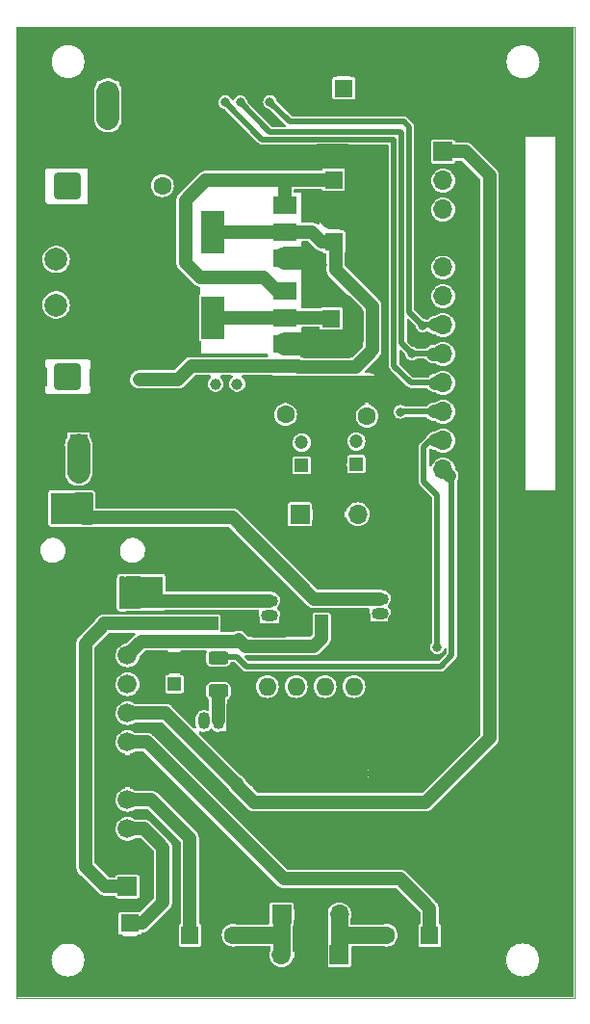
<source format=gbr>
%TF.GenerationSoftware,KiCad,Pcbnew,7.0.1*%
%TF.CreationDate,2023-11-03T16:30:39+00:00*%
%TF.ProjectId,SI4735,53493437-3335-42e6-9b69-6361645f7063,rev?*%
%TF.SameCoordinates,Original*%
%TF.FileFunction,Copper,L1,Top*%
%TF.FilePolarity,Positive*%
%FSLAX45Y45*%
G04 Gerber Fmt 4.5, Leading zero omitted, Abs format (unit mm)*
G04 Created by KiCad (PCBNEW 7.0.1) date 2023-11-03 16:30:39*
%MOMM*%
%LPD*%
G01*
G04 APERTURE LIST*
G04 Aperture macros list*
%AMRoundRect*
0 Rectangle with rounded corners*
0 $1 Rounding radius*
0 $2 $3 $4 $5 $6 $7 $8 $9 X,Y pos of 4 corners*
0 Add a 4 corners polygon primitive as box body*
4,1,4,$2,$3,$4,$5,$6,$7,$8,$9,$2,$3,0*
0 Add four circle primitives for the rounded corners*
1,1,$1+$1,$2,$3*
1,1,$1+$1,$4,$5*
1,1,$1+$1,$6,$7*
1,1,$1+$1,$8,$9*
0 Add four rect primitives between the rounded corners*
20,1,$1+$1,$2,$3,$4,$5,0*
20,1,$1+$1,$4,$5,$6,$7,0*
20,1,$1+$1,$6,$7,$8,$9,0*
20,1,$1+$1,$8,$9,$2,$3,0*%
G04 Aperture macros list end*
%TA.AperFunction,ComponentPad*%
%ADD10C,1.600000*%
%TD*%
%TA.AperFunction,ComponentPad*%
%ADD11O,1.600000X1.600000*%
%TD*%
%TA.AperFunction,ComponentPad*%
%ADD12R,1.600000X1.600000*%
%TD*%
%TA.AperFunction,ComponentPad*%
%ADD13R,1.500000X1.050000*%
%TD*%
%TA.AperFunction,ComponentPad*%
%ADD14O,1.500000X1.050000*%
%TD*%
%TA.AperFunction,ComponentPad*%
%ADD15R,1.700000X1.700000*%
%TD*%
%TA.AperFunction,ComponentPad*%
%ADD16O,1.700000X1.700000*%
%TD*%
%TA.AperFunction,ComponentPad*%
%ADD17RoundRect,0.200100X0.949900X-0.949900X0.949900X0.949900X-0.949900X0.949900X-0.949900X-0.949900X0*%
%TD*%
%TA.AperFunction,ComponentPad*%
%ADD18C,2.500000*%
%TD*%
%TA.AperFunction,SMDPad,CuDef*%
%ADD19R,2.200000X2.800000*%
%TD*%
%TA.AperFunction,SMDPad,CuDef*%
%ADD20R,2.800000X2.800000*%
%TD*%
%TA.AperFunction,ComponentPad*%
%ADD21R,1.200000X1.200000*%
%TD*%
%TA.AperFunction,ComponentPad*%
%ADD22C,1.200000*%
%TD*%
%TA.AperFunction,SMDPad,CuDef*%
%ADD23R,2.000000X1.500000*%
%TD*%
%TA.AperFunction,SMDPad,CuDef*%
%ADD24R,2.000000X3.800000*%
%TD*%
%TA.AperFunction,ComponentPad*%
%ADD25R,1.050000X1.500000*%
%TD*%
%TA.AperFunction,ComponentPad*%
%ADD26O,1.050000X1.500000*%
%TD*%
%TA.AperFunction,ComponentPad*%
%ADD27C,2.000000*%
%TD*%
%TA.AperFunction,ComponentPad*%
%ADD28C,1.000000*%
%TD*%
%TA.AperFunction,ComponentPad*%
%ADD29R,1.000000X1.000000*%
%TD*%
%TA.AperFunction,SMDPad,CuDef*%
%ADD30RoundRect,0.250000X-0.625000X0.312500X-0.625000X-0.312500X0.625000X-0.312500X0.625000X0.312500X0*%
%TD*%
%TA.AperFunction,ComponentPad*%
%ADD31R,1.676400X1.676400*%
%TD*%
%TA.AperFunction,ComponentPad*%
%ADD32C,1.676400*%
%TD*%
%TA.AperFunction,ViaPad*%
%ADD33C,0.800000*%
%TD*%
%TA.AperFunction,Conductor*%
%ADD34C,2.000000*%
%TD*%
%TA.AperFunction,Conductor*%
%ADD35C,1.200000*%
%TD*%
%TA.AperFunction,Conductor*%
%ADD36C,0.500000*%
%TD*%
%TA.AperFunction,Conductor*%
%ADD37C,1.500000*%
%TD*%
%TA.AperFunction,Profile*%
%ADD38C,0.050000*%
%TD*%
%TA.AperFunction,Profile*%
%ADD39C,0.100000*%
%TD*%
G04 APERTURE END LIST*
D10*
%TO.P,L1,1,1*%
%TO.N,Net-(D1-A)*%
X13782500Y-9232500D03*
D11*
%TO.P,L1,2,2*%
%TO.N,GND*%
X13782500Y-9740500D03*
%TD*%
D12*
%TO.P,C7,1*%
%TO.N,+5V*%
X15266989Y-10400000D03*
D10*
%TO.P,C7,2*%
%TO.N,GND*%
X15466989Y-10400000D03*
%TD*%
D13*
%TO.P,Q3,1,E*%
%TO.N,GND*%
X14721250Y-13134000D03*
D14*
%TO.P,Q3,2,B*%
%TO.N,Net-(Q3-B)*%
X14721250Y-13007000D03*
%TO.P,Q3,3,C*%
%TO.N,Left_Pre*%
X14721250Y-12880000D03*
%TD*%
D15*
%TO.P,J4,1,Pin_1*%
%TO.N,Net-(J2-Pin_3)*%
X14829800Y-15636210D03*
D16*
%TO.P,J4,2,Pin_2*%
%TO.N,GND*%
X15083800Y-15636210D03*
%TO.P,J4,3,Pin_3*%
%TO.N,Net-(J2-Pin_1)*%
X15337800Y-15636210D03*
%TD*%
D12*
%TO.P,D4,1,K*%
%TO.N,GND*%
X13807500Y-11751500D03*
D11*
%TO.P,D4,2,A*%
%TO.N,Net-(D3-K)*%
X13045500Y-11751500D03*
%TD*%
D13*
%TO.P,Q2,1,E*%
%TO.N,GND*%
X15695000Y-13116260D03*
D14*
%TO.P,Q2,2,B*%
%TO.N,Net-(Q2-B)*%
X15695000Y-12989260D03*
%TO.P,Q2,3,C*%
%TO.N,Right_Pre*%
X15695000Y-12862260D03*
%TD*%
D17*
%TO.P,J3,1,Pin_1*%
%TO.N,Net-(D1-A)*%
X12949000Y-9234000D03*
D18*
%TO.P,J3,2,Pin_2*%
%TO.N,GND*%
X12695000Y-9488000D03*
X13203000Y-9488000D03*
X12695000Y-8980000D03*
X13203000Y-8980000D03*
%TD*%
D15*
%TO.P,J2,1,Pin_1*%
%TO.N,Net-(J2-Pin_1)*%
X15337300Y-15993710D03*
D16*
%TO.P,J2,2,Pin_2*%
%TO.N,GND*%
X15083300Y-15993710D03*
%TO.P,J2,3,Pin_3*%
%TO.N,Net-(J2-Pin_3)*%
X14829300Y-15993710D03*
%TD*%
D12*
%TO.P,U4,1,A0*%
%TO.N,GND*%
X14705480Y-14397100D03*
D11*
%TO.P,U4,2,A1*%
X14959480Y-14397100D03*
%TO.P,U4,3,A2*%
X15213480Y-14397100D03*
%TO.P,U4,4,GND*%
X15467480Y-14397100D03*
%TO.P,U4,5,SDA*%
%TO.N,A_SDA*%
X15467480Y-13635100D03*
%TO.P,U4,6,SCL*%
%TO.N,A_SCL*%
X15213480Y-13635100D03*
%TO.P,U4,7,WP*%
%TO.N,Wp*%
X14959480Y-13635100D03*
%TO.P,U4,8,VCC*%
%TO.N,5VA*%
X14705480Y-13635100D03*
%TD*%
D10*
%TO.P,C21,1*%
%TO.N,GND*%
X14865000Y-10995000D03*
%TO.P,C21,2*%
%TO.N,Net-(C21-Pad2)*%
X14865000Y-11245000D03*
%TD*%
D15*
%TO.P,J1,1,Pin_1*%
%TO.N,12V*%
X16250920Y-8933180D03*
D16*
%TO.P,J1,2,Pin_2*%
%TO.N,5VA*%
X16250920Y-9187180D03*
%TO.P,J1,3,Pin_3*%
%TO.N,3.3V*%
X16250920Y-9441180D03*
%TO.P,J1,4,Pin_4*%
%TO.N,GND*%
X16250920Y-9695180D03*
%TO.P,J1,5,Pin_5*%
%TO.N,A_RST*%
X16250920Y-9949180D03*
%TO.P,J1,6,Pin_6*%
%TO.N,A_SEN*%
X16250920Y-10203180D03*
%TO.P,J1,7,Pin_7*%
%TO.N,A_SCL*%
X16250920Y-10457180D03*
%TO.P,J1,8,Pin_8*%
%TO.N,A_SDA*%
X16250920Y-10711180D03*
%TO.P,J1,9,Pin_9*%
%TO.N,D28*%
X16250920Y-10965180D03*
%TO.P,J1,10,Pin_10*%
%TO.N,Wp*%
X16250920Y-11219180D03*
%TO.P,J1,11,Pin_11*%
%TO.N,Mute*%
X16250920Y-11473180D03*
%TO.P,J1,12,Pin_12*%
%TO.N,Sleep*%
X16250920Y-11727180D03*
%TD*%
D12*
%TO.P,C16,1*%
%TO.N,Net-(U5-SVRR)*%
X13495000Y-15715000D03*
D10*
%TO.P,C16,2*%
%TO.N,GND*%
X13495000Y-15915000D03*
%TD*%
D19*
%TO.P,J10,R*%
%TO.N,Right_Pre*%
X12910000Y-12067500D03*
%TO.P,J10,S*%
%TO.N,GND*%
X12710000Y-12807500D03*
D20*
%TO.P,J10,T*%
%TO.N,Left_Pre*%
X13650000Y-12807500D03*
%TD*%
D12*
%TO.P,C1,1*%
%TO.N,12V*%
X15377500Y-8375000D03*
D10*
%TO.P,C1,2*%
%TO.N,GND*%
X15377500Y-8175000D03*
%TD*%
D21*
%TO.P,C20,1*%
%TO.N,Net-(U5--INV1)*%
X14212500Y-13080000D03*
D22*
%TO.P,C20,2*%
%TO.N,Left_Pre*%
X14212500Y-12880000D03*
%TD*%
D21*
%TO.P,C18,1*%
%TO.N,Right_Pre*%
X15487500Y-11680000D03*
D22*
%TO.P,C18,2*%
%TO.N,Net-(C17-Pad2)*%
X15487500Y-11480000D03*
%TD*%
D12*
%TO.P,C11,1*%
%TO.N,Net-(U5-OUT2)*%
X16132500Y-15820000D03*
D10*
%TO.P,C11,2*%
%TO.N,Net-(J2-Pin_1)*%
X15752500Y-15820000D03*
%TD*%
D12*
%TO.P,C12,1*%
%TO.N,Net-(U5-OUT1)*%
X14025000Y-15819700D03*
D10*
%TO.P,C12,2*%
%TO.N,Net-(J2-Pin_3)*%
X14405000Y-15819700D03*
%TD*%
D21*
%TO.P,C19,1*%
%TO.N,Net-(U5--INV2)*%
X15182500Y-13064760D03*
D22*
%TO.P,C19,2*%
%TO.N,Right_Pre*%
X15182500Y-12864760D03*
%TD*%
D21*
%TO.P,C14,1*%
%TO.N,Net-(U5-M{slash}SS)*%
X13887500Y-13612120D03*
D22*
%TO.P,C14,2*%
%TO.N,GND*%
X13887500Y-13412120D03*
%TD*%
D12*
%TO.P,C8,1*%
%TO.N,3.3V*%
X15290000Y-9727000D03*
D10*
%TO.P,C8,2*%
%TO.N,GND*%
X15290000Y-9527000D03*
%TD*%
D15*
%TO.P,J7,1,Pin_1*%
%TO.N,Left_Pre*%
X14992000Y-12120000D03*
D16*
%TO.P,J7,2,Pin_2*%
%TO.N,GND*%
X15246000Y-12120000D03*
%TO.P,J7,3,Pin_3*%
%TO.N,Right_Pre*%
X15500000Y-12120000D03*
%TD*%
D23*
%TO.P,U1,1,GND*%
%TO.N,GND*%
X14857500Y-10620000D03*
%TO.P,U1,2,VO*%
%TO.N,+5V*%
X14857500Y-10390000D03*
D24*
X14227500Y-10390000D03*
D23*
%TO.P,U1,3,VI*%
%TO.N,5VA*%
X14857500Y-10160000D03*
%TD*%
D12*
%TO.P,D3,1,K*%
%TO.N,Net-(D3-K)*%
X13044500Y-11499000D03*
D11*
%TO.P,D3,2,A*%
%TO.N,GND*%
X13806500Y-11499000D03*
%TD*%
D25*
%TO.P,Q1,1,E*%
%TO.N,GND*%
X14400580Y-13937240D03*
D26*
%TO.P,Q1,2,B*%
%TO.N,Net-(Q1-B)*%
X14273580Y-13937240D03*
%TO.P,Q1,3,C*%
%TO.N,Net-(Q1-C)*%
X14146580Y-13937240D03*
%TD*%
D27*
%TO.P,L2,1,1*%
%TO.N,Net-(D3-K)*%
X12847500Y-10280000D03*
%TO.P,L2,2,2*%
%TO.N,Net-(D1-A)*%
X12847500Y-9880000D03*
%TD*%
D10*
%TO.P,C17,1*%
%TO.N,GND*%
X15582500Y-11007500D03*
%TO.P,C17,2*%
%TO.N,Net-(C17-Pad2)*%
X15582500Y-11257500D03*
%TD*%
D12*
%TO.P,C5,1*%
%TO.N,5VA*%
X15287000Y-9179511D03*
D10*
%TO.P,C5,2*%
%TO.N,GND*%
X15287000Y-8979511D03*
%TD*%
D28*
%TO.P,Y1,1,1*%
%TO.N,Net-(U6-GPO3{slash}[DCLK])*%
X14250000Y-10975000D03*
%TO.P,Y1,2,2*%
%TO.N,Net-(U6-RCLK)*%
X14440000Y-10975000D03*
%TD*%
D12*
%TO.P,D1,1,K*%
%TO.N,GND*%
X14064500Y-8660000D03*
D11*
%TO.P,D1,2,A*%
%TO.N,Net-(D1-A)*%
X13302500Y-8660000D03*
%TD*%
D29*
%TO.P,J8,1,Pin_1*%
%TO.N,GND*%
X14075000Y-11634000D03*
%TD*%
%TO.P,J9,1,Pin_1*%
%TO.N,GND*%
X14617500Y-11625000D03*
%TD*%
D30*
%TO.P,R14,1*%
%TO.N,Sleep*%
X14273580Y-13380580D03*
%TO.P,R14,2*%
%TO.N,Net-(Q1-B)*%
X14273580Y-13673080D03*
%TD*%
D12*
%TO.P,D2,1,K*%
%TO.N,Net-(D1-A)*%
X13304000Y-8410000D03*
D11*
%TO.P,D2,2,A*%
%TO.N,GND*%
X14066000Y-8410000D03*
%TD*%
D17*
%TO.P,J5,1,Pin_1*%
%TO.N,Net-(D3-K)*%
X12948500Y-10911000D03*
D18*
%TO.P,J5,2,Pin_2*%
%TO.N,GND*%
X12694500Y-11165000D03*
X13202500Y-11165000D03*
X12694500Y-10657000D03*
X13202500Y-10657000D03*
%TD*%
D31*
%TO.P,U5,1,-INV1*%
%TO.N,Net-(U5--INV1)*%
X13474500Y-15392000D03*
D32*
%TO.P,U5,2,SGND*%
%TO.N,GND*%
X13474500Y-15138000D03*
%TO.P,U5,3,SVRR*%
%TO.N,Net-(U5-SVRR)*%
X13474500Y-14884000D03*
%TO.P,U5,4,OUT1*%
%TO.N,Net-(U5-OUT1)*%
X13474500Y-14630000D03*
%TO.P,U5,5,PGND*%
%TO.N,GND*%
X13474500Y-14376000D03*
%TO.P,U5,6,OUT2*%
%TO.N,Net-(U5-OUT2)*%
X13474500Y-14122000D03*
%TO.P,U5,7,VP*%
%TO.N,12V*%
X13474500Y-13868000D03*
%TO.P,U5,8,M/SS*%
%TO.N,Net-(U5-M{slash}SS)*%
X13474500Y-13614000D03*
%TO.P,U5,9,-INV2*%
%TO.N,Net-(U5--INV2)*%
X13474500Y-13360000D03*
%TO.P,U5,10,GND_2*%
%TO.N,GND*%
X12712500Y-13360000D03*
%TO.P,U5,11,GND_9*%
X12712500Y-13614000D03*
%TO.P,U5,12,GND_7*%
X12712500Y-13868000D03*
%TO.P,U5,13,GND*%
X12712500Y-14122000D03*
%TO.P,U5,14,GND_8*%
X12712500Y-14376000D03*
%TO.P,U5,15,GND_4*%
X12712500Y-14630000D03*
%TO.P,U5,16,GND_5*%
X12712500Y-14884000D03*
%TO.P,U5,17,GND_6*%
X12712500Y-15138000D03*
%TO.P,U5,18,GND_3*%
X12712500Y-15392000D03*
%TD*%
D23*
%TO.P,U2,1,GND*%
%TO.N,GND*%
X14857500Y-9867500D03*
%TO.P,U2,2,VO*%
%TO.N,3.3V*%
X14857500Y-9637500D03*
D24*
X14227500Y-9637500D03*
D23*
%TO.P,U2,3,VI*%
%TO.N,5VA*%
X14857500Y-9407500D03*
%TD*%
D21*
%TO.P,C22,1*%
%TO.N,Left_Pre*%
X15007500Y-11689760D03*
D22*
%TO.P,C22,2*%
%TO.N,Net-(C21-Pad2)*%
X15007500Y-11489760D03*
%TD*%
D33*
%TO.N,GND*%
X13862500Y-10150000D03*
X15073000Y-9925000D03*
X15191000Y-9926000D03*
%TO.N,3.3V*%
X13577500Y-10935000D03*
X14462500Y-10810000D03*
%TO.N,A_SDA*%
X15977500Y-10707500D03*
X14467750Y-8500000D03*
%TO.N,A_SCL*%
X16070000Y-10460000D03*
X14727500Y-8495000D03*
%TO.N,D28*%
X14335000Y-8500000D03*
%TO.N,12V*%
X14435480Y-14490100D03*
%TO.N,Mute*%
X16200000Y-13287500D03*
%TO.N,Wp*%
X15875000Y-11220000D03*
%TD*%
D34*
%TO.N,Net-(D1-A)*%
X13304000Y-8502500D02*
X13304000Y-8643500D01*
X13304000Y-8410000D02*
X13304000Y-8502500D01*
D35*
%TO.N,Net-(U5-OUT2)*%
X15872020Y-15325000D02*
X14847500Y-15325000D01*
X13644500Y-14122000D02*
X13474500Y-14122000D01*
X16132500Y-15820000D02*
X16132500Y-15585480D01*
D36*
X16132500Y-15835420D02*
X16132500Y-15585480D01*
D35*
X16132500Y-15585480D02*
X15872020Y-15325000D01*
X14847500Y-15325000D02*
X13644500Y-14122000D01*
%TO.N,GND*%
X16052000Y-9669000D02*
X16118000Y-9603000D01*
X12688000Y-11158500D02*
X12694500Y-11165000D01*
D34*
X13325000Y-9015000D02*
X13325000Y-9470500D01*
D35*
X15466989Y-10321917D02*
X15494000Y-10348928D01*
X13806500Y-11647500D02*
X13806500Y-11750500D01*
X15198820Y-9503000D02*
X15450000Y-9503000D01*
X14852500Y-13142500D02*
X14592500Y-13142500D01*
D34*
X15467480Y-14397100D02*
X15462080Y-14402500D01*
X13194000Y-8977500D02*
X13199000Y-8982500D01*
X13447500Y-9860000D02*
X13340000Y-9860000D01*
D35*
X14577500Y-13132500D02*
X14577500Y-13037500D01*
X12617500Y-13402500D02*
X12777500Y-13242500D01*
D34*
X13807500Y-11751500D02*
X14021500Y-11751500D01*
D35*
X13329000Y-14992500D02*
X13390750Y-15054250D01*
D34*
X13437500Y-11285000D02*
X12816500Y-11285000D01*
D35*
X15377500Y-8092500D02*
X15334000Y-8049000D01*
X15570000Y-10995000D02*
X15582500Y-11007500D01*
X14712500Y-14280000D02*
X15485000Y-14280000D01*
X15532500Y-14500000D02*
X15532500Y-14327500D01*
D34*
X13350000Y-9075000D02*
X13325000Y-9100000D01*
D35*
X14635000Y-14275000D02*
X14680000Y-14230000D01*
D34*
X13340000Y-9860000D02*
X13332500Y-9867500D01*
D35*
X15250000Y-11885000D02*
X15155000Y-11885000D01*
X12880000Y-12660000D02*
X12892500Y-12660000D01*
D34*
X15102500Y-10620000D02*
X15107500Y-10625000D01*
D35*
X12892500Y-12660000D02*
X12882500Y-12650000D01*
X12875000Y-15560000D02*
X12632500Y-15560000D01*
X16438090Y-9671910D02*
X16400090Y-9633910D01*
X13375000Y-15165000D02*
X13402000Y-15138000D01*
D34*
X15462080Y-14402500D02*
X14666500Y-14402500D01*
X13320000Y-9015000D02*
X13325000Y-9015000D01*
D35*
X12782500Y-12652500D02*
X12782500Y-12735000D01*
D34*
X14137500Y-11340000D02*
X14082500Y-11285000D01*
D35*
X16118000Y-9603000D02*
X16369180Y-9603000D01*
X15494000Y-10348928D02*
X15494000Y-10590189D01*
D34*
X13782500Y-9575000D02*
X13782500Y-9807500D01*
D35*
X14692500Y-11558750D02*
X14692500Y-11485000D01*
X14968000Y-10620000D02*
X15446000Y-10620000D01*
X14968000Y-10620000D02*
X15035500Y-10687500D01*
D34*
X13325000Y-9015000D02*
X13240000Y-9015000D01*
D35*
X13972000Y-13459000D02*
X13774000Y-13459000D01*
X14405000Y-13807500D02*
X14412500Y-13800000D01*
X12694500Y-10657000D02*
X12688000Y-10663500D01*
X15250000Y-12116000D02*
X15250000Y-11885000D01*
D34*
X13350000Y-8870000D02*
X13350000Y-9075000D01*
D35*
X16264000Y-9789180D02*
X16263820Y-9789000D01*
X16250920Y-9695180D02*
X16264000Y-9708260D01*
X13610000Y-15915000D02*
X13580000Y-15885000D01*
X14705480Y-14397100D02*
X14705480Y-14287020D01*
X15175000Y-12250000D02*
X15327500Y-12250000D01*
D34*
X13693000Y-9485500D02*
X13700000Y-9492500D01*
D35*
X15230250Y-8134000D02*
X15475750Y-8134000D01*
D34*
X12691000Y-8982500D02*
X12696000Y-8977500D01*
X13175000Y-8870000D02*
X13350000Y-8870000D01*
X13708750Y-11838750D02*
X13702500Y-11845000D01*
D35*
X15143820Y-9024000D02*
X15395000Y-9024000D01*
X15797500Y-13122500D02*
X15702500Y-13122500D01*
X13601500Y-14460000D02*
X13439000Y-14460000D01*
D34*
X12710000Y-12807500D02*
X12710000Y-13467500D01*
D35*
X14405000Y-14025000D02*
X14405000Y-13807500D01*
X12582500Y-12940000D02*
X12582500Y-12670000D01*
D34*
X13140500Y-9500000D02*
X12742500Y-9500000D01*
X13325000Y-9470500D02*
X13340000Y-9485500D01*
D35*
X12712500Y-12992500D02*
X12635000Y-12992500D01*
X14705480Y-14287020D02*
X14712500Y-14280000D01*
X12875000Y-15560000D02*
X12997500Y-15560000D01*
X15827500Y-13047500D02*
X15827500Y-13135000D01*
X15466989Y-10321917D02*
X15399536Y-10254464D01*
X14865000Y-13130000D02*
X14865000Y-13035000D01*
X13205000Y-11162500D02*
X13205000Y-10659500D01*
D34*
X14137500Y-11775000D02*
X14137500Y-11340000D01*
D35*
X14692500Y-11485000D02*
X14652500Y-11525000D01*
X14562500Y-11740000D02*
X14562500Y-11227500D01*
X13559250Y-15054250D02*
X13390750Y-15054250D01*
X13202500Y-11165000D02*
X13205000Y-11162500D01*
X14655000Y-11030000D02*
X14707500Y-11082500D01*
X12782500Y-12735000D02*
X12710000Y-12807500D01*
X15420478Y-10687500D02*
X15466989Y-10640989D01*
X14162000Y-8375000D02*
X14162000Y-8718000D01*
X12835000Y-12930000D02*
X12835000Y-12705000D01*
D34*
X14037500Y-11559000D02*
X13925000Y-11446500D01*
X13782500Y-9575000D02*
X13782500Y-9740500D01*
X13332500Y-9592500D02*
X13332500Y-9493000D01*
X12710000Y-13467500D02*
X12712500Y-13470000D01*
X13202500Y-10657000D02*
X12694500Y-10657000D01*
D35*
X15162500Y-12237500D02*
X15175000Y-12250000D01*
X16078180Y-9695180D02*
X16250920Y-9695180D01*
D34*
X13447500Y-9860000D02*
X13730000Y-9860000D01*
D35*
X13887500Y-13412120D02*
X13953880Y-13412120D01*
D34*
X12631000Y-8815000D02*
X12598500Y-8847500D01*
D35*
X15194000Y-8049000D02*
X15194000Y-8291000D01*
D34*
X13760000Y-9740500D02*
X13505000Y-9485500D01*
D35*
X13402000Y-15138000D02*
X13474500Y-15138000D01*
D34*
X13927500Y-11285000D02*
X13927500Y-11536500D01*
D35*
X15805000Y-13220000D02*
X15805000Y-13125000D01*
X13555000Y-14295000D02*
X13345000Y-14295000D01*
D34*
X13207500Y-10527500D02*
X13062500Y-10527500D01*
D35*
X15180000Y-15545000D02*
X15180000Y-16157500D01*
X13393500Y-14295000D02*
X13345000Y-14295000D01*
X15847500Y-13027500D02*
X15827500Y-13047500D01*
X15288000Y-8048000D02*
X15530000Y-8048000D01*
X16052000Y-9669000D02*
X16078180Y-9695180D01*
X15399536Y-10254464D02*
X15424000Y-10278928D01*
D34*
X12598500Y-9635000D02*
X12598500Y-10512500D01*
X13202500Y-9485500D02*
X13202500Y-10657000D01*
X13227500Y-8986000D02*
X13227500Y-9494000D01*
X13332500Y-9867500D02*
X13332500Y-9717500D01*
D35*
X12632500Y-15560000D02*
X12556500Y-15484000D01*
X13277500Y-15117500D02*
X13390000Y-15230000D01*
X13205000Y-10659500D02*
X13202500Y-10657000D01*
X15215000Y-8062000D02*
X15205000Y-8072000D01*
X15597500Y-13220000D02*
X15597500Y-13125000D01*
X14686250Y-11610000D02*
X14743750Y-11610000D01*
X15377500Y-8175000D02*
X15377500Y-8092500D01*
X16369180Y-9603000D02*
X16400090Y-9633910D01*
X15755000Y-11705000D02*
X15755000Y-11072500D01*
X14765000Y-11885000D02*
X14707500Y-11885000D01*
X15327500Y-11887500D02*
X15330000Y-11885000D01*
D34*
X13782500Y-9848750D02*
X13790000Y-9856250D01*
D35*
X13352500Y-15915000D02*
X13495000Y-15915000D01*
X16052000Y-9777360D02*
X16052000Y-9669000D01*
D34*
X12598500Y-11266000D02*
X12632500Y-11300000D01*
X12845000Y-8815000D02*
X13120000Y-8815000D01*
X13240000Y-9015000D02*
X13325000Y-9100000D01*
X13332500Y-10885000D02*
X13332500Y-9982500D01*
D35*
X12617500Y-15417500D02*
X12617500Y-13402500D01*
X15170000Y-15535000D02*
X15180000Y-15545000D01*
X15532500Y-14327500D02*
X15485000Y-14280000D01*
X12712500Y-13470000D02*
X12712500Y-15392000D01*
D34*
X13332500Y-9717500D02*
X13332500Y-9592500D01*
D35*
X15334000Y-8049000D02*
X14229000Y-8049000D01*
X13806500Y-11499000D02*
X13806500Y-11647500D01*
X14893750Y-13135000D02*
X14616250Y-13135000D01*
D34*
X13806500Y-11499000D02*
X13708750Y-11401250D01*
X14857500Y-9867500D02*
X15050000Y-9867500D01*
D35*
X15197820Y-9440000D02*
X15449000Y-9440000D01*
X12712500Y-15392000D02*
X12715000Y-15394500D01*
X15677500Y-10995000D02*
X15755000Y-11072500D01*
X12905000Y-12860000D02*
X12772500Y-12992500D01*
D34*
X13807500Y-11751500D02*
X13906500Y-11652500D01*
D35*
X13340750Y-15054250D02*
X13277500Y-15117500D01*
D34*
X13202500Y-8977500D02*
X13202500Y-8945000D01*
D35*
X15470656Y-10644656D02*
X15446000Y-10620000D01*
X12582500Y-12670000D02*
X12585000Y-12667500D01*
X12688000Y-10663500D02*
X12688000Y-11158500D01*
X13385000Y-14415000D02*
X13277500Y-14522500D01*
X12715000Y-15394500D02*
X12715000Y-15515000D01*
X16263820Y-9789000D02*
X16064000Y-9789000D01*
D34*
X13332500Y-10672500D02*
X13337500Y-10667500D01*
X12598500Y-8847500D02*
X12598500Y-9635000D01*
D35*
X13602500Y-14470000D02*
X13602500Y-14342500D01*
X13390750Y-15054250D02*
X13474500Y-15138000D01*
X14690000Y-10995000D02*
X14655000Y-11030000D01*
D34*
X13337500Y-10667500D02*
X13207500Y-10537500D01*
D35*
X12795000Y-13260000D02*
X12795000Y-15547500D01*
D34*
X14066000Y-8667500D02*
X14066000Y-8410000D01*
X14040000Y-11872500D02*
X14137500Y-11775000D01*
X12696000Y-8977500D02*
X13194000Y-8977500D01*
X13207500Y-10537500D02*
X13207500Y-10527500D01*
D35*
X12635000Y-12992500D02*
X12582500Y-12940000D01*
X15145663Y-8971164D02*
X15396843Y-8971164D01*
X14865000Y-10995000D02*
X14690000Y-10995000D01*
X13811500Y-11652500D02*
X13806500Y-11647500D01*
X14686250Y-11610000D02*
X14651250Y-11575000D01*
X15540000Y-8055000D02*
X15540000Y-8297000D01*
X13390000Y-15180000D02*
X13375000Y-15165000D01*
D34*
X13906500Y-11652500D02*
X14050000Y-11652500D01*
X12694500Y-11238000D02*
X12694500Y-11165000D01*
D35*
X15155000Y-11885000D02*
X14765000Y-11885000D01*
X15151820Y-8924000D02*
X15403000Y-8924000D01*
D34*
X13505000Y-9485500D02*
X13693000Y-9485500D01*
D35*
X14017000Y-8797000D02*
X13952000Y-8732000D01*
X14635000Y-14500000D02*
X14635000Y-14275000D01*
D34*
X13782500Y-9740500D02*
X13760000Y-9740500D01*
X13708750Y-11401250D02*
X13708750Y-11838750D01*
D35*
X13390000Y-15230000D02*
X13390000Y-15180000D01*
X12997500Y-15560000D02*
X13352500Y-15915000D01*
D34*
X12694500Y-11165000D02*
X13202500Y-11165000D01*
D35*
X13277500Y-14992500D02*
X13277500Y-15117500D01*
D34*
X13332500Y-9982500D02*
X13332500Y-9867500D01*
D35*
X14653750Y-11665000D02*
X14653750Y-11555000D01*
X13277500Y-14992500D02*
X13329000Y-14992500D01*
X14532500Y-14082500D02*
X14543750Y-14093750D01*
X14066000Y-8212000D02*
X14066000Y-8410000D01*
X15552500Y-13012500D02*
X15552500Y-13107500D01*
X12777500Y-13242500D02*
X12611500Y-13242500D01*
D34*
X13325000Y-9100000D02*
X13325000Y-9470500D01*
D35*
X12835000Y-12705000D02*
X12782500Y-12652500D01*
X14968000Y-10620000D02*
X15364000Y-10620000D01*
X12777500Y-13242500D02*
X12795000Y-13260000D01*
X14760000Y-11712500D02*
X14760000Y-11880000D01*
X12882500Y-12650000D02*
X12577500Y-12650000D01*
D34*
X13332500Y-10885000D02*
X13332500Y-10672500D01*
D35*
X14587500Y-11485000D02*
X14580000Y-11477500D01*
D34*
X14019000Y-11661500D02*
X14037500Y-11680000D01*
D35*
X16320820Y-9789180D02*
X16063820Y-9789180D01*
X13385000Y-14415000D02*
X13345000Y-14415000D01*
X12712500Y-13360000D02*
X12712500Y-12992500D01*
X15002500Y-15557500D02*
X15002500Y-16140000D01*
X14707500Y-11082500D02*
X15705000Y-11082500D01*
X16320820Y-9789180D02*
X16438090Y-9671910D01*
X14865000Y-13130000D02*
X14852500Y-13142500D01*
D34*
X13297500Y-11300000D02*
X13332500Y-11265000D01*
X14857500Y-10620000D02*
X14910000Y-10620000D01*
X14124000Y-11340000D02*
X13927500Y-11536500D01*
D35*
X15575000Y-11885000D02*
X15755000Y-11705000D01*
X15246000Y-12120000D02*
X15250000Y-12116000D01*
D34*
X13202500Y-9485500D02*
X13340000Y-9485500D01*
D35*
X15087500Y-15545000D02*
X15087500Y-16140000D01*
X15697500Y-13217500D02*
X15697500Y-13122500D01*
D34*
X14082500Y-11285000D02*
X13927500Y-11285000D01*
X12647000Y-8859250D02*
X12647000Y-9646750D01*
D35*
X12795000Y-15547500D02*
X12782500Y-15560000D01*
D34*
X13765000Y-9592500D02*
X13782500Y-9575000D01*
D35*
X14722500Y-10960000D02*
X15427500Y-10960000D01*
X15466989Y-10414000D02*
X15466989Y-10640989D01*
X14050000Y-11652500D02*
X13811500Y-11652500D01*
D34*
X13425000Y-9890000D02*
X13332500Y-9982500D01*
D35*
X16338820Y-9695180D02*
X16400090Y-9633910D01*
X14083000Y-8797000D02*
X14017000Y-8797000D01*
X14598750Y-11672500D02*
X14756250Y-11672500D01*
X14114000Y-8327000D02*
X14162000Y-8375000D01*
X15364000Y-10620000D02*
X15424000Y-10560000D01*
X15805000Y-13220000D02*
X15800000Y-13225000D01*
X12715000Y-15515000D02*
X12617500Y-15417500D01*
X13345000Y-14295000D02*
X13345000Y-14415000D01*
X14990000Y-10960000D02*
X15695000Y-10960000D01*
X13277500Y-14522500D02*
X13277500Y-14992500D01*
D34*
X13693000Y-9485500D02*
X13782500Y-9575000D01*
X12845000Y-8815000D02*
X12631000Y-8815000D01*
D35*
X13430000Y-15992500D02*
X13352500Y-15915000D01*
X16264000Y-9789180D02*
X16320820Y-9789180D01*
D34*
X13782500Y-9740500D02*
X13355500Y-9740500D01*
D35*
X14707500Y-11885000D02*
X14655000Y-11832500D01*
D34*
X13790000Y-9458750D02*
X13782500Y-9466250D01*
D35*
X13687500Y-15992500D02*
X13430000Y-15992500D01*
X15002500Y-10962500D02*
X15035000Y-10995000D01*
X12905000Y-12647500D02*
X12905000Y-12860000D01*
D34*
X13730000Y-11872500D02*
X14040000Y-11872500D01*
D35*
X13687500Y-15992500D02*
X13610000Y-15915000D01*
D34*
X13927500Y-11285000D02*
X13437500Y-11285000D01*
D35*
X15330000Y-11885000D02*
X15575000Y-11885000D01*
X14307500Y-14082500D02*
X14532500Y-14082500D01*
X14480000Y-13867500D02*
X14412500Y-13800000D01*
D34*
X12632500Y-11300000D02*
X12694500Y-11238000D01*
D35*
X12556500Y-13297500D02*
X12650000Y-13297500D01*
X13602500Y-14342500D02*
X13555000Y-14295000D01*
X14692500Y-11485000D02*
X14587500Y-11485000D01*
X12772500Y-12992500D02*
X12835000Y-12930000D01*
X15035500Y-10687500D02*
X15420478Y-10687500D01*
D34*
X14910000Y-10620000D02*
X14968000Y-10620000D01*
D35*
X14655000Y-11832500D02*
X14655000Y-11505000D01*
X15250000Y-11885000D02*
X15330000Y-11885000D01*
X15532500Y-14500000D02*
X14635000Y-14500000D01*
X14707500Y-11885000D02*
X14562500Y-11740000D01*
D34*
X13782500Y-9807500D02*
X13730000Y-9860000D01*
X13805000Y-9486250D02*
X13805000Y-9868750D01*
D35*
X14865000Y-10995000D02*
X15570000Y-10995000D01*
X13952000Y-8732000D02*
X13952000Y-8329000D01*
X16063820Y-9789180D02*
X16052000Y-9777360D01*
D34*
X13082500Y-9635000D02*
X13085000Y-9632500D01*
D35*
X15424000Y-10278928D02*
X15424000Y-10501683D01*
D34*
X14137500Y-11340000D02*
X14124000Y-11340000D01*
D35*
X13474500Y-14376000D02*
X13508500Y-14376000D01*
X15017500Y-15542500D02*
X15002500Y-15557500D01*
X12556500Y-15484000D02*
X12556500Y-13297500D01*
D34*
X13332500Y-9592500D02*
X13765000Y-9592500D01*
D35*
X13806500Y-11750500D02*
X13807500Y-11751500D01*
D34*
X13782500Y-9466250D02*
X13782500Y-9848750D01*
X13332500Y-9493000D02*
X13340000Y-9485500D01*
D35*
X15198820Y-9503000D02*
X15254820Y-9559000D01*
X15466989Y-10640989D02*
X15470656Y-10644656D01*
X14229000Y-8049000D02*
X14066000Y-8212000D01*
X15254820Y-9559000D02*
X15445000Y-9559000D01*
D34*
X12816500Y-11285000D02*
X12801500Y-11300000D01*
D35*
X14756250Y-11622500D02*
X14692500Y-11558750D01*
X15155000Y-11885000D02*
X15162500Y-11892500D01*
X15687500Y-13122500D02*
X15592500Y-13122500D01*
D34*
X13062500Y-10527500D02*
X13085000Y-10505000D01*
X12632500Y-11300000D02*
X13297500Y-11300000D01*
D35*
X13953880Y-13412120D02*
X13977000Y-13389000D01*
X14680000Y-14230000D02*
X14403580Y-13953580D01*
D36*
X14857500Y-9867500D02*
X14881250Y-9843750D01*
D34*
X13927500Y-11536500D02*
X13811500Y-11652500D01*
D35*
X15690000Y-11007500D02*
X15582500Y-11007500D01*
D34*
X13340000Y-9485500D02*
X13505000Y-9485500D01*
X13120000Y-8815000D02*
X13175000Y-8870000D01*
X13007500Y-8977500D02*
X12845000Y-8815000D01*
X13202500Y-8977500D02*
X13007500Y-8977500D01*
X13332500Y-11265000D02*
X13332500Y-10885000D01*
D35*
X13605000Y-15100000D02*
X13559250Y-15054250D01*
X15485000Y-8061000D02*
X15223000Y-8061000D01*
X12650000Y-13297500D02*
X12712500Y-13360000D01*
D34*
X13062500Y-10527500D02*
X12613500Y-10527500D01*
X12801500Y-11300000D02*
X12632500Y-11300000D01*
X13702500Y-11845000D02*
X13730000Y-11872500D01*
D35*
X13496500Y-14460000D02*
X13334000Y-14460000D01*
X14480000Y-14055000D02*
X14480000Y-13867500D01*
X15755000Y-11072500D02*
X15690000Y-11007500D01*
X12712500Y-13360000D02*
X12712500Y-13470000D01*
X15800000Y-13225000D02*
X15600000Y-13225000D01*
X15466989Y-10400000D02*
X15466989Y-10321917D01*
D34*
X12613500Y-10527500D02*
X12598500Y-10512500D01*
D35*
X14743750Y-11610000D02*
X14756250Y-11622500D01*
X16264000Y-9708260D02*
X16264000Y-9789180D01*
X15090000Y-15542500D02*
X15087500Y-15545000D01*
D34*
X13085000Y-10505000D02*
X13085000Y-9632500D01*
D35*
X13977000Y-13389000D02*
X13779000Y-13389000D01*
D34*
X13355500Y-9740500D02*
X13332500Y-9717500D01*
D35*
X13951000Y-8327000D02*
X14114000Y-8327000D01*
X12782500Y-15560000D02*
X12875000Y-15560000D01*
X14580000Y-11602500D02*
X14600000Y-11622500D01*
X14562500Y-11227500D02*
X14707500Y-11082500D01*
X14403580Y-13953580D02*
X14403580Y-13937240D01*
X14580000Y-11477500D02*
X14580000Y-11602500D01*
D34*
X12598500Y-10512500D02*
X12598500Y-11266000D01*
D35*
X15327500Y-12155000D02*
X15327500Y-12190000D01*
X13474500Y-14376000D02*
X13393500Y-14295000D01*
X15290000Y-11925000D02*
X15330000Y-11885000D01*
X12835000Y-12705000D02*
X12880000Y-12660000D01*
D34*
X14040000Y-11872500D02*
X14040000Y-11770000D01*
X13350000Y-9075000D02*
X13350000Y-11197500D01*
D35*
X13390000Y-15230000D02*
X13582500Y-15230000D01*
X14760000Y-11880000D02*
X14765000Y-11885000D01*
D34*
X13120000Y-8815000D02*
X13320000Y-9015000D01*
D35*
X12611500Y-13242500D02*
X12556500Y-13297500D01*
X15162500Y-11892500D02*
X15162500Y-12237500D01*
X13605000Y-15207500D02*
X13605000Y-15100000D01*
X13580000Y-15885000D02*
X13340000Y-15885000D01*
X15228000Y-8213000D02*
X15512500Y-8213000D01*
X15327500Y-12250000D02*
X15327500Y-11887500D01*
D34*
X14968000Y-10620000D02*
X15102500Y-10620000D01*
D35*
X13582500Y-15230000D02*
X13605000Y-15207500D01*
X15446000Y-10620000D02*
X14910000Y-10620000D01*
X12712500Y-12992500D02*
X12772500Y-12992500D01*
X16250920Y-9695180D02*
X16338820Y-9695180D01*
D34*
X13782500Y-9740500D02*
X13782500Y-9807500D01*
D35*
X13390750Y-15054250D02*
X13340750Y-15054250D01*
X15424000Y-10560000D02*
X15424000Y-10501683D01*
X13610000Y-15915000D02*
X13470000Y-15915000D01*
D34*
X12598500Y-9635000D02*
X13082500Y-9635000D01*
X14037500Y-11680000D02*
X14037500Y-11559000D01*
D35*
X13508500Y-14376000D02*
X13602500Y-14470000D01*
X14162000Y-8718000D02*
X14083000Y-8797000D01*
X14655000Y-11505000D02*
X14655000Y-11030000D01*
D34*
X13350000Y-11197500D02*
X13437500Y-11285000D01*
D36*
%TO.N,Net-(J2-Pin_1)*%
X15352620Y-15810000D02*
X15352620Y-15875570D01*
X15352620Y-16050070D02*
X15352120Y-16050570D01*
D37*
X15337800Y-15636210D02*
X15337800Y-15993210D01*
D36*
X15352620Y-15875570D02*
X15352620Y-16050070D01*
D37*
X15337800Y-15993210D02*
X15337300Y-15993710D01*
D36*
X15352620Y-15693070D02*
X15352620Y-15875570D01*
D37*
X15352620Y-15810000D02*
X15362620Y-15820000D01*
X15362620Y-15820000D02*
X15752500Y-15820000D01*
D35*
%TO.N,Net-(U5-OUT1)*%
X14022500Y-15067500D02*
X14022500Y-15817200D01*
D36*
X14022500Y-15072500D02*
X14025000Y-15070000D01*
X14025000Y-15819700D02*
X14024260Y-15820440D01*
D35*
X14022500Y-14967500D02*
X13685000Y-14630000D01*
D36*
X14022500Y-15100000D02*
X14022500Y-15072500D01*
D35*
X13685000Y-14630000D02*
X13474500Y-14630000D01*
X14022500Y-15817200D02*
X14025000Y-15819700D01*
X14022500Y-15100000D02*
X14022500Y-14967500D01*
D36*
%TO.N,Net-(J2-Pin_3)*%
X14823810Y-15819700D02*
X14829800Y-15813710D01*
X14829800Y-15636210D02*
X14829800Y-15739720D01*
X14829800Y-15739720D02*
X14829800Y-15813710D01*
D37*
X14829800Y-15636210D02*
X14829800Y-15993210D01*
X14829800Y-15993210D02*
X14829300Y-15993710D01*
D36*
X14405000Y-15819700D02*
X14406510Y-15821210D01*
D37*
X14823810Y-15819700D02*
X14405000Y-15819700D01*
D36*
X14829800Y-15813710D02*
X14829800Y-15993210D01*
D34*
%TO.N,Net-(D3-K)*%
X13045500Y-11751500D02*
X13045500Y-11511000D01*
X13045500Y-11511000D02*
X13044500Y-11510000D01*
D36*
%TO.N,Net-(U5-M{slash}SS)*%
X13885480Y-13610100D02*
X13887500Y-13612120D01*
D37*
X13474500Y-13614000D02*
X13476380Y-13612120D01*
D36*
X13474500Y-13614000D02*
X13480500Y-13620000D01*
D35*
%TO.N,3.3V*%
X14035000Y-10817500D02*
X14974581Y-10817500D01*
D36*
X13577500Y-10935000D02*
X13577500Y-10932500D01*
D35*
X15306000Y-9743000D02*
X15290000Y-9727000D01*
X14857500Y-9637500D02*
X14227500Y-9637500D01*
D36*
X16221960Y-9440160D02*
X16215360Y-9433560D01*
D35*
X15629000Y-10677231D02*
X15629000Y-10293009D01*
X15306000Y-9970009D02*
X15306000Y-9743000D01*
X14974581Y-10817500D02*
X14979581Y-10822500D01*
X15290000Y-9727000D02*
X15185081Y-9727000D01*
X14979581Y-10822500D02*
X15483731Y-10822500D01*
X15185081Y-9727000D02*
X15095581Y-9637500D01*
X13917500Y-10935000D02*
X14035000Y-10817500D01*
X15095581Y-9637500D02*
X14857500Y-9637500D01*
X15629000Y-10293009D02*
X15306000Y-9970009D01*
X15483731Y-10822500D02*
X15629000Y-10677231D01*
X13577500Y-10935000D02*
X13917500Y-10935000D01*
%TO.N,Net-(U5-SVRR)*%
X13602500Y-15715000D02*
X13495000Y-15715000D01*
X13787500Y-15530000D02*
X13602500Y-15715000D01*
X13474500Y-14884000D02*
X13624000Y-14884000D01*
X13624000Y-14884000D02*
X13787500Y-15047500D01*
X13787500Y-15047500D02*
X13787500Y-15530000D01*
D36*
%TO.N,Net-(U5--INV2)*%
X13637500Y-13223000D02*
X13705500Y-13223000D01*
X13705500Y-13223000D02*
X13717500Y-13235000D01*
D35*
X13649750Y-13235000D02*
X14465250Y-13235000D01*
X14453000Y-13223000D02*
X14510000Y-13280000D01*
X15115000Y-13280000D02*
X15182500Y-13212500D01*
X14510000Y-13280000D02*
X15115000Y-13280000D01*
X15182500Y-13212500D02*
X15182500Y-13064760D01*
X13717500Y-13235000D02*
X13599500Y-13235000D01*
X13599500Y-13235000D02*
X13474500Y-13360000D01*
%TO.N,Net-(U5--INV1)*%
X13474500Y-15392000D02*
X13279500Y-15392000D01*
X13267500Y-13080000D02*
X14212500Y-13080000D01*
X13105000Y-15222500D02*
X13105000Y-13252500D01*
X13105000Y-13252500D02*
X13267500Y-13090000D01*
X13267500Y-13090000D02*
X13267500Y-13080000D01*
X13279500Y-15392000D02*
X13110000Y-15222500D01*
X13110000Y-15222500D02*
X13105000Y-15222500D01*
%TO.N,Net-(Q1-B)*%
X14273580Y-13937240D02*
X14273580Y-13673080D01*
D36*
%TO.N,Net-(Q1-C)*%
X14146180Y-13937640D02*
X14146580Y-13937240D01*
%TO.N,+5V*%
X14857500Y-10407500D02*
X14227500Y-10407500D01*
D35*
X15256989Y-10390000D02*
X15266989Y-10400000D01*
X14227500Y-10390000D02*
X14857500Y-10390000D01*
X14857500Y-10390000D02*
X15256989Y-10390000D01*
D36*
%TO.N,Right_Pre*%
X13144000Y-11967000D02*
X13144000Y-12068000D01*
X13144000Y-12150000D02*
X13144000Y-12129000D01*
D35*
X15114760Y-12864760D02*
X14400000Y-12150000D01*
D36*
X13120000Y-11955000D02*
X13123000Y-11958000D01*
X13123000Y-11958000D02*
X13135000Y-11958000D01*
X13144000Y-12068000D02*
X13109000Y-12033000D01*
X13102500Y-12015500D02*
X13121000Y-11997000D01*
X13135000Y-11958000D02*
X13144000Y-11967000D01*
X13042000Y-11955000D02*
X13068000Y-11981000D01*
X13109000Y-12033000D02*
X13085000Y-12033000D01*
X13144000Y-12068000D02*
X13144000Y-12150000D01*
X13022000Y-12067500D02*
X12910000Y-12067500D01*
X13022500Y-11955000D02*
X13022500Y-12007500D01*
X13144000Y-12129000D02*
X13066500Y-12051500D01*
X12907500Y-12115000D02*
X12987500Y-12115000D01*
D35*
X13144000Y-12150000D02*
X12992500Y-12150000D01*
D36*
X15448730Y-11680000D02*
X15487500Y-11680000D01*
X13068000Y-11981000D02*
X13102500Y-12015500D01*
X13022500Y-11955000D02*
X13120000Y-11955000D01*
X13050500Y-12067500D02*
X13022000Y-12067500D01*
X12987500Y-12115000D02*
X12992500Y-12120000D01*
D35*
X12992500Y-12150000D02*
X12910000Y-12067500D01*
D36*
X13068000Y-11981000D02*
X13068000Y-12021500D01*
X13072000Y-12083000D02*
X13043500Y-12083000D01*
X13022500Y-11955000D02*
X13042000Y-11955000D01*
D35*
X14450000Y-12200000D02*
X14400000Y-12150000D01*
D36*
X12907500Y-12115000D02*
X12912500Y-12120000D01*
D35*
X15182500Y-12864760D02*
X15114760Y-12864760D01*
X15692500Y-12864760D02*
X15182500Y-12864760D01*
D36*
X13068000Y-12021500D02*
X13022000Y-12067500D01*
D35*
X14400000Y-12150000D02*
X13144000Y-12150000D01*
D36*
X13022500Y-12007500D02*
X13066500Y-12051500D01*
X13022500Y-11955000D02*
X12910000Y-12067500D01*
D35*
X15695000Y-12862260D02*
X15692500Y-12864760D01*
D36*
X13066500Y-12051500D02*
X13085000Y-12033000D01*
X13050500Y-12067500D02*
X13066500Y-12051500D01*
X13085000Y-12033000D02*
X13102500Y-12015500D01*
D35*
%TO.N,Left_Pre*%
X14721250Y-12880000D02*
X14212500Y-12880000D01*
X14212500Y-12880000D02*
X13722500Y-12880000D01*
D36*
X13707500Y-12865000D02*
X13650000Y-12807500D01*
D35*
X13477000Y-12797000D02*
X13477000Y-12890000D01*
X13722500Y-12880000D02*
X13650000Y-12807500D01*
D36*
X13671120Y-12803880D02*
X13650000Y-12825000D01*
D35*
X13571000Y-12889000D02*
X13478000Y-12889000D01*
X13477000Y-12731000D02*
X13477000Y-12824000D01*
X13570000Y-12726000D02*
X13477000Y-12726000D01*
%TO.N,A_SDA*%
X16248420Y-10712500D02*
X16167500Y-10712500D01*
D36*
X16247240Y-10707500D02*
X16250920Y-10711180D01*
X15887000Y-8768000D02*
X15879000Y-8760000D01*
X14467750Y-8500250D02*
X14467750Y-8500000D01*
X15977500Y-10707500D02*
X16247240Y-10707500D01*
X15977500Y-10707500D02*
X15887000Y-10617000D01*
X15879000Y-8760000D02*
X14727500Y-8760000D01*
X14727500Y-8760000D02*
X14467750Y-8500250D01*
X15887000Y-10617000D02*
X15887000Y-8768000D01*
%TO.N,A_SCL*%
X16070000Y-10460000D02*
X15952000Y-10342000D01*
X15952000Y-8715500D02*
X15905500Y-8669000D01*
X15905500Y-8669000D02*
X14901500Y-8669000D01*
X14901500Y-8669000D02*
X14727500Y-8495000D01*
X16072820Y-10457180D02*
X16250920Y-10457180D01*
D35*
X16260920Y-10457500D02*
X16180000Y-10457500D01*
D36*
X16070000Y-10460000D02*
X16072820Y-10457180D01*
X15952000Y-10342000D02*
X15952000Y-8715500D01*
%TO.N,D28*%
X15817500Y-8825000D02*
X14660000Y-8825000D01*
X15820000Y-8827500D02*
X15817500Y-8825000D01*
X16250920Y-10965180D02*
X15970180Y-10965180D01*
X15970180Y-10965180D02*
X15820000Y-10815000D01*
X15820000Y-10815000D02*
X15820000Y-8827500D01*
X14660000Y-8825000D02*
X14335000Y-8500000D01*
D35*
X16250920Y-10965000D02*
X16255920Y-10960000D01*
X16250920Y-10965180D02*
X16250920Y-10965000D01*
X16260920Y-10967500D02*
X16180000Y-10967500D01*
D36*
%TO.N,Sleep*%
X14520000Y-13457500D02*
X14435000Y-13372500D01*
X14281660Y-13372500D02*
X14273580Y-13380580D01*
D35*
X16250920Y-11727180D02*
X16306870Y-11783130D01*
D36*
X16227500Y-13457500D02*
X14520000Y-13457500D01*
X16327500Y-11803760D02*
X16327500Y-13357500D01*
X14435000Y-13372500D02*
X14281660Y-13372500D01*
X16327500Y-13357500D02*
X16227500Y-13457500D01*
D35*
%TO.N,12V*%
X16660000Y-9145000D02*
X16448180Y-8933180D01*
X16660000Y-14087500D02*
X16660000Y-9145000D01*
X14435480Y-14497980D02*
X14587500Y-14650000D01*
X14438680Y-14486900D02*
X14435480Y-14490100D01*
X16448180Y-8933180D02*
X16250920Y-8933180D01*
D36*
X14617880Y-14672500D02*
X14607980Y-14662600D01*
D35*
X14435480Y-14490100D02*
X13813380Y-13868000D01*
X14587500Y-14650000D02*
X16097500Y-14650000D01*
X16097500Y-14650000D02*
X16660000Y-14087500D01*
X14435480Y-14490100D02*
X14435480Y-14497980D01*
X13813380Y-13868000D02*
X13474500Y-13868000D01*
%TO.N,Mute*%
X16250920Y-11473180D02*
X16177500Y-11473180D01*
D36*
X16082500Y-11525000D02*
X16082500Y-11832500D01*
X16082500Y-11832500D02*
X16200000Y-11950000D01*
X16134320Y-11473180D02*
X16082500Y-11525000D01*
X16200000Y-11950000D02*
X16200000Y-13287500D01*
D35*
%TO.N,5VA*%
X13985000Y-9910000D02*
X13985000Y-9360000D01*
X14857500Y-10160000D02*
X14792500Y-10160000D01*
X14857500Y-9407500D02*
X14857500Y-9179560D01*
D36*
X14870000Y-9395000D02*
X14857500Y-9407500D01*
D35*
X14852420Y-9184640D02*
X14857500Y-9179560D01*
X15299411Y-9182100D02*
X14162900Y-9182100D01*
X14672500Y-10040000D02*
X14115000Y-10040000D01*
X14115000Y-10040000D02*
X13985000Y-9910000D01*
X13985000Y-9360000D02*
X14160360Y-9184640D01*
X14160360Y-9184640D02*
X14852420Y-9184640D01*
X15301000Y-9180511D02*
X15299411Y-9182100D01*
X14792500Y-10160000D02*
X14672500Y-10040000D01*
X14162900Y-9182100D02*
X14160360Y-9184640D01*
D36*
%TO.N,Wp*%
X15875000Y-11220000D02*
X15875820Y-11219180D01*
D35*
X16250920Y-11219180D02*
X16170000Y-11219180D01*
D36*
X15875820Y-11219180D02*
X16170000Y-11219180D01*
%TD*%
%TA.AperFunction,Conductor*%
%TO.N,Right_Pre*%
G36*
X13159623Y-11926934D02*
G01*
X13165807Y-11928624D01*
X13170321Y-11933178D01*
X13171956Y-11939377D01*
X13171425Y-12090839D01*
X13171044Y-12199600D01*
X13171043Y-12199643D01*
X13169368Y-12205825D01*
X13164831Y-12210346D01*
X13158643Y-12212000D01*
X13082400Y-12212000D01*
X13076200Y-12210339D01*
X13071661Y-12205800D01*
X13070000Y-12199600D01*
X13070000Y-12092500D01*
X12897400Y-12092500D01*
X12891200Y-12090839D01*
X12886661Y-12086300D01*
X12885000Y-12080100D01*
X12885000Y-12054900D01*
X12886661Y-12048700D01*
X12891200Y-12044161D01*
X12897400Y-12042500D01*
X13070000Y-12042500D01*
X13070000Y-11938920D01*
X13071672Y-11932700D01*
X13076238Y-11928159D01*
X13082466Y-11926520D01*
X13159623Y-11926934D01*
G37*
%TD.AperFunction*%
%TD*%
%TA.AperFunction,Conductor*%
%TO.N,Left_Pre*%
G36*
X13418312Y-12666005D02*
G01*
X13447604Y-12666015D01*
X13453802Y-12667677D01*
X13458339Y-12672216D01*
X13460000Y-12678415D01*
X13460000Y-12782500D01*
X13662600Y-12782500D01*
X13668800Y-12784161D01*
X13673339Y-12788700D01*
X13675000Y-12794900D01*
X13675000Y-12820100D01*
X13673339Y-12826300D01*
X13668800Y-12830839D01*
X13662600Y-12832500D01*
X13460000Y-12832500D01*
X13460000Y-12940615D01*
X13458338Y-12946816D01*
X13453798Y-12951355D01*
X13447596Y-12953015D01*
X13413439Y-12953004D01*
X13407228Y-12951334D01*
X13402689Y-12946778D01*
X13401043Y-12940561D01*
X13401420Y-12832500D01*
X13401957Y-12678361D01*
X13403633Y-12672178D01*
X13408172Y-12667657D01*
X13414361Y-12666004D01*
X13418312Y-12666005D01*
G37*
%TD.AperFunction*%
%TD*%
%TA.AperFunction,Conductor*%
%TO.N,GND*%
G36*
X15062032Y-9718494D02*
G01*
X15066055Y-9721182D01*
X15122100Y-9777226D01*
X15128661Y-9783788D01*
X15134855Y-9789982D01*
X15138095Y-9792018D01*
X15139230Y-9792823D01*
X15142223Y-9795209D01*
X15145671Y-9796870D01*
X15146888Y-9797542D01*
X15149193Y-9798991D01*
X15150129Y-9799579D01*
X15153742Y-9800843D01*
X15155026Y-9801375D01*
X15158475Y-9803036D01*
X15158475Y-9803036D01*
X15162206Y-9803888D01*
X15163542Y-9804273D01*
X15167156Y-9805537D01*
X15170959Y-9805965D01*
X15172329Y-9806198D01*
X15176062Y-9807050D01*
X15179391Y-9807050D01*
X15184874Y-9808328D01*
X15189227Y-9811900D01*
X15189650Y-9812834D01*
X15189743Y-9812772D01*
X15195545Y-9821455D01*
X15202177Y-9825887D01*
X15208025Y-9827050D01*
X15208025Y-9827050D01*
X15213550Y-9827050D01*
X15219750Y-9828711D01*
X15224289Y-9833250D01*
X15225950Y-9839450D01*
X15225950Y-9979029D01*
X15226802Y-9982761D01*
X15227034Y-9984131D01*
X15227463Y-9987934D01*
X15228727Y-9991547D01*
X15229112Y-9992883D01*
X15229964Y-9996615D01*
X15231625Y-10000064D01*
X15232157Y-10001349D01*
X15233421Y-10004961D01*
X15234477Y-10006642D01*
X15235458Y-10008202D01*
X15236130Y-10009419D01*
X15237791Y-10012868D01*
X15240177Y-10015860D01*
X15240982Y-10016994D01*
X15243018Y-10020235D01*
X15471448Y-10248665D01*
X15474786Y-10254749D01*
X15474332Y-10261674D01*
X15470229Y-10267271D01*
X15463761Y-10269786D01*
X15444328Y-10271486D01*
X15422356Y-10277373D01*
X15401740Y-10286987D01*
X15394441Y-10292097D01*
X15493576Y-10391232D01*
X15496785Y-10396791D01*
X15496785Y-10403209D01*
X15493576Y-10408768D01*
X15394441Y-10507903D01*
X15394441Y-10507903D01*
X15401740Y-10513013D01*
X15422356Y-10522627D01*
X15444328Y-10528514D01*
X15466989Y-10530497D01*
X15489649Y-10528514D01*
X15511621Y-10522627D01*
X15531309Y-10513446D01*
X15537361Y-10512311D01*
X15543212Y-10514226D01*
X15547421Y-10518720D01*
X15548950Y-10524684D01*
X15548950Y-10638937D01*
X15548006Y-10643682D01*
X15545318Y-10647705D01*
X15454205Y-10738818D01*
X15450182Y-10741506D01*
X15445437Y-10742450D01*
X15009209Y-10742450D01*
X15002692Y-10740600D01*
X14998121Y-10735600D01*
X14996859Y-10728945D01*
X14999282Y-10722619D01*
X15001835Y-10719209D01*
X15006860Y-10705738D01*
X15007500Y-10699782D01*
X15007500Y-10645000D01*
X15007333Y-10644833D01*
X15004656Y-10640836D01*
X15003701Y-10636121D01*
X15003682Y-10631725D01*
X15003559Y-10604133D01*
X15004492Y-10599358D01*
X15007190Y-10595310D01*
X15007500Y-10595000D01*
X15007500Y-10540218D01*
X15006860Y-10534262D01*
X15003975Y-10526527D01*
X15003193Y-10522249D01*
X15003185Y-10520482D01*
X15003016Y-10482505D01*
X15004658Y-10476282D01*
X15009199Y-10471721D01*
X15015415Y-10470050D01*
X15154539Y-10470050D01*
X15160739Y-10471711D01*
X15165277Y-10476250D01*
X15166501Y-10480817D01*
X15166700Y-10480777D01*
X15168102Y-10487823D01*
X15172533Y-10494455D01*
X15179166Y-10498887D01*
X15185014Y-10500050D01*
X15185014Y-10500050D01*
X15348964Y-10500050D01*
X15348964Y-10500050D01*
X15351888Y-10499468D01*
X15354812Y-10498887D01*
X15361444Y-10494455D01*
X15365875Y-10487823D01*
X15367039Y-10481975D01*
X15367039Y-10469731D01*
X15367983Y-10464986D01*
X15370671Y-10460963D01*
X15431633Y-10400000D01*
X15370671Y-10339037D01*
X15367983Y-10335015D01*
X15367039Y-10330269D01*
X15367039Y-10318025D01*
X15365875Y-10312177D01*
X15361444Y-10305545D01*
X15354812Y-10301113D01*
X15348964Y-10299950D01*
X15348964Y-10299950D01*
X15185014Y-10299950D01*
X15185014Y-10299950D01*
X15179166Y-10301113D01*
X15170702Y-10306768D01*
X15168807Y-10308486D01*
X15162962Y-10309950D01*
X15014590Y-10309950D01*
X15008406Y-10308298D01*
X15003870Y-10303782D01*
X15002190Y-10297605D01*
X15001861Y-10223773D01*
X15001000Y-10031047D01*
X15001000Y-10030941D01*
X15001091Y-10012868D01*
X15001304Y-9970309D01*
X15002085Y-9966038D01*
X15006860Y-9953238D01*
X15007500Y-9947282D01*
X15007500Y-9892500D01*
X15005380Y-9890380D01*
X15002680Y-9886329D01*
X15001748Y-9881550D01*
X15001772Y-9876842D01*
X15001890Y-9853184D01*
X15002846Y-9848472D01*
X15005522Y-9844478D01*
X15007500Y-9842500D01*
X15007500Y-9787718D01*
X15006860Y-9781762D01*
X15003102Y-9771687D01*
X15002320Y-9767293D01*
X15002508Y-9729888D01*
X15004190Y-9723714D01*
X15008725Y-9719201D01*
X15014907Y-9717550D01*
X15057287Y-9717550D01*
X15062032Y-9718494D01*
G37*
%TD.AperFunction*%
%TA.AperFunction,Conductor*%
G36*
X15009593Y-7842512D02*
G01*
X17385603Y-7842997D01*
X17391802Y-7844660D01*
X17396339Y-7849198D01*
X17398000Y-7855397D01*
X17398000Y-16348600D01*
X17396339Y-16354800D01*
X17391800Y-16359339D01*
X17385600Y-16361000D01*
X12516397Y-16361000D01*
X12510198Y-16359339D01*
X12505659Y-16354802D01*
X12503997Y-16348603D01*
X12503924Y-16038000D01*
X12800436Y-16038000D01*
X12802489Y-16062782D01*
X12802489Y-16062782D01*
X12802489Y-16062782D01*
X12808594Y-16086888D01*
X12811347Y-16093165D01*
X12818582Y-16109660D01*
X12818583Y-16109661D01*
X12832184Y-16130478D01*
X12849026Y-16148774D01*
X12849026Y-16148774D01*
X12868648Y-16164047D01*
X12868649Y-16164047D01*
X12868649Y-16164047D01*
X12890519Y-16175883D01*
X12914039Y-16183957D01*
X12938566Y-16188050D01*
X12963433Y-16188050D01*
X12987961Y-16183957D01*
X13011481Y-16175883D01*
X13033351Y-16164047D01*
X13052974Y-16148774D01*
X13069816Y-16130478D01*
X13083417Y-16109661D01*
X13093406Y-16086888D01*
X13099511Y-16062782D01*
X13101564Y-16038000D01*
X13100313Y-16022903D01*
X13422453Y-16022903D01*
X13429751Y-16028013D01*
X13450367Y-16037627D01*
X13472340Y-16043514D01*
X13495000Y-16045497D01*
X13517660Y-16043514D01*
X13539633Y-16037627D01*
X13560248Y-16028013D01*
X13567547Y-16022902D01*
X13495000Y-15950355D01*
X13495000Y-15950355D01*
X13422453Y-16022902D01*
X13422453Y-16022903D01*
X13100313Y-16022903D01*
X13099511Y-16013218D01*
X13093406Y-15989112D01*
X13083417Y-15966339D01*
X13069816Y-15945521D01*
X13052974Y-15927226D01*
X13045296Y-15921250D01*
X13037266Y-15915000D01*
X13364503Y-15915000D01*
X13366486Y-15937660D01*
X13372373Y-15959633D01*
X13381987Y-15980248D01*
X13387097Y-15987547D01*
X13387097Y-15987547D01*
X13459645Y-15915000D01*
X13530355Y-15915000D01*
X13602902Y-15987547D01*
X13608013Y-15980248D01*
X13617627Y-15959633D01*
X13623514Y-15937660D01*
X13625497Y-15915000D01*
X13623514Y-15892340D01*
X13617627Y-15870367D01*
X13608013Y-15849751D01*
X13602902Y-15842453D01*
X13530355Y-15915000D01*
X13530355Y-15915000D01*
X13459645Y-15915000D01*
X13459645Y-15915000D01*
X13387097Y-15842453D01*
X13387097Y-15842453D01*
X13381986Y-15849752D01*
X13372373Y-15870367D01*
X13366486Y-15892340D01*
X13364503Y-15915000D01*
X13037266Y-15915000D01*
X13033351Y-15911953D01*
X13033351Y-15911953D01*
X13033351Y-15911953D01*
X13011481Y-15900117D01*
X13011481Y-15900117D01*
X13011480Y-15900117D01*
X12987961Y-15892043D01*
X12963433Y-15887950D01*
X12938566Y-15887950D01*
X12914038Y-15892043D01*
X12890519Y-15900117D01*
X12890519Y-15900117D01*
X12890519Y-15900117D01*
X12889479Y-15900680D01*
X12868648Y-15911953D01*
X12849026Y-15927226D01*
X12849026Y-15927226D01*
X12849026Y-15927226D01*
X12832184Y-15945521D01*
X12827714Y-15952362D01*
X12818582Y-15966339D01*
X12812482Y-15980248D01*
X12808594Y-15989112D01*
X12807429Y-15993710D01*
X12802489Y-16013218D01*
X12800436Y-16038000D01*
X12503924Y-16038000D01*
X12503798Y-15502645D01*
X12637210Y-15502645D01*
X12645335Y-15508334D01*
X12666556Y-15518230D01*
X12689174Y-15524290D01*
X12712500Y-15526331D01*
X12735826Y-15524290D01*
X12758444Y-15518230D01*
X12779665Y-15508334D01*
X12787790Y-15502645D01*
X12712500Y-15427355D01*
X12637210Y-15502645D01*
X12503798Y-15502645D01*
X12503772Y-15392000D01*
X12578169Y-15392000D01*
X12580209Y-15415326D01*
X12586270Y-15437944D01*
X12596166Y-15459165D01*
X12601855Y-15467290D01*
X12677145Y-15392000D01*
X12747855Y-15392000D01*
X12823145Y-15467290D01*
X12828834Y-15459165D01*
X12838730Y-15437944D01*
X12844790Y-15415326D01*
X12846831Y-15392000D01*
X12844790Y-15368674D01*
X12838730Y-15346056D01*
X12828834Y-15324835D01*
X12823145Y-15316710D01*
X12747855Y-15392000D01*
X12747855Y-15392000D01*
X12677145Y-15392000D01*
X12677145Y-15392000D01*
X12601855Y-15316710D01*
X12601854Y-15316710D01*
X12596166Y-15324834D01*
X12586270Y-15346056D01*
X12580209Y-15368674D01*
X12578169Y-15392000D01*
X12503772Y-15392000D01*
X12503746Y-15281355D01*
X12637210Y-15281355D01*
X12712500Y-15356645D01*
X12712500Y-15356645D01*
X12787790Y-15281355D01*
X12778939Y-15275157D01*
X12775053Y-15270726D01*
X12773652Y-15265000D01*
X12775053Y-15259274D01*
X12778939Y-15254842D01*
X12787790Y-15248645D01*
X12761645Y-15222500D01*
X13024443Y-15222500D01*
X13024847Y-15226085D01*
X13024950Y-15226995D01*
X13026463Y-15240425D01*
X13032421Y-15257452D01*
X13036844Y-15264492D01*
X13042018Y-15272726D01*
X13054773Y-15285481D01*
X13067044Y-15293192D01*
X13069215Y-15294923D01*
X13216518Y-15442226D01*
X13229274Y-15454982D01*
X13232514Y-15457018D01*
X13233649Y-15457822D01*
X13236641Y-15460209D01*
X13240089Y-15461870D01*
X13241307Y-15462542D01*
X13244548Y-15464579D01*
X13248161Y-15465843D01*
X13249445Y-15466375D01*
X13252894Y-15468036D01*
X13252894Y-15468036D01*
X13256625Y-15468888D01*
X13257961Y-15469272D01*
X13261574Y-15470537D01*
X13265378Y-15470965D01*
X13266748Y-15471198D01*
X13270481Y-15472050D01*
X13275005Y-15472050D01*
X13288519Y-15472050D01*
X13359311Y-15472050D01*
X13364795Y-15473329D01*
X13369148Y-15476901D01*
X13371473Y-15482031D01*
X13371793Y-15483643D01*
X13376225Y-15490275D01*
X13382857Y-15494707D01*
X13388705Y-15495870D01*
X13388705Y-15495870D01*
X13560295Y-15495870D01*
X13560295Y-15495870D01*
X13563219Y-15495288D01*
X13566143Y-15494707D01*
X13572775Y-15490275D01*
X13577207Y-15483643D01*
X13578370Y-15477795D01*
X13578370Y-15306205D01*
X13577207Y-15300357D01*
X13573576Y-15294923D01*
X13572775Y-15293725D01*
X13566143Y-15289293D01*
X13560295Y-15288130D01*
X13560295Y-15288130D01*
X13525123Y-15288130D01*
X13518737Y-15286359D01*
X13514175Y-15281551D01*
X13512740Y-15275081D01*
X13514843Y-15268796D01*
X13519883Y-15264492D01*
X13541665Y-15254334D01*
X13549790Y-15248645D01*
X13474500Y-15173355D01*
X13399210Y-15248645D01*
X13407335Y-15254334D01*
X13429117Y-15264492D01*
X13434157Y-15268796D01*
X13436260Y-15275081D01*
X13434825Y-15281551D01*
X13430263Y-15286359D01*
X13423877Y-15288130D01*
X13388705Y-15288130D01*
X13382857Y-15289293D01*
X13376225Y-15293725D01*
X13371793Y-15300357D01*
X13371473Y-15301969D01*
X13369148Y-15307099D01*
X13364795Y-15310671D01*
X13359311Y-15311950D01*
X13317794Y-15311950D01*
X13313049Y-15311006D01*
X13309026Y-15308318D01*
X13188682Y-15187974D01*
X13185994Y-15183951D01*
X13185050Y-15179206D01*
X13185050Y-15138000D01*
X13340169Y-15138000D01*
X13342209Y-15161326D01*
X13348270Y-15183944D01*
X13358166Y-15205165D01*
X13363855Y-15213290D01*
X13439145Y-15138000D01*
X13509855Y-15138000D01*
X13585145Y-15213290D01*
X13590834Y-15205165D01*
X13600730Y-15183944D01*
X13606790Y-15161326D01*
X13608831Y-15138000D01*
X13606790Y-15114674D01*
X13600730Y-15092056D01*
X13590834Y-15070835D01*
X13585145Y-15062710D01*
X13509855Y-15138000D01*
X13509855Y-15138000D01*
X13439145Y-15138000D01*
X13439145Y-15138000D01*
X13363855Y-15062710D01*
X13363854Y-15062710D01*
X13358166Y-15070834D01*
X13348270Y-15092056D01*
X13342209Y-15114674D01*
X13340169Y-15138000D01*
X13185050Y-15138000D01*
X13185050Y-14884000D01*
X13370127Y-14884000D01*
X13372133Y-14904362D01*
X13372133Y-14904362D01*
X13378072Y-14923942D01*
X13387717Y-14941986D01*
X13390980Y-14945961D01*
X13400697Y-14957803D01*
X13407036Y-14963005D01*
X13416514Y-14970783D01*
X13434558Y-14980428D01*
X13445052Y-14983611D01*
X13450447Y-14986941D01*
X13453490Y-14992503D01*
X13453387Y-14998843D01*
X13450163Y-15004302D01*
X13444662Y-15007454D01*
X13428556Y-15011770D01*
X13407334Y-15021666D01*
X13399210Y-15027354D01*
X13399210Y-15027355D01*
X13474500Y-15102645D01*
X13474500Y-15102645D01*
X13549790Y-15027355D01*
X13541665Y-15021666D01*
X13520444Y-15011770D01*
X13504338Y-15007454D01*
X13498837Y-15004302D01*
X13495613Y-14998843D01*
X13495509Y-14992503D01*
X13498553Y-14986941D01*
X13503948Y-14983611D01*
X13514442Y-14980428D01*
X13532486Y-14970783D01*
X13537260Y-14966865D01*
X13540949Y-14964775D01*
X13545127Y-14964050D01*
X13585706Y-14964050D01*
X13590451Y-14964994D01*
X13594474Y-14967682D01*
X13703818Y-15077026D01*
X13706506Y-15081049D01*
X13707450Y-15085794D01*
X13707450Y-15491706D01*
X13706506Y-15496451D01*
X13703818Y-15500474D01*
X13591977Y-15612315D01*
X13586808Y-15615413D01*
X13580789Y-15615709D01*
X13576975Y-15614950D01*
X13576975Y-15614950D01*
X13413025Y-15614950D01*
X13413025Y-15614950D01*
X13407177Y-15616113D01*
X13400545Y-15620545D01*
X13396113Y-15627177D01*
X13394950Y-15633025D01*
X13394950Y-15796975D01*
X13396113Y-15802823D01*
X13400545Y-15809455D01*
X13407177Y-15813887D01*
X13413025Y-15815050D01*
X13425269Y-15815050D01*
X13430014Y-15815994D01*
X13434037Y-15818682D01*
X13495000Y-15879645D01*
X13495000Y-15879645D01*
X13555963Y-15818682D01*
X13559985Y-15815994D01*
X13564731Y-15815050D01*
X13576975Y-15815050D01*
X13579899Y-15814468D01*
X13582823Y-15813887D01*
X13589455Y-15809455D01*
X13593887Y-15802823D01*
X13593887Y-15802823D01*
X13595257Y-15800772D01*
X13595349Y-15800834D01*
X13595773Y-15799900D01*
X13600126Y-15796328D01*
X13605609Y-15795050D01*
X13611519Y-15795050D01*
X13612601Y-15794803D01*
X13615252Y-15794198D01*
X13616620Y-15793965D01*
X13620425Y-15793537D01*
X13624040Y-15792272D01*
X13625372Y-15791888D01*
X13629106Y-15791036D01*
X13632555Y-15789375D01*
X13633839Y-15788843D01*
X13637452Y-15787579D01*
X13640693Y-15785542D01*
X13641910Y-15784870D01*
X13645359Y-15783209D01*
X13648351Y-15780822D01*
X13649483Y-15780019D01*
X13652726Y-15777982D01*
X13665482Y-15765226D01*
X13665482Y-15765226D01*
X13847283Y-15583425D01*
X13850481Y-15580226D01*
X13852154Y-15577565D01*
X13852518Y-15576985D01*
X13853322Y-15575852D01*
X13855709Y-15572859D01*
X13857370Y-15569410D01*
X13858043Y-15568193D01*
X13858444Y-15567554D01*
X13860079Y-15564952D01*
X13861343Y-15561339D01*
X13861875Y-15560055D01*
X13863536Y-15556606D01*
X13864388Y-15552872D01*
X13864772Y-15551540D01*
X13866037Y-15547925D01*
X13866465Y-15544120D01*
X13866698Y-15542752D01*
X13867550Y-15539019D01*
X13867550Y-15520981D01*
X13867550Y-15043005D01*
X13867550Y-15038481D01*
X13866698Y-15034748D01*
X13866465Y-15033378D01*
X13866037Y-15029574D01*
X13864772Y-15025961D01*
X13864388Y-15024625D01*
X13863536Y-15020894D01*
X13861875Y-15017445D01*
X13861343Y-15016161D01*
X13860079Y-15012548D01*
X13858042Y-15009307D01*
X13857370Y-15008089D01*
X13855709Y-15004641D01*
X13853322Y-15001649D01*
X13852518Y-15000514D01*
X13850482Y-14997274D01*
X13845711Y-14992503D01*
X13837726Y-14984518D01*
X13677425Y-14824217D01*
X13674226Y-14821018D01*
X13670985Y-14818982D01*
X13669851Y-14818177D01*
X13666859Y-14815791D01*
X13663409Y-14814130D01*
X13662193Y-14813458D01*
X13660633Y-14812477D01*
X13658952Y-14811421D01*
X13655340Y-14810157D01*
X13654055Y-14809625D01*
X13650606Y-14807964D01*
X13646874Y-14807112D01*
X13645538Y-14806727D01*
X13641925Y-14805463D01*
X13638122Y-14805034D01*
X13636752Y-14804802D01*
X13633020Y-14803950D01*
X13633019Y-14803950D01*
X13628495Y-14803950D01*
X13545127Y-14803950D01*
X13540949Y-14803225D01*
X13537260Y-14801135D01*
X13532486Y-14797217D01*
X13522741Y-14792009D01*
X13514442Y-14787572D01*
X13494862Y-14781633D01*
X13494862Y-14781633D01*
X13474500Y-14779627D01*
X13454138Y-14781633D01*
X13447611Y-14783613D01*
X13434558Y-14787572D01*
X13434558Y-14787572D01*
X13434558Y-14787572D01*
X13416514Y-14797217D01*
X13400697Y-14810197D01*
X13387717Y-14826014D01*
X13378072Y-14844058D01*
X13374113Y-14857111D01*
X13372133Y-14863638D01*
X13370127Y-14884000D01*
X13185050Y-14884000D01*
X13185050Y-14630000D01*
X13370127Y-14630000D01*
X13372133Y-14650362D01*
X13372133Y-14650362D01*
X13378072Y-14669942D01*
X13387717Y-14687986D01*
X13392789Y-14694166D01*
X13400697Y-14703803D01*
X13408310Y-14710050D01*
X13416514Y-14716783D01*
X13434558Y-14726428D01*
X13454138Y-14732367D01*
X13474500Y-14734373D01*
X13494862Y-14732367D01*
X13514442Y-14726428D01*
X13532486Y-14716783D01*
X13537260Y-14712865D01*
X13540949Y-14710775D01*
X13545127Y-14710050D01*
X13646706Y-14710050D01*
X13651451Y-14710994D01*
X13655474Y-14713682D01*
X13938818Y-14997026D01*
X13941506Y-15001049D01*
X13942450Y-15005794D01*
X13942450Y-15710662D01*
X13940986Y-15716507D01*
X13936939Y-15720972D01*
X13930545Y-15725245D01*
X13926113Y-15731877D01*
X13924950Y-15737725D01*
X13924950Y-15901675D01*
X13926113Y-15907523D01*
X13930545Y-15914155D01*
X13937177Y-15918587D01*
X13943025Y-15919750D01*
X13943025Y-15919750D01*
X14106975Y-15919750D01*
X14106975Y-15919750D01*
X14111315Y-15918887D01*
X14112823Y-15918587D01*
X14119455Y-15914155D01*
X14123887Y-15907523D01*
X14124468Y-15904599D01*
X14125050Y-15901675D01*
X14125050Y-15819700D01*
X14304466Y-15819700D01*
X14306398Y-15839313D01*
X14312118Y-15858173D01*
X14320209Y-15873309D01*
X14321409Y-15875554D01*
X14333912Y-15890788D01*
X14349146Y-15903291D01*
X14366527Y-15912581D01*
X14385387Y-15918302D01*
X14405000Y-15920234D01*
X14424613Y-15918302D01*
X14430864Y-15916406D01*
X14434564Y-15915284D01*
X14438163Y-15914750D01*
X14722350Y-15914750D01*
X14728550Y-15916411D01*
X14733089Y-15920950D01*
X14734750Y-15927150D01*
X14734750Y-15944646D01*
X14733286Y-15950491D01*
X14731777Y-15953314D01*
X14725770Y-15973117D01*
X14723742Y-15993710D01*
X14725770Y-16014303D01*
X14731777Y-16034106D01*
X14734237Y-16038707D01*
X14741531Y-16052355D01*
X14746661Y-16058605D01*
X14754659Y-16068351D01*
X14762657Y-16074915D01*
X14770655Y-16081478D01*
X14788905Y-16091233D01*
X14808707Y-16097240D01*
X14829300Y-16099268D01*
X14849893Y-16097240D01*
X14869695Y-16091233D01*
X14887945Y-16081478D01*
X14903941Y-16068351D01*
X14917068Y-16052355D01*
X14926823Y-16034105D01*
X14928841Y-16027455D01*
X14932171Y-16022060D01*
X14937733Y-16019016D01*
X14944072Y-16019120D01*
X14949532Y-16022344D01*
X14952684Y-16027845D01*
X14955957Y-16040059D01*
X14965940Y-16061468D01*
X14979489Y-16080818D01*
X14996192Y-16097521D01*
X15015542Y-16111070D01*
X15036951Y-16121053D01*
X15058300Y-16126773D01*
X15058300Y-16126774D01*
X15058300Y-16126773D01*
X15108300Y-16126773D01*
X15129649Y-16121053D01*
X15151058Y-16111070D01*
X15170408Y-16097521D01*
X15187111Y-16080818D01*
X15200660Y-16061468D01*
X15208612Y-16044415D01*
X15212916Y-16039376D01*
X15219201Y-16037273D01*
X15225671Y-16038707D01*
X15230479Y-16043269D01*
X15232250Y-16049656D01*
X15232250Y-16080685D01*
X15233413Y-16086533D01*
X15237845Y-16093165D01*
X15244477Y-16097597D01*
X15250325Y-16098760D01*
X15250325Y-16098760D01*
X15424275Y-16098760D01*
X15424275Y-16098760D01*
X15427199Y-16098178D01*
X15430123Y-16097597D01*
X15436755Y-16093165D01*
X15441187Y-16086533D01*
X15442350Y-16080685D01*
X15442350Y-16037000D01*
X16800436Y-16037000D01*
X16802489Y-16061782D01*
X16802489Y-16061782D01*
X16802489Y-16061782D01*
X16808594Y-16085888D01*
X16813096Y-16096152D01*
X16818583Y-16108660D01*
X16818583Y-16108661D01*
X16832184Y-16129478D01*
X16849026Y-16147774D01*
X16849026Y-16147774D01*
X16868649Y-16163047D01*
X16868649Y-16163047D01*
X16868649Y-16163047D01*
X16890519Y-16174883D01*
X16914039Y-16182957D01*
X16938567Y-16187050D01*
X16963434Y-16187050D01*
X16987961Y-16182957D01*
X17011481Y-16174883D01*
X17033351Y-16163047D01*
X17052974Y-16147774D01*
X17069816Y-16129478D01*
X17083417Y-16108661D01*
X17093406Y-16085888D01*
X17099511Y-16061782D01*
X17101564Y-16037000D01*
X17099511Y-16012218D01*
X17093406Y-15988112D01*
X17083417Y-15965339D01*
X17069816Y-15944521D01*
X17052974Y-15926226D01*
X17046581Y-15921250D01*
X17033351Y-15910953D01*
X17033351Y-15910953D01*
X17033351Y-15910953D01*
X17011481Y-15899117D01*
X17011481Y-15899117D01*
X17011481Y-15899117D01*
X16987962Y-15891043D01*
X16963434Y-15886950D01*
X16938567Y-15886950D01*
X16914038Y-15891043D01*
X16890519Y-15899117D01*
X16890519Y-15899117D01*
X16890519Y-15899117D01*
X16888671Y-15900117D01*
X16868649Y-15910953D01*
X16849026Y-15926226D01*
X16849026Y-15926226D01*
X16849026Y-15926226D01*
X16832184Y-15944521D01*
X16831284Y-15945899D01*
X16818583Y-15965339D01*
X16809578Y-15985868D01*
X16808594Y-15988112D01*
X16808290Y-15989311D01*
X16802489Y-16012218D01*
X16800436Y-16037000D01*
X15442350Y-16037000D01*
X15442350Y-15927450D01*
X15444011Y-15921250D01*
X15448550Y-15916711D01*
X15454750Y-15915050D01*
X15719337Y-15915050D01*
X15722936Y-15915584D01*
X15726653Y-15916711D01*
X15732887Y-15918602D01*
X15752500Y-15920534D01*
X15772113Y-15918602D01*
X15790973Y-15912881D01*
X15808354Y-15903591D01*
X15823588Y-15891088D01*
X15836091Y-15875854D01*
X15845381Y-15858473D01*
X15851102Y-15839613D01*
X15853034Y-15820000D01*
X15851102Y-15800387D01*
X15845381Y-15781527D01*
X15836091Y-15764146D01*
X15823588Y-15748912D01*
X15808354Y-15736409D01*
X15800436Y-15732177D01*
X15790973Y-15727118D01*
X15772113Y-15721398D01*
X15757415Y-15719950D01*
X15752500Y-15719466D01*
X15752500Y-15719466D01*
X15732887Y-15721397D01*
X15722936Y-15724416D01*
X15719337Y-15724950D01*
X15445250Y-15724950D01*
X15439050Y-15723289D01*
X15434511Y-15718750D01*
X15432850Y-15712550D01*
X15432850Y-15684338D01*
X15434314Y-15678493D01*
X15435323Y-15676605D01*
X15441330Y-15656803D01*
X15443358Y-15636210D01*
X15441330Y-15615617D01*
X15435323Y-15595815D01*
X15425568Y-15577565D01*
X15417877Y-15568193D01*
X15412441Y-15561569D01*
X15400218Y-15551538D01*
X15396445Y-15548441D01*
X15378818Y-15539019D01*
X15378196Y-15538687D01*
X15378195Y-15538687D01*
X15378195Y-15538687D01*
X15366878Y-15535254D01*
X15358393Y-15532680D01*
X15337800Y-15530652D01*
X15317207Y-15532680D01*
X15297404Y-15538687D01*
X15279155Y-15548441D01*
X15263159Y-15561569D01*
X15250031Y-15577565D01*
X15240277Y-15595815D01*
X15238259Y-15602465D01*
X15234929Y-15607860D01*
X15229367Y-15610904D01*
X15223027Y-15610800D01*
X15217568Y-15607576D01*
X15214416Y-15602075D01*
X15211143Y-15589861D01*
X15201160Y-15568452D01*
X15187611Y-15549102D01*
X15170908Y-15532399D01*
X15151558Y-15518850D01*
X15130149Y-15508867D01*
X15108800Y-15503146D01*
X15108800Y-15769273D01*
X15130149Y-15763553D01*
X15151558Y-15753570D01*
X15170908Y-15740021D01*
X15187611Y-15723318D01*
X15201160Y-15703968D01*
X15211143Y-15682559D01*
X15214416Y-15670345D01*
X15217568Y-15664844D01*
X15223027Y-15661620D01*
X15229367Y-15661516D01*
X15234929Y-15664560D01*
X15238259Y-15669955D01*
X15240277Y-15676605D01*
X15240277Y-15676605D01*
X15241286Y-15678493D01*
X15242750Y-15684338D01*
X15242750Y-15884349D01*
X15241286Y-15890195D01*
X15238515Y-15893252D01*
X15233413Y-15900887D01*
X15232250Y-15906735D01*
X15232250Y-15937764D01*
X15230479Y-15944151D01*
X15225671Y-15948713D01*
X15219201Y-15950147D01*
X15212916Y-15948044D01*
X15208612Y-15943005D01*
X15200660Y-15925952D01*
X15187111Y-15906602D01*
X15170408Y-15889899D01*
X15151058Y-15876350D01*
X15129649Y-15866367D01*
X15108300Y-15860646D01*
X15108300Y-16126773D01*
X15058300Y-16126773D01*
X15058300Y-15860646D01*
X15058300Y-15860646D01*
X15036951Y-15866367D01*
X15015542Y-15876350D01*
X14996192Y-15889899D01*
X14979489Y-15906602D01*
X14965940Y-15925952D01*
X14955957Y-15947361D01*
X14952684Y-15959575D01*
X14949532Y-15965076D01*
X14944072Y-15968300D01*
X14937733Y-15968404D01*
X14932171Y-15965360D01*
X14928841Y-15959965D01*
X14926823Y-15953315D01*
X14926314Y-15952362D01*
X14924850Y-15946517D01*
X14924850Y-15745237D01*
X14926314Y-15739391D01*
X14928032Y-15737496D01*
X14929255Y-15735665D01*
X14929255Y-15735665D01*
X14933687Y-15729033D01*
X14934823Y-15723318D01*
X14934850Y-15723185D01*
X14934850Y-15692156D01*
X14936621Y-15685769D01*
X14941428Y-15681207D01*
X14947899Y-15679773D01*
X14954184Y-15681876D01*
X14958488Y-15686915D01*
X14966440Y-15703968D01*
X14979989Y-15723318D01*
X14996692Y-15740021D01*
X15016042Y-15753570D01*
X15037451Y-15763553D01*
X15058800Y-15769273D01*
X15058800Y-15769274D01*
X15058800Y-15503146D01*
X15058800Y-15503146D01*
X15037451Y-15508867D01*
X15016042Y-15518850D01*
X14996692Y-15532399D01*
X14979989Y-15549102D01*
X14966440Y-15568452D01*
X14958488Y-15585505D01*
X14954184Y-15590544D01*
X14947899Y-15592647D01*
X14941428Y-15591213D01*
X14936621Y-15586651D01*
X14934850Y-15580264D01*
X14934850Y-15549235D01*
X14933687Y-15543387D01*
X14929255Y-15536755D01*
X14922623Y-15532323D01*
X14916775Y-15531160D01*
X14916775Y-15531160D01*
X14742825Y-15531160D01*
X14742825Y-15531160D01*
X14736977Y-15532323D01*
X14730345Y-15536755D01*
X14725913Y-15543387D01*
X14724750Y-15549235D01*
X14724750Y-15712250D01*
X14723089Y-15718450D01*
X14718550Y-15722989D01*
X14712350Y-15724650D01*
X14438163Y-15724650D01*
X14434564Y-15724116D01*
X14424613Y-15721097D01*
X14405000Y-15719166D01*
X14385387Y-15721098D01*
X14366527Y-15726818D01*
X14349146Y-15736109D01*
X14333912Y-15748612D01*
X14321409Y-15763846D01*
X14312118Y-15781227D01*
X14306398Y-15800087D01*
X14304466Y-15819700D01*
X14125050Y-15819700D01*
X14125050Y-15737725D01*
X14123887Y-15731877D01*
X14119455Y-15725245D01*
X14114475Y-15721917D01*
X14112823Y-15720813D01*
X14112530Y-15720755D01*
X14107401Y-15718431D01*
X14103829Y-15714078D01*
X14102550Y-15708593D01*
X14102550Y-14958481D01*
X14102550Y-14958481D01*
X14101698Y-14954748D01*
X14101465Y-14953378D01*
X14101037Y-14949574D01*
X14099772Y-14945961D01*
X14099388Y-14944628D01*
X14098536Y-14940894D01*
X14098370Y-14940550D01*
X14096875Y-14937444D01*
X14096343Y-14936160D01*
X14095079Y-14932548D01*
X14093042Y-14929307D01*
X14092370Y-14928090D01*
X14090709Y-14924641D01*
X14090151Y-14923942D01*
X14088322Y-14921648D01*
X14087518Y-14920514D01*
X14085481Y-14917274D01*
X13735226Y-14567018D01*
X13731985Y-14564982D01*
X13730851Y-14564177D01*
X13727859Y-14561791D01*
X13724409Y-14560130D01*
X13723193Y-14559458D01*
X13721633Y-14558477D01*
X13719952Y-14557421D01*
X13716340Y-14556157D01*
X13715055Y-14555625D01*
X13711606Y-14553964D01*
X13707874Y-14553112D01*
X13706538Y-14552727D01*
X13702925Y-14551463D01*
X13699122Y-14551034D01*
X13697752Y-14550802D01*
X13694020Y-14549950D01*
X13694019Y-14549950D01*
X13689495Y-14549950D01*
X13545127Y-14549950D01*
X13540949Y-14549225D01*
X13537260Y-14547135D01*
X13532486Y-14543217D01*
X13514442Y-14533572D01*
X13503948Y-14530389D01*
X13498553Y-14527058D01*
X13495509Y-14521496D01*
X13495613Y-14515157D01*
X13498837Y-14509698D01*
X13504338Y-14506545D01*
X13520444Y-14502230D01*
X13541665Y-14492334D01*
X13549790Y-14486645D01*
X13474500Y-14411355D01*
X13399210Y-14486645D01*
X13407335Y-14492334D01*
X13428556Y-14502230D01*
X13444662Y-14506545D01*
X13450163Y-14509698D01*
X13453387Y-14515157D01*
X13453490Y-14521496D01*
X13450447Y-14527058D01*
X13445052Y-14530389D01*
X13434558Y-14533572D01*
X13416514Y-14543217D01*
X13400697Y-14556197D01*
X13387717Y-14572014D01*
X13378072Y-14590058D01*
X13374113Y-14603111D01*
X13372133Y-14609638D01*
X13370127Y-14630000D01*
X13185050Y-14630000D01*
X13185050Y-14376000D01*
X13340169Y-14376000D01*
X13342209Y-14399326D01*
X13348270Y-14421944D01*
X13358166Y-14443165D01*
X13363855Y-14451290D01*
X13439145Y-14376000D01*
X13509855Y-14376000D01*
X13585145Y-14451290D01*
X13590834Y-14443165D01*
X13600730Y-14421944D01*
X13606790Y-14399326D01*
X13608831Y-14376000D01*
X13606790Y-14352674D01*
X13600730Y-14330056D01*
X13590834Y-14308835D01*
X13585145Y-14300710D01*
X13509855Y-14376000D01*
X13509855Y-14376000D01*
X13439145Y-14376000D01*
X13439145Y-14376000D01*
X13363855Y-14300710D01*
X13363854Y-14300710D01*
X13358166Y-14308834D01*
X13348270Y-14330056D01*
X13342209Y-14352674D01*
X13340169Y-14376000D01*
X13185050Y-14376000D01*
X13185050Y-14122000D01*
X13370127Y-14122000D01*
X13372133Y-14142362D01*
X13372133Y-14142362D01*
X13378072Y-14161942D01*
X13387717Y-14179986D01*
X13392789Y-14186166D01*
X13400697Y-14195803D01*
X13408310Y-14202050D01*
X13416514Y-14208783D01*
X13434558Y-14218428D01*
X13445052Y-14221611D01*
X13450447Y-14224941D01*
X13453490Y-14230503D01*
X13453387Y-14236843D01*
X13450163Y-14242302D01*
X13444662Y-14245454D01*
X13428556Y-14249770D01*
X13407334Y-14259666D01*
X13399210Y-14265354D01*
X13399210Y-14265355D01*
X13474500Y-14340645D01*
X13474500Y-14340645D01*
X13549790Y-14265355D01*
X13541665Y-14259666D01*
X13520444Y-14249770D01*
X13504338Y-14245454D01*
X13498837Y-14242302D01*
X13495613Y-14236843D01*
X13495509Y-14230503D01*
X13498553Y-14224941D01*
X13503948Y-14221611D01*
X13514442Y-14218428D01*
X13532486Y-14208783D01*
X13537260Y-14204865D01*
X13540949Y-14202775D01*
X13545127Y-14202050D01*
X13606206Y-14202050D01*
X13610951Y-14202994D01*
X13614974Y-14205682D01*
X14784518Y-15375226D01*
X14784518Y-15375226D01*
X14797274Y-15387982D01*
X14800514Y-15390018D01*
X14801649Y-15390822D01*
X14804641Y-15393209D01*
X14808089Y-15394870D01*
X14809307Y-15395542D01*
X14812548Y-15397579D01*
X14816161Y-15398843D01*
X14817445Y-15399375D01*
X14820894Y-15401036D01*
X14824625Y-15401888D01*
X14825961Y-15402272D01*
X14829574Y-15403537D01*
X14833378Y-15403965D01*
X14834748Y-15404198D01*
X14838481Y-15405050D01*
X14843005Y-15405050D01*
X14856519Y-15405050D01*
X15833726Y-15405050D01*
X15838471Y-15405994D01*
X15842494Y-15408682D01*
X16048818Y-15615006D01*
X16051506Y-15619029D01*
X16052450Y-15623774D01*
X16052450Y-15709391D01*
X16051172Y-15714874D01*
X16047600Y-15719227D01*
X16046666Y-15719650D01*
X16046728Y-15719743D01*
X16038045Y-15725545D01*
X16033613Y-15732177D01*
X16032450Y-15738025D01*
X16032450Y-15901975D01*
X16033613Y-15907823D01*
X16038045Y-15914455D01*
X16044677Y-15918887D01*
X16050525Y-15920050D01*
X16050525Y-15920050D01*
X16214475Y-15920050D01*
X16214475Y-15920050D01*
X16217399Y-15919468D01*
X16220323Y-15918887D01*
X16226955Y-15914455D01*
X16231387Y-15907823D01*
X16232550Y-15901975D01*
X16232550Y-15738025D01*
X16232169Y-15736109D01*
X16231387Y-15732177D01*
X16226955Y-15725545D01*
X16218272Y-15719743D01*
X16218334Y-15719650D01*
X16217400Y-15719227D01*
X16213828Y-15714874D01*
X16212550Y-15709391D01*
X16212550Y-15576460D01*
X16211698Y-15572729D01*
X16211465Y-15571360D01*
X16211037Y-15567554D01*
X16209772Y-15563941D01*
X16209387Y-15562605D01*
X16209332Y-15562364D01*
X16208536Y-15558874D01*
X16206875Y-15555426D01*
X16206343Y-15554141D01*
X16205079Y-15550528D01*
X16203042Y-15547286D01*
X16202370Y-15546070D01*
X16200709Y-15542621D01*
X16200709Y-15542621D01*
X16200709Y-15542621D01*
X16198322Y-15539629D01*
X16197518Y-15538494D01*
X16195482Y-15535254D01*
X16190879Y-15530652D01*
X16182726Y-15522498D01*
X15925445Y-15265217D01*
X15922246Y-15262018D01*
X15919005Y-15259982D01*
X15917871Y-15259177D01*
X15914879Y-15256791D01*
X15911429Y-15255130D01*
X15910213Y-15254458D01*
X15908653Y-15253477D01*
X15906972Y-15252421D01*
X15903360Y-15251157D01*
X15902075Y-15250625D01*
X15898626Y-15248964D01*
X15894894Y-15248112D01*
X15893558Y-15247727D01*
X15889945Y-15246463D01*
X15886142Y-15246034D01*
X15884772Y-15245802D01*
X15881040Y-15244950D01*
X15881039Y-15244950D01*
X15876515Y-15244950D01*
X14885794Y-15244950D01*
X14881049Y-15244006D01*
X14877026Y-15241318D01*
X13694726Y-14059018D01*
X13691485Y-14056982D01*
X13690351Y-14056177D01*
X13687359Y-14053791D01*
X13683909Y-14052130D01*
X13682693Y-14051458D01*
X13681133Y-14050477D01*
X13679452Y-14049421D01*
X13675840Y-14048157D01*
X13674555Y-14047625D01*
X13671106Y-14045964D01*
X13667374Y-14045112D01*
X13666038Y-14044727D01*
X13662425Y-14043463D01*
X13658622Y-14043034D01*
X13657252Y-14042802D01*
X13653520Y-14041950D01*
X13653519Y-14041950D01*
X13648995Y-14041950D01*
X13545127Y-14041950D01*
X13540949Y-14041225D01*
X13537260Y-14039135D01*
X13532486Y-14035217D01*
X13522193Y-14029715D01*
X13514442Y-14025572D01*
X13494862Y-14019633D01*
X13494862Y-14019633D01*
X13474500Y-14017627D01*
X13454138Y-14019633D01*
X13447611Y-14021613D01*
X13434558Y-14025572D01*
X13434558Y-14025572D01*
X13434558Y-14025572D01*
X13416514Y-14035217D01*
X13400697Y-14048197D01*
X13389173Y-14062240D01*
X13387717Y-14064014D01*
X13378072Y-14082058D01*
X13374113Y-14095111D01*
X13372133Y-14101638D01*
X13370127Y-14122000D01*
X13185050Y-14122000D01*
X13185050Y-13868000D01*
X13370127Y-13868000D01*
X13372133Y-13888362D01*
X13372133Y-13888362D01*
X13378072Y-13907942D01*
X13387717Y-13925986D01*
X13392789Y-13932166D01*
X13400697Y-13941803D01*
X13408310Y-13948050D01*
X13416514Y-13954783D01*
X13434558Y-13964428D01*
X13454138Y-13970367D01*
X13474500Y-13972373D01*
X13494862Y-13970367D01*
X13514442Y-13964428D01*
X13532486Y-13954783D01*
X13537260Y-13950865D01*
X13540949Y-13948775D01*
X13545127Y-13948050D01*
X13775086Y-13948050D01*
X13779831Y-13948994D01*
X13783854Y-13951682D01*
X14359714Y-14527542D01*
X14362650Y-14532214D01*
X14362901Y-14532932D01*
X14362901Y-14532932D01*
X14364938Y-14536173D01*
X14365610Y-14537389D01*
X14367271Y-14540839D01*
X14367271Y-14540839D01*
X14369168Y-14543217D01*
X14369657Y-14543831D01*
X14370462Y-14544965D01*
X14372498Y-14548206D01*
X14375697Y-14551405D01*
X14524518Y-14700226D01*
X14534342Y-14710050D01*
X14537274Y-14712982D01*
X14540514Y-14715018D01*
X14541649Y-14715822D01*
X14544641Y-14718209D01*
X14544641Y-14718209D01*
X14544641Y-14718209D01*
X14548090Y-14719870D01*
X14549306Y-14720542D01*
X14552548Y-14722579D01*
X14556162Y-14723843D01*
X14557446Y-14724375D01*
X14560894Y-14726036D01*
X14564384Y-14726832D01*
X14564625Y-14726887D01*
X14565961Y-14727272D01*
X14569574Y-14728537D01*
X14573380Y-14728965D01*
X14574748Y-14729198D01*
X14577047Y-14729723D01*
X14578480Y-14730050D01*
X14578480Y-14730050D01*
X14583005Y-14730050D01*
X14596519Y-14730050D01*
X16088481Y-14730050D01*
X16101995Y-14730050D01*
X16106519Y-14730050D01*
X16106519Y-14730050D01*
X16107601Y-14729803D01*
X16110252Y-14729198D01*
X16111620Y-14728965D01*
X16115425Y-14728537D01*
X16119040Y-14727272D01*
X16120372Y-14726888D01*
X16124106Y-14726036D01*
X16127555Y-14724375D01*
X16128839Y-14723843D01*
X16132452Y-14722579D01*
X16135693Y-14720542D01*
X16136910Y-14719870D01*
X16140359Y-14718209D01*
X16143351Y-14715822D01*
X16144483Y-14715019D01*
X16147726Y-14712982D01*
X16160482Y-14700226D01*
X16166340Y-14694368D01*
X16166340Y-14694368D01*
X16719783Y-14140925D01*
X16722981Y-14137726D01*
X16722982Y-14137726D01*
X16725018Y-14134485D01*
X16725822Y-14133352D01*
X16728209Y-14130359D01*
X16729870Y-14126909D01*
X16730541Y-14125695D01*
X16732579Y-14122452D01*
X16733843Y-14118839D01*
X16734375Y-14117554D01*
X16736036Y-14114106D01*
X16736888Y-14110374D01*
X16737272Y-14109040D01*
X16738537Y-14105425D01*
X16738965Y-14101620D01*
X16739198Y-14100251D01*
X16740050Y-14096520D01*
X16740050Y-11913000D01*
X16965446Y-11913000D01*
X16965450Y-11913010D01*
X16965462Y-11913038D01*
X16965462Y-11913038D01*
X16965462Y-11913038D01*
X16965481Y-11913046D01*
X16965500Y-11913054D01*
X16965500Y-11913054D01*
X16967962Y-11913052D01*
X16967962Y-11913053D01*
X16967976Y-11913050D01*
X17234524Y-11913050D01*
X17234538Y-11913053D01*
X17234538Y-11913052D01*
X17237000Y-11913054D01*
X17237000Y-11913054D01*
X17237038Y-11913038D01*
X17237050Y-11913010D01*
X17237054Y-11913000D01*
X17237054Y-11910545D01*
X17237050Y-11910524D01*
X17237050Y-8795476D01*
X17237053Y-8795462D01*
X17237052Y-8795462D01*
X17237054Y-8793000D01*
X17237054Y-8793000D01*
X17237046Y-8792981D01*
X17237038Y-8792962D01*
X17237038Y-8792961D01*
X17237019Y-8792954D01*
X17237000Y-8792946D01*
X17234545Y-8792946D01*
X17234524Y-8792950D01*
X16967976Y-8792950D01*
X16967955Y-8792946D01*
X16965500Y-8792946D01*
X16965481Y-8792954D01*
X16965462Y-8792962D01*
X16965462Y-8792962D01*
X16965446Y-8793000D01*
X16965448Y-8795462D01*
X16965447Y-8795462D01*
X16965450Y-8795476D01*
X16965450Y-11910524D01*
X16965446Y-11910545D01*
X16965446Y-11913000D01*
X16740050Y-11913000D01*
X16740050Y-9135981D01*
X16740050Y-9135981D01*
X16739198Y-9132248D01*
X16738965Y-9130878D01*
X16738537Y-9127075D01*
X16737272Y-9123461D01*
X16736888Y-9122125D01*
X16736036Y-9118394D01*
X16734375Y-9114946D01*
X16733843Y-9113661D01*
X16732579Y-9110048D01*
X16732248Y-9109521D01*
X16730542Y-9106806D01*
X16729870Y-9105590D01*
X16728209Y-9102141D01*
X16725822Y-9099149D01*
X16725018Y-9098014D01*
X16722982Y-9094774D01*
X16717865Y-9089657D01*
X16710226Y-9082018D01*
X16503349Y-8875141D01*
X16503349Y-8875141D01*
X16501605Y-8873397D01*
X16501605Y-8873397D01*
X16498406Y-8870198D01*
X16497251Y-8869473D01*
X16495165Y-8868162D01*
X16494031Y-8867357D01*
X16491039Y-8864971D01*
X16487589Y-8863310D01*
X16486373Y-8862638D01*
X16484751Y-8861618D01*
X16483132Y-8860601D01*
X16479520Y-8859337D01*
X16478235Y-8858805D01*
X16474786Y-8857144D01*
X16471054Y-8856292D01*
X16469718Y-8855907D01*
X16466105Y-8854643D01*
X16462302Y-8854215D01*
X16460932Y-8853982D01*
X16457200Y-8853130D01*
X16457199Y-8853130D01*
X16452675Y-8853130D01*
X16367524Y-8853130D01*
X16362039Y-8851851D01*
X16357686Y-8848279D01*
X16355362Y-8843149D01*
X16354807Y-8840357D01*
X16350375Y-8833725D01*
X16343743Y-8829293D01*
X16337895Y-8828130D01*
X16337895Y-8828130D01*
X16163945Y-8828130D01*
X16163945Y-8828130D01*
X16158097Y-8829293D01*
X16151465Y-8833725D01*
X16147033Y-8840357D01*
X16145870Y-8846205D01*
X16145870Y-9020155D01*
X16147033Y-9026003D01*
X16151465Y-9032635D01*
X16158097Y-9037067D01*
X16163945Y-9038230D01*
X16163945Y-9038230D01*
X16337895Y-9038230D01*
X16337895Y-9038230D01*
X16340819Y-9037648D01*
X16343743Y-9037067D01*
X16350375Y-9032635D01*
X16354807Y-9026003D01*
X16355362Y-9023211D01*
X16357686Y-9018081D01*
X16362039Y-9014509D01*
X16367524Y-9013230D01*
X16409886Y-9013230D01*
X16414631Y-9014174D01*
X16418654Y-9016862D01*
X16576318Y-9174526D01*
X16579006Y-9178549D01*
X16579950Y-9183294D01*
X16579950Y-14049206D01*
X16579006Y-14053951D01*
X16576318Y-14057974D01*
X16067974Y-14566318D01*
X16063951Y-14569006D01*
X16059206Y-14569950D01*
X14625794Y-14569950D01*
X14621049Y-14569006D01*
X14617026Y-14566318D01*
X14595123Y-14544415D01*
X14591854Y-14538627D01*
X14592044Y-14531984D01*
X14595637Y-14526392D01*
X14601602Y-14523460D01*
X14608224Y-14524029D01*
X14614742Y-14526460D01*
X14620698Y-14527100D01*
X14680480Y-14527100D01*
X14680480Y-14422100D01*
X14730480Y-14422100D01*
X14730480Y-14527100D01*
X14790262Y-14527100D01*
X14796217Y-14526460D01*
X14809689Y-14521435D01*
X14821199Y-14512819D01*
X14829815Y-14501309D01*
X14834840Y-14487837D01*
X14835230Y-14484203D01*
X14837268Y-14478610D01*
X14841677Y-14474612D01*
X14847441Y-14473128D01*
X14853233Y-14474502D01*
X14857717Y-14478415D01*
X14859514Y-14480982D01*
X14875598Y-14497066D01*
X14894232Y-14510113D01*
X14914847Y-14519727D01*
X14934480Y-14524987D01*
X14934480Y-14524987D01*
X14934480Y-14422100D01*
X14984480Y-14422100D01*
X14984480Y-14524987D01*
X15004113Y-14519727D01*
X15024728Y-14510113D01*
X15043362Y-14497066D01*
X15059446Y-14480982D01*
X15072493Y-14462348D01*
X15075242Y-14456454D01*
X15079817Y-14451237D01*
X15086480Y-14449295D01*
X15093142Y-14451237D01*
X15097718Y-14456454D01*
X15100466Y-14462348D01*
X15113514Y-14480982D01*
X15129598Y-14497066D01*
X15148232Y-14510113D01*
X15168847Y-14519727D01*
X15188480Y-14524987D01*
X15188480Y-14422100D01*
X15238480Y-14422100D01*
X15238480Y-14524987D01*
X15258113Y-14519727D01*
X15278728Y-14510113D01*
X15297362Y-14497066D01*
X15313446Y-14480982D01*
X15326493Y-14462348D01*
X15329242Y-14456454D01*
X15333817Y-14451237D01*
X15340480Y-14449295D01*
X15347142Y-14451237D01*
X15351718Y-14456454D01*
X15354466Y-14462348D01*
X15367514Y-14480982D01*
X15383598Y-14497066D01*
X15402232Y-14510113D01*
X15422847Y-14519727D01*
X15442480Y-14524987D01*
X15442480Y-14524987D01*
X15442480Y-14422100D01*
X15492480Y-14422100D01*
X15492480Y-14524987D01*
X15512113Y-14519727D01*
X15532728Y-14510113D01*
X15551362Y-14497066D01*
X15567446Y-14480982D01*
X15580493Y-14462348D01*
X15590107Y-14441733D01*
X15595367Y-14422100D01*
X15492480Y-14422100D01*
X15442480Y-14422100D01*
X15238480Y-14422100D01*
X15188480Y-14422100D01*
X14984480Y-14422100D01*
X14934480Y-14422100D01*
X14730480Y-14422100D01*
X14680480Y-14422100D01*
X14575480Y-14422100D01*
X14575480Y-14481882D01*
X14576120Y-14487838D01*
X14578551Y-14494356D01*
X14579120Y-14500978D01*
X14576187Y-14506942D01*
X14570596Y-14510536D01*
X14563952Y-14510725D01*
X14558165Y-14507457D01*
X14518340Y-14467633D01*
X14515019Y-14461623D01*
X14514716Y-14460294D01*
X14512172Y-14455011D01*
X14506889Y-14444041D01*
X14495642Y-14429938D01*
X14481539Y-14418691D01*
X14475219Y-14415647D01*
X14471831Y-14413244D01*
X14430688Y-14372100D01*
X14575480Y-14372100D01*
X14680480Y-14372100D01*
X14680480Y-14267100D01*
X14730480Y-14267100D01*
X14730480Y-14372100D01*
X14934480Y-14372100D01*
X14984480Y-14372100D01*
X15188480Y-14372100D01*
X15238480Y-14372100D01*
X15442480Y-14372100D01*
X15442480Y-14269213D01*
X15492480Y-14269213D01*
X15492480Y-14372100D01*
X15595367Y-14372100D01*
X15595367Y-14372100D01*
X15590107Y-14352467D01*
X15580493Y-14331852D01*
X15567446Y-14313218D01*
X15551362Y-14297134D01*
X15532728Y-14284086D01*
X15512113Y-14274473D01*
X15492480Y-14269213D01*
X15442480Y-14269213D01*
X15442480Y-14269213D01*
X15422847Y-14274473D01*
X15402232Y-14284086D01*
X15383598Y-14297134D01*
X15367514Y-14313218D01*
X15354466Y-14331852D01*
X15351718Y-14337746D01*
X15347142Y-14342963D01*
X15340480Y-14344905D01*
X15333817Y-14342963D01*
X15329242Y-14337746D01*
X15326493Y-14331852D01*
X15313446Y-14313218D01*
X15297362Y-14297134D01*
X15278728Y-14284086D01*
X15258113Y-14274473D01*
X15238480Y-14269213D01*
X15238480Y-14372100D01*
X15188480Y-14372100D01*
X15188480Y-14269213D01*
X15168847Y-14274473D01*
X15148232Y-14284086D01*
X15129598Y-14297134D01*
X15113514Y-14313218D01*
X15100466Y-14331852D01*
X15097718Y-14337746D01*
X15093142Y-14342963D01*
X15086480Y-14344905D01*
X15079817Y-14342963D01*
X15075242Y-14337746D01*
X15072493Y-14331852D01*
X15059446Y-14313218D01*
X15043362Y-14297134D01*
X15024728Y-14284086D01*
X15004113Y-14274473D01*
X14984480Y-14269213D01*
X14984480Y-14372100D01*
X14934480Y-14372100D01*
X14934480Y-14269213D01*
X14934480Y-14269213D01*
X14914847Y-14274473D01*
X14894232Y-14284086D01*
X14875598Y-14297134D01*
X14859514Y-14313218D01*
X14857717Y-14315785D01*
X14853233Y-14319698D01*
X14847441Y-14321071D01*
X14841677Y-14319588D01*
X14837268Y-14315590D01*
X14835230Y-14309997D01*
X14834840Y-14306362D01*
X14829815Y-14292891D01*
X14821199Y-14281381D01*
X14809689Y-14272765D01*
X14796217Y-14267740D01*
X14790262Y-14267100D01*
X14730480Y-14267100D01*
X14680480Y-14267100D01*
X14620698Y-14267100D01*
X14614742Y-14267740D01*
X14601271Y-14272765D01*
X14589761Y-14281381D01*
X14581145Y-14292891D01*
X14576120Y-14306362D01*
X14575480Y-14312318D01*
X14575480Y-14372100D01*
X14430688Y-14372100D01*
X14106353Y-14047765D01*
X14103125Y-14042137D01*
X14103182Y-14035649D01*
X14106507Y-14030077D01*
X14112191Y-14026948D01*
X14118677Y-14027118D01*
X14133896Y-14031674D01*
X14145183Y-14032332D01*
X14150827Y-14032660D01*
X14150827Y-14032660D01*
X14150827Y-14032660D01*
X14167529Y-14029715D01*
X14183102Y-14022998D01*
X14196706Y-14012870D01*
X14200395Y-14008474D01*
X14205879Y-14004712D01*
X14212518Y-14004326D01*
X14218403Y-14007425D01*
X14229961Y-14018330D01*
X14244649Y-14026810D01*
X14260896Y-14031674D01*
X14272183Y-14032332D01*
X14277827Y-14032660D01*
X14277827Y-14032660D01*
X14277827Y-14032660D01*
X14290707Y-14030389D01*
X14297423Y-14031071D01*
X14302787Y-14035170D01*
X14312361Y-14047959D01*
X14323871Y-14056575D01*
X14337342Y-14061600D01*
X14343298Y-14062240D01*
X14375580Y-14062240D01*
X14375580Y-13962240D01*
X14425580Y-13962240D01*
X14425580Y-14062240D01*
X14457862Y-14062240D01*
X14463817Y-14061600D01*
X14477289Y-14056575D01*
X14488799Y-14047959D01*
X14497415Y-14036449D01*
X14502440Y-14022977D01*
X14503080Y-14017022D01*
X14503080Y-13962240D01*
X14425580Y-13962240D01*
X14375580Y-13962240D01*
X14375580Y-13812240D01*
X14425580Y-13812240D01*
X14425580Y-13912240D01*
X14503080Y-13912240D01*
X14503080Y-13857458D01*
X14502440Y-13851502D01*
X14497415Y-13838031D01*
X14488799Y-13826521D01*
X14477289Y-13817905D01*
X14463817Y-13812880D01*
X14457862Y-13812240D01*
X14425580Y-13812240D01*
X14375580Y-13812240D01*
X14366030Y-13812240D01*
X14359830Y-13810579D01*
X14355291Y-13806040D01*
X14353630Y-13799840D01*
X14353630Y-13753628D01*
X14354961Y-13748040D01*
X14358666Y-13743651D01*
X14368295Y-13736545D01*
X14368295Y-13736545D01*
X14368295Y-13736545D01*
X14376359Y-13725618D01*
X14376359Y-13725618D01*
X14380845Y-13712800D01*
X14381130Y-13709757D01*
X14381130Y-13636403D01*
X14381008Y-13635100D01*
X14604946Y-13635100D01*
X14606878Y-13654713D01*
X14612598Y-13673573D01*
X14616657Y-13681165D01*
X14621889Y-13690954D01*
X14634392Y-13706188D01*
X14649626Y-13718691D01*
X14667007Y-13727981D01*
X14685867Y-13733702D01*
X14705480Y-13735634D01*
X14725093Y-13733702D01*
X14743953Y-13727981D01*
X14761334Y-13718691D01*
X14776568Y-13706188D01*
X14789071Y-13690954D01*
X14798361Y-13673573D01*
X14804082Y-13654713D01*
X14806014Y-13635100D01*
X14858946Y-13635100D01*
X14859912Y-13644907D01*
X14860878Y-13654713D01*
X14866598Y-13673573D01*
X14870657Y-13681165D01*
X14875889Y-13690954D01*
X14888392Y-13706188D01*
X14903626Y-13718691D01*
X14921007Y-13727981D01*
X14939867Y-13733702D01*
X14959480Y-13735634D01*
X14979093Y-13733702D01*
X14997953Y-13727981D01*
X15015334Y-13718691D01*
X15030568Y-13706188D01*
X15043071Y-13690954D01*
X15052361Y-13673573D01*
X15058082Y-13654713D01*
X15060014Y-13635100D01*
X15112946Y-13635100D01*
X15113912Y-13644907D01*
X15114878Y-13654713D01*
X15120598Y-13673573D01*
X15124657Y-13681165D01*
X15129889Y-13690954D01*
X15142392Y-13706188D01*
X15157626Y-13718691D01*
X15175007Y-13727981D01*
X15193867Y-13733702D01*
X15213480Y-13735634D01*
X15233093Y-13733702D01*
X15251953Y-13727981D01*
X15269334Y-13718691D01*
X15284568Y-13706188D01*
X15297071Y-13690954D01*
X15306361Y-13673573D01*
X15312082Y-13654713D01*
X15314014Y-13635100D01*
X15366946Y-13635100D01*
X15367912Y-13644907D01*
X15368878Y-13654713D01*
X15374598Y-13673573D01*
X15378657Y-13681165D01*
X15383889Y-13690954D01*
X15396392Y-13706188D01*
X15411626Y-13718691D01*
X15429007Y-13727981D01*
X15447867Y-13733702D01*
X15467480Y-13735634D01*
X15487093Y-13733702D01*
X15505953Y-13727981D01*
X15523334Y-13718691D01*
X15538568Y-13706188D01*
X15551071Y-13690954D01*
X15560361Y-13673573D01*
X15566082Y-13654713D01*
X15568014Y-13635100D01*
X15566082Y-13615487D01*
X15560361Y-13596627D01*
X15551071Y-13579246D01*
X15538568Y-13564012D01*
X15523334Y-13551509D01*
X15520782Y-13550145D01*
X15505953Y-13542218D01*
X15487093Y-13536498D01*
X15477287Y-13535532D01*
X15467480Y-13534566D01*
X15467480Y-13534566D01*
X15447867Y-13536498D01*
X15429007Y-13542218D01*
X15411626Y-13551509D01*
X15396392Y-13564012D01*
X15383889Y-13579246D01*
X15374598Y-13596627D01*
X15368878Y-13615487D01*
X15368380Y-13620542D01*
X15366946Y-13635100D01*
X15314014Y-13635100D01*
X15312082Y-13615487D01*
X15306361Y-13596627D01*
X15297071Y-13579246D01*
X15284568Y-13564012D01*
X15269334Y-13551509D01*
X15266782Y-13550145D01*
X15251953Y-13542218D01*
X15233093Y-13536498D01*
X15223287Y-13535532D01*
X15213480Y-13534566D01*
X15213480Y-13534566D01*
X15193867Y-13536498D01*
X15175007Y-13542218D01*
X15157626Y-13551509D01*
X15142392Y-13564012D01*
X15129889Y-13579246D01*
X15120598Y-13596627D01*
X15114878Y-13615487D01*
X15114380Y-13620542D01*
X15112946Y-13635100D01*
X15060014Y-13635100D01*
X15058082Y-13615487D01*
X15052361Y-13596627D01*
X15043071Y-13579246D01*
X15030568Y-13564012D01*
X15015334Y-13551509D01*
X15012782Y-13550145D01*
X14997953Y-13542218D01*
X14979093Y-13536498D01*
X14969287Y-13535532D01*
X14959480Y-13534566D01*
X14959480Y-13534566D01*
X14939867Y-13536498D01*
X14921007Y-13542218D01*
X14903626Y-13551509D01*
X14888392Y-13564012D01*
X14875889Y-13579246D01*
X14866598Y-13596627D01*
X14860878Y-13615487D01*
X14860380Y-13620542D01*
X14858946Y-13635100D01*
X14806014Y-13635100D01*
X14804082Y-13615487D01*
X14798361Y-13596627D01*
X14789071Y-13579246D01*
X14776568Y-13564012D01*
X14761334Y-13551509D01*
X14758782Y-13550145D01*
X14743953Y-13542218D01*
X14725093Y-13536498D01*
X14715287Y-13535532D01*
X14705480Y-13534566D01*
X14705480Y-13534566D01*
X14685867Y-13536498D01*
X14667007Y-13542218D01*
X14649626Y-13551509D01*
X14634392Y-13564012D01*
X14621889Y-13579246D01*
X14612598Y-13596627D01*
X14606878Y-13615487D01*
X14604946Y-13635100D01*
X14381008Y-13635100D01*
X14380845Y-13633360D01*
X14376359Y-13620542D01*
X14376359Y-13620541D01*
X14368295Y-13609615D01*
X14357368Y-13601551D01*
X14344550Y-13597065D01*
X14341507Y-13596780D01*
X14341507Y-13596780D01*
X14300005Y-13596780D01*
X14295909Y-13596084D01*
X14291505Y-13594543D01*
X14273580Y-13592523D01*
X14255655Y-13594543D01*
X14251250Y-13596084D01*
X14247155Y-13596780D01*
X14205653Y-13596780D01*
X14202610Y-13597065D01*
X14189791Y-13601551D01*
X14178865Y-13609615D01*
X14170801Y-13620541D01*
X14166315Y-13633360D01*
X14166030Y-13636403D01*
X14166030Y-13709757D01*
X14166315Y-13712800D01*
X14170801Y-13725618D01*
X14178865Y-13736545D01*
X14178865Y-13736545D01*
X14188493Y-13743651D01*
X14192199Y-13748040D01*
X14193530Y-13753628D01*
X14193530Y-13836596D01*
X14191869Y-13842795D01*
X14187330Y-13847334D01*
X14181130Y-13848996D01*
X14176961Y-13847879D01*
X14176900Y-13848086D01*
X14175511Y-13847670D01*
X14175511Y-13847670D01*
X14159264Y-13842806D01*
X14159264Y-13842806D01*
X14142333Y-13841820D01*
X14125631Y-13844765D01*
X14110058Y-13851482D01*
X14096454Y-13861610D01*
X14085553Y-13874601D01*
X14077941Y-13889757D01*
X14077941Y-13889757D01*
X14077941Y-13889757D01*
X14074030Y-13906260D01*
X14074030Y-13963966D01*
X14075013Y-13972372D01*
X14075505Y-13976585D01*
X14079455Y-13987438D01*
X14079975Y-13994045D01*
X14077018Y-13999976D01*
X14071428Y-14003537D01*
X14064803Y-14003711D01*
X14059035Y-14000447D01*
X13863606Y-13805018D01*
X13860365Y-13802982D01*
X13859231Y-13802177D01*
X13856239Y-13799791D01*
X13852789Y-13798130D01*
X13851573Y-13797458D01*
X13850013Y-13796477D01*
X13848332Y-13795421D01*
X13844720Y-13794157D01*
X13843435Y-13793625D01*
X13839986Y-13791964D01*
X13836254Y-13791112D01*
X13834918Y-13790727D01*
X13831305Y-13789463D01*
X13827502Y-13789034D01*
X13826132Y-13788802D01*
X13822400Y-13787950D01*
X13822399Y-13787950D01*
X13817875Y-13787950D01*
X13545127Y-13787950D01*
X13540949Y-13787225D01*
X13537260Y-13785135D01*
X13532486Y-13781217D01*
X13522741Y-13776009D01*
X13514442Y-13771572D01*
X13494862Y-13765633D01*
X13494862Y-13765633D01*
X13474500Y-13763627D01*
X13454138Y-13765633D01*
X13447611Y-13767613D01*
X13434558Y-13771572D01*
X13434558Y-13771572D01*
X13434558Y-13771572D01*
X13416514Y-13781217D01*
X13400697Y-13794197D01*
X13387717Y-13810014D01*
X13378072Y-13828058D01*
X13378072Y-13828058D01*
X13375047Y-13838031D01*
X13372133Y-13847638D01*
X13370127Y-13868000D01*
X13185050Y-13868000D01*
X13185050Y-13614000D01*
X13370127Y-13614000D01*
X13372133Y-13634362D01*
X13372133Y-13634362D01*
X13378072Y-13653942D01*
X13387717Y-13671986D01*
X13389448Y-13674095D01*
X13400697Y-13687803D01*
X13404602Y-13691007D01*
X13416514Y-13700783D01*
X13434558Y-13710428D01*
X13454138Y-13716367D01*
X13474500Y-13718373D01*
X13494862Y-13716367D01*
X13514442Y-13710428D01*
X13532486Y-13700783D01*
X13548303Y-13687803D01*
X13559552Y-13674095D01*
X13807450Y-13674095D01*
X13808613Y-13679943D01*
X13813045Y-13686575D01*
X13819677Y-13691007D01*
X13825525Y-13692170D01*
X13825525Y-13692170D01*
X13949475Y-13692170D01*
X13949475Y-13692170D01*
X13952399Y-13691588D01*
X13955323Y-13691007D01*
X13961955Y-13686575D01*
X13966387Y-13679943D01*
X13967550Y-13674095D01*
X13967550Y-13550145D01*
X13966387Y-13544297D01*
X13964998Y-13542219D01*
X13961955Y-13537665D01*
X13955323Y-13533233D01*
X13949475Y-13532070D01*
X13949475Y-13532070D01*
X13946309Y-13532070D01*
X13940176Y-13530447D01*
X13935648Y-13526002D01*
X13933912Y-13519899D01*
X13935421Y-13513736D01*
X13939782Y-13509127D01*
X13945569Y-13505544D01*
X13887500Y-13447475D01*
X13887500Y-13447475D01*
X13829431Y-13505544D01*
X13835218Y-13509127D01*
X13839579Y-13513736D01*
X13841088Y-13519899D01*
X13839352Y-13526002D01*
X13834824Y-13530447D01*
X13828690Y-13532070D01*
X13825525Y-13532070D01*
X13819677Y-13533233D01*
X13813045Y-13537665D01*
X13808613Y-13544297D01*
X13807450Y-13550145D01*
X13807450Y-13674095D01*
X13559552Y-13674095D01*
X13561283Y-13671986D01*
X13570928Y-13653942D01*
X13576867Y-13634362D01*
X13578873Y-13614000D01*
X13576867Y-13593638D01*
X13570928Y-13574058D01*
X13561283Y-13556014D01*
X13553750Y-13546835D01*
X13548303Y-13540197D01*
X13536421Y-13530447D01*
X13532486Y-13527217D01*
X13514442Y-13517572D01*
X13494862Y-13511633D01*
X13494862Y-13511633D01*
X13474500Y-13509627D01*
X13454138Y-13511633D01*
X13447611Y-13513613D01*
X13434558Y-13517572D01*
X13434558Y-13517572D01*
X13434558Y-13517572D01*
X13416514Y-13527217D01*
X13400697Y-13540197D01*
X13387717Y-13556014D01*
X13381281Y-13568056D01*
X13378072Y-13574058D01*
X13374113Y-13587111D01*
X13372133Y-13593638D01*
X13370127Y-13614000D01*
X13185050Y-13614000D01*
X13185050Y-13290794D01*
X13185994Y-13286049D01*
X13188682Y-13282026D01*
X13307026Y-13163682D01*
X13311049Y-13160994D01*
X13315794Y-13160050D01*
X13531306Y-13160050D01*
X13536935Y-13161401D01*
X13541338Y-13165161D01*
X13543553Y-13170510D01*
X13543099Y-13176282D01*
X13540074Y-13181218D01*
X13467837Y-13253455D01*
X13464370Y-13255896D01*
X13460284Y-13257027D01*
X13454138Y-13257633D01*
X13434558Y-13263572D01*
X13416514Y-13273217D01*
X13400697Y-13286197D01*
X13387717Y-13302014D01*
X13381281Y-13314056D01*
X13378072Y-13320058D01*
X13375571Y-13328305D01*
X13372133Y-13339638D01*
X13370127Y-13360000D01*
X13372133Y-13380362D01*
X13372133Y-13380362D01*
X13378072Y-13399942D01*
X13387717Y-13417986D01*
X13392789Y-13424166D01*
X13400697Y-13433803D01*
X13408605Y-13440293D01*
X13416514Y-13446783D01*
X13434558Y-13456428D01*
X13454138Y-13462367D01*
X13474500Y-13464373D01*
X13494862Y-13462367D01*
X13514442Y-13456428D01*
X13532486Y-13446783D01*
X13548303Y-13433803D01*
X13561283Y-13417986D01*
X13564418Y-13412120D01*
X13777029Y-13412120D01*
X13778910Y-13432419D01*
X13784488Y-13452027D01*
X13793575Y-13470275D01*
X13793753Y-13470511D01*
X13793753Y-13470511D01*
X13852145Y-13412120D01*
X13922855Y-13412120D01*
X13981246Y-13470511D01*
X13981425Y-13470275D01*
X13990511Y-13452027D01*
X13996090Y-13432419D01*
X13997971Y-13412120D01*
X13996090Y-13391821D01*
X13990511Y-13372213D01*
X13981425Y-13353965D01*
X13981246Y-13353729D01*
X13981246Y-13353728D01*
X13922855Y-13412120D01*
X13922855Y-13412120D01*
X13852145Y-13412120D01*
X13852145Y-13412120D01*
X13793753Y-13353728D01*
X13793575Y-13353964D01*
X13784488Y-13372213D01*
X13778910Y-13391821D01*
X13777029Y-13412120D01*
X13564418Y-13412120D01*
X13570928Y-13399942D01*
X13576867Y-13380362D01*
X13577472Y-13374215D01*
X13578603Y-13370129D01*
X13581044Y-13366663D01*
X13629026Y-13318682D01*
X13633049Y-13315994D01*
X13637794Y-13315050D01*
X13645255Y-13315050D01*
X13721995Y-13315050D01*
X13820649Y-13315050D01*
X13825394Y-13315994D01*
X13829417Y-13318682D01*
X13887500Y-13376765D01*
X13887500Y-13376765D01*
X13945583Y-13318682D01*
X13949605Y-13315994D01*
X13954351Y-13315050D01*
X14157870Y-13315050D01*
X14163562Y-13316433D01*
X14167983Y-13320274D01*
X14170149Y-13325716D01*
X14169575Y-13331545D01*
X14166315Y-13340860D01*
X14166030Y-13343903D01*
X14166030Y-13417257D01*
X14166315Y-13420300D01*
X14170801Y-13433118D01*
X14178865Y-13444045D01*
X14189791Y-13452109D01*
X14189792Y-13452109D01*
X14202610Y-13456595D01*
X14203827Y-13456709D01*
X14205653Y-13456880D01*
X14205653Y-13456880D01*
X14341507Y-13456880D01*
X14341507Y-13456880D01*
X14343028Y-13456737D01*
X14344550Y-13456595D01*
X14357368Y-13452109D01*
X14357368Y-13452109D01*
X14357368Y-13452109D01*
X14368295Y-13444045D01*
X14376359Y-13433118D01*
X14376685Y-13432188D01*
X14378901Y-13425854D01*
X14381515Y-13421516D01*
X14385646Y-13418585D01*
X14390605Y-13417550D01*
X14411203Y-13417550D01*
X14415949Y-13418494D01*
X14419971Y-13421182D01*
X14485863Y-13487073D01*
X14486790Y-13488110D01*
X14489012Y-13490897D01*
X14493736Y-13494118D01*
X14494114Y-13494386D01*
X14498634Y-13497722D01*
X14499197Y-13498138D01*
X14499657Y-13498369D01*
X14500232Y-13498547D01*
X14500233Y-13498547D01*
X14502735Y-13499319D01*
X14505698Y-13500233D01*
X14506137Y-13500377D01*
X14511530Y-13502265D01*
X14511530Y-13502265D01*
X14512099Y-13502464D01*
X14512607Y-13502550D01*
X14513210Y-13502550D01*
X14518925Y-13502550D01*
X14519388Y-13502559D01*
X14525101Y-13502772D01*
X14525101Y-13502772D01*
X14525703Y-13502795D01*
X14527564Y-13502550D01*
X16224274Y-13502550D01*
X16225662Y-13502628D01*
X16229203Y-13503027D01*
X16229203Y-13503027D01*
X16229203Y-13503027D01*
X16234823Y-13501964D01*
X16235273Y-13501887D01*
X16240929Y-13501035D01*
X16240929Y-13501035D01*
X16241527Y-13500945D01*
X16242013Y-13500785D01*
X16242547Y-13500502D01*
X16242547Y-13500502D01*
X16247604Y-13497829D01*
X16248014Y-13497623D01*
X16253164Y-13495142D01*
X16253164Y-13495142D01*
X16253708Y-13494881D01*
X16254127Y-13494583D01*
X16254553Y-13494157D01*
X16254554Y-13494157D01*
X16258600Y-13490110D01*
X16258926Y-13489796D01*
X16263119Y-13485905D01*
X16263119Y-13485905D01*
X16263561Y-13485495D01*
X16264703Y-13484007D01*
X16357074Y-13391636D01*
X16358109Y-13390711D01*
X16360897Y-13388488D01*
X16364119Y-13383762D01*
X16364386Y-13383386D01*
X16367779Y-13378788D01*
X16367779Y-13378788D01*
X16368138Y-13378302D01*
X16368369Y-13377844D01*
X16368547Y-13377267D01*
X16368547Y-13377267D01*
X16370233Y-13371801D01*
X16370377Y-13371363D01*
X16370809Y-13370129D01*
X16372265Y-13365970D01*
X16372265Y-13365969D01*
X16372464Y-13365401D01*
X16372550Y-13364893D01*
X16372550Y-13358575D01*
X16372559Y-13358112D01*
X16372714Y-13353964D01*
X16372772Y-13352399D01*
X16372772Y-13352399D01*
X16372795Y-13351797D01*
X16372550Y-13349936D01*
X16372550Y-11833499D01*
X16373246Y-11829403D01*
X16374713Y-11826749D01*
X16375079Y-11825989D01*
X16375079Y-11825989D01*
X16382906Y-11809736D01*
X16386920Y-11792149D01*
X16386920Y-11774110D01*
X16382906Y-11756524D01*
X16375079Y-11740271D01*
X16366653Y-11729705D01*
X16358780Y-11721832D01*
X16356338Y-11718365D01*
X16355208Y-11714279D01*
X16354450Y-11706587D01*
X16354450Y-11706587D01*
X16348443Y-11686785D01*
X16338688Y-11668535D01*
X16330105Y-11658076D01*
X16325561Y-11652539D01*
X16315815Y-11644541D01*
X16309565Y-11639411D01*
X16291315Y-11629657D01*
X16281414Y-11626653D01*
X16271513Y-11623650D01*
X16250920Y-11621622D01*
X16230327Y-11623650D01*
X16210524Y-11629657D01*
X16192275Y-11639411D01*
X16176279Y-11652539D01*
X16163151Y-11668535D01*
X16153397Y-11686784D01*
X16153397Y-11686784D01*
X16153397Y-11686785D01*
X16151816Y-11691996D01*
X16148003Y-11697825D01*
X16141649Y-11700679D01*
X16134759Y-11699657D01*
X16129506Y-11695081D01*
X16127550Y-11688396D01*
X16127550Y-11557987D01*
X16128933Y-11552296D01*
X16132774Y-11547874D01*
X16138217Y-11545709D01*
X16144045Y-11546283D01*
X16159574Y-11551717D01*
X16166289Y-11552473D01*
X16173004Y-11553230D01*
X16173005Y-11553230D01*
X16178433Y-11553230D01*
X16182610Y-11553955D01*
X16186299Y-11556045D01*
X16192275Y-11560948D01*
X16210525Y-11570703D01*
X16230327Y-11576710D01*
X16250920Y-11578738D01*
X16271513Y-11576710D01*
X16291315Y-11570703D01*
X16309565Y-11560948D01*
X16325561Y-11547821D01*
X16338688Y-11531825D01*
X16348443Y-11513575D01*
X16354450Y-11493773D01*
X16356478Y-11473180D01*
X16354450Y-11452587D01*
X16348443Y-11432785D01*
X16338688Y-11414535D01*
X16330490Y-11404545D01*
X16325561Y-11398539D01*
X16315540Y-11390315D01*
X16309565Y-11385411D01*
X16291315Y-11375657D01*
X16276336Y-11371113D01*
X16271513Y-11369650D01*
X16250920Y-11367622D01*
X16230327Y-11369650D01*
X16210524Y-11375657D01*
X16192275Y-11385411D01*
X16186299Y-11390315D01*
X16182610Y-11392405D01*
X16178433Y-11393130D01*
X16173004Y-11393130D01*
X16159575Y-11394643D01*
X16159574Y-11394643D01*
X16159574Y-11394643D01*
X16142548Y-11400601D01*
X16142548Y-11400601D01*
X16142548Y-11400601D01*
X16127273Y-11410198D01*
X16114518Y-11422954D01*
X16104581Y-11438769D01*
X16102850Y-11440939D01*
X16052926Y-11490863D01*
X16051890Y-11491789D01*
X16049103Y-11494012D01*
X16045882Y-11498736D01*
X16045614Y-11499113D01*
X16041863Y-11504196D01*
X16041630Y-11504658D01*
X16039767Y-11510697D01*
X16039622Y-11511137D01*
X16037537Y-11517097D01*
X16037450Y-11517609D01*
X16037450Y-11523926D01*
X16037441Y-11524390D01*
X16037205Y-11530703D01*
X16037450Y-11532563D01*
X16037450Y-11829274D01*
X16037372Y-11830662D01*
X16036973Y-11834203D01*
X16038036Y-11839819D01*
X16038113Y-11840277D01*
X16039055Y-11846525D01*
X16039216Y-11847015D01*
X16042169Y-11852601D01*
X16042378Y-11853015D01*
X16045118Y-11858706D01*
X16045418Y-11859129D01*
X16049885Y-11863595D01*
X16050206Y-11863929D01*
X16054504Y-11868561D01*
X16055993Y-11869703D01*
X16104860Y-11918571D01*
X16151318Y-11965028D01*
X16154006Y-11969051D01*
X16154950Y-11973796D01*
X16154950Y-13243358D01*
X16154292Y-13247344D01*
X16152388Y-13250906D01*
X16150432Y-13253455D01*
X16147546Y-13257216D01*
X16141496Y-13271824D01*
X16139432Y-13287500D01*
X16141496Y-13303176D01*
X16147546Y-13317784D01*
X16157172Y-13330328D01*
X16167755Y-13338449D01*
X16169716Y-13339954D01*
X16184324Y-13346004D01*
X16200000Y-13348068D01*
X16215676Y-13346004D01*
X16230284Y-13339954D01*
X16242828Y-13330328D01*
X16252454Y-13317784D01*
X16258504Y-13303176D01*
X16258504Y-13303176D01*
X16258594Y-13302960D01*
X16262761Y-13297673D01*
X16269077Y-13295343D01*
X16275679Y-13296657D01*
X16280623Y-13301226D01*
X16282450Y-13307705D01*
X16282450Y-13333703D01*
X16281506Y-13338449D01*
X16278818Y-13342472D01*
X16212472Y-13408818D01*
X16208449Y-13411506D01*
X16203703Y-13412450D01*
X14543796Y-13412450D01*
X14539051Y-13411506D01*
X14535028Y-13408818D01*
X14507428Y-13381218D01*
X14504403Y-13376282D01*
X14503949Y-13370510D01*
X14506165Y-13365161D01*
X14510567Y-13361401D01*
X14516196Y-13360050D01*
X15124019Y-13360050D01*
X15125101Y-13359803D01*
X15127752Y-13359198D01*
X15129120Y-13358965D01*
X15132925Y-13358537D01*
X15136540Y-13357272D01*
X15137872Y-13356888D01*
X15141606Y-13356036D01*
X15145055Y-13354375D01*
X15146339Y-13353843D01*
X15149952Y-13352579D01*
X15153193Y-13350542D01*
X15154410Y-13349870D01*
X15157859Y-13348209D01*
X15160851Y-13345822D01*
X15161983Y-13345019D01*
X15165226Y-13342982D01*
X15177982Y-13330226D01*
X15242283Y-13265925D01*
X15245481Y-13262726D01*
X15245482Y-13262726D01*
X15247518Y-13259485D01*
X15248322Y-13258352D01*
X15250709Y-13255359D01*
X15252370Y-13251910D01*
X15253043Y-13250693D01*
X15255079Y-13247452D01*
X15256343Y-13243839D01*
X15256875Y-13242555D01*
X15258536Y-13239106D01*
X15259388Y-13235372D01*
X15259772Y-13234040D01*
X15261037Y-13230425D01*
X15261465Y-13226620D01*
X15261698Y-13225252D01*
X15262550Y-13221519D01*
X15262550Y-13203481D01*
X15262550Y-13141260D01*
X15570000Y-13141260D01*
X15570000Y-13173542D01*
X15570640Y-13179497D01*
X15575665Y-13192969D01*
X15584281Y-13204479D01*
X15595791Y-13213095D01*
X15609262Y-13218120D01*
X15615218Y-13218760D01*
X15670000Y-13218760D01*
X15670000Y-13141260D01*
X15720000Y-13141260D01*
X15720000Y-13218760D01*
X15774782Y-13218760D01*
X15780737Y-13218120D01*
X15794209Y-13213095D01*
X15805719Y-13204479D01*
X15814335Y-13192969D01*
X15819360Y-13179497D01*
X15820000Y-13173542D01*
X15820000Y-13141260D01*
X15720000Y-13141260D01*
X15670000Y-13141260D01*
X15570000Y-13141260D01*
X15262550Y-13141260D01*
X15262550Y-13060265D01*
X15262550Y-13002785D01*
X15262287Y-13001463D01*
X15261387Y-12996937D01*
X15256955Y-12990305D01*
X15250323Y-12985873D01*
X15244475Y-12984710D01*
X15244475Y-12984710D01*
X15187691Y-12984710D01*
X15186303Y-12984632D01*
X15185859Y-12984582D01*
X15182500Y-12984203D01*
X15179141Y-12984582D01*
X15178697Y-12984632D01*
X15177308Y-12984710D01*
X15120525Y-12984710D01*
X15114677Y-12985873D01*
X15108045Y-12990305D01*
X15103613Y-12996937D01*
X15102450Y-13002785D01*
X15102450Y-13174206D01*
X15101506Y-13178951D01*
X15098818Y-13182974D01*
X15085474Y-13196318D01*
X15081451Y-13199006D01*
X15076706Y-13199950D01*
X14858650Y-13199950D01*
X14852450Y-13198289D01*
X14847911Y-13193750D01*
X14846250Y-13187550D01*
X14846250Y-13159000D01*
X14596250Y-13159000D01*
X14596250Y-13187550D01*
X14594589Y-13193750D01*
X14590050Y-13198289D01*
X14583850Y-13199950D01*
X14548294Y-13199950D01*
X14543549Y-13199006D01*
X14539526Y-13196318D01*
X14529642Y-13186434D01*
X14528658Y-13185200D01*
X14515050Y-13171593D01*
X14513815Y-13170608D01*
X14506425Y-13163218D01*
X14506425Y-13163217D01*
X14506425Y-13163217D01*
X14502453Y-13160050D01*
X14495859Y-13154791D01*
X14479606Y-13146964D01*
X14462019Y-13142950D01*
X14462019Y-13142950D01*
X14443981Y-13142950D01*
X14443980Y-13142950D01*
X14426394Y-13146964D01*
X14412361Y-13153722D01*
X14406981Y-13154950D01*
X14304950Y-13154950D01*
X14298750Y-13153289D01*
X14294211Y-13148750D01*
X14292550Y-13142550D01*
X14292550Y-13085191D01*
X14292628Y-13083803D01*
X14293056Y-13080000D01*
X14292628Y-13076197D01*
X14292550Y-13074808D01*
X14292550Y-13018025D01*
X14291387Y-13012177D01*
X14286955Y-13005545D01*
X14280323Y-13001113D01*
X14274475Y-12999950D01*
X14274475Y-12999950D01*
X14216995Y-12999950D01*
X13272691Y-12999950D01*
X13271303Y-12999872D01*
X13270859Y-12999822D01*
X13267500Y-12999443D01*
X13263831Y-12999857D01*
X13263005Y-12999950D01*
X13263004Y-12999950D01*
X13249575Y-13001463D01*
X13249575Y-13001463D01*
X13249574Y-13001463D01*
X13232548Y-13007421D01*
X13232548Y-13007421D01*
X13232548Y-13007421D01*
X13217273Y-13017018D01*
X13204518Y-13029773D01*
X13194921Y-13045048D01*
X13193529Y-13049027D01*
X13190593Y-13053699D01*
X13053030Y-13191262D01*
X13042018Y-13202273D01*
X13039982Y-13205515D01*
X13039177Y-13206649D01*
X13036791Y-13209641D01*
X13035130Y-13213090D01*
X13034458Y-13214306D01*
X13032421Y-13217547D01*
X13031156Y-13221161D01*
X13030625Y-13222445D01*
X13028964Y-13225894D01*
X13028112Y-13229627D01*
X13027727Y-13230962D01*
X13026463Y-13234574D01*
X13026034Y-13238378D01*
X13025802Y-13239748D01*
X13024950Y-13243480D01*
X13024950Y-15217308D01*
X13024872Y-15218697D01*
X13024443Y-15222500D01*
X12761645Y-15222500D01*
X12712500Y-15173355D01*
X12637210Y-15248645D01*
X12646060Y-15254842D01*
X12649947Y-15259274D01*
X12651348Y-15265000D01*
X12649947Y-15270726D01*
X12646060Y-15275157D01*
X12637210Y-15281355D01*
X12637210Y-15281355D01*
X12503746Y-15281355D01*
X12503713Y-15138000D01*
X12578169Y-15138000D01*
X12580209Y-15161326D01*
X12586270Y-15183944D01*
X12596166Y-15205165D01*
X12601855Y-15213290D01*
X12677145Y-15138000D01*
X12747855Y-15138000D01*
X12823145Y-15213290D01*
X12828834Y-15205165D01*
X12838730Y-15183944D01*
X12844790Y-15161326D01*
X12846831Y-15138000D01*
X12844790Y-15114674D01*
X12838730Y-15092056D01*
X12828834Y-15070835D01*
X12823145Y-15062710D01*
X12747855Y-15138000D01*
X12747855Y-15138000D01*
X12677145Y-15138000D01*
X12677145Y-15138000D01*
X12601855Y-15062710D01*
X12601854Y-15062710D01*
X12596166Y-15070834D01*
X12586270Y-15092056D01*
X12580209Y-15114674D01*
X12578169Y-15138000D01*
X12503713Y-15138000D01*
X12503687Y-15027355D01*
X12637210Y-15027355D01*
X12712500Y-15102645D01*
X12712500Y-15102645D01*
X12787790Y-15027355D01*
X12778939Y-15021157D01*
X12775053Y-15016726D01*
X12773652Y-15011000D01*
X12775053Y-15005274D01*
X12778939Y-15000842D01*
X12787790Y-14994645D01*
X12712500Y-14919355D01*
X12637210Y-14994645D01*
X12646060Y-15000842D01*
X12649947Y-15005274D01*
X12651348Y-15011000D01*
X12649947Y-15016726D01*
X12646060Y-15021157D01*
X12637210Y-15027355D01*
X12637210Y-15027355D01*
X12503687Y-15027355D01*
X12503653Y-14884000D01*
X12578169Y-14884000D01*
X12580209Y-14907326D01*
X12586270Y-14929944D01*
X12596166Y-14951165D01*
X12601855Y-14959290D01*
X12677145Y-14884000D01*
X12747855Y-14884000D01*
X12823145Y-14959290D01*
X12828834Y-14951165D01*
X12838730Y-14929944D01*
X12844790Y-14907326D01*
X12846831Y-14884000D01*
X12844790Y-14860674D01*
X12838730Y-14838056D01*
X12828834Y-14816835D01*
X12823145Y-14808710D01*
X12747855Y-14884000D01*
X12747855Y-14884000D01*
X12677145Y-14884000D01*
X12677145Y-14884000D01*
X12601855Y-14808710D01*
X12601854Y-14808710D01*
X12596166Y-14816834D01*
X12586270Y-14838056D01*
X12580209Y-14860674D01*
X12578169Y-14884000D01*
X12503653Y-14884000D01*
X12503627Y-14773355D01*
X12637210Y-14773355D01*
X12712500Y-14848645D01*
X12712500Y-14848645D01*
X12787790Y-14773355D01*
X12778939Y-14767157D01*
X12775053Y-14762726D01*
X12773652Y-14757000D01*
X12775053Y-14751274D01*
X12778939Y-14746842D01*
X12787790Y-14740645D01*
X12712500Y-14665355D01*
X12637210Y-14740645D01*
X12646060Y-14746842D01*
X12649947Y-14751274D01*
X12651348Y-14757000D01*
X12649947Y-14762726D01*
X12646060Y-14767157D01*
X12637210Y-14773355D01*
X12637210Y-14773355D01*
X12503627Y-14773355D01*
X12503593Y-14630000D01*
X12578169Y-14630000D01*
X12580209Y-14653326D01*
X12586270Y-14675944D01*
X12596166Y-14697165D01*
X12601855Y-14705290D01*
X12677145Y-14630000D01*
X12747855Y-14630000D01*
X12823145Y-14705290D01*
X12828834Y-14697165D01*
X12838730Y-14675944D01*
X12844790Y-14653326D01*
X12846831Y-14630000D01*
X12844790Y-14606674D01*
X12838730Y-14584056D01*
X12828834Y-14562835D01*
X12823145Y-14554710D01*
X12747855Y-14630000D01*
X12747855Y-14630000D01*
X12677145Y-14630000D01*
X12677145Y-14630000D01*
X12601855Y-14554710D01*
X12601854Y-14554710D01*
X12596166Y-14562834D01*
X12586270Y-14584056D01*
X12580209Y-14606674D01*
X12578169Y-14630000D01*
X12503593Y-14630000D01*
X12503567Y-14519355D01*
X12637210Y-14519355D01*
X12712500Y-14594645D01*
X12712500Y-14594645D01*
X12787790Y-14519355D01*
X12778939Y-14513157D01*
X12775053Y-14508726D01*
X12773652Y-14503000D01*
X12775053Y-14497274D01*
X12778939Y-14492842D01*
X12787790Y-14486645D01*
X12712500Y-14411355D01*
X12637210Y-14486645D01*
X12646060Y-14492842D01*
X12649947Y-14497274D01*
X12651348Y-14503000D01*
X12649947Y-14508726D01*
X12646060Y-14513157D01*
X12637210Y-14519355D01*
X12637210Y-14519355D01*
X12503567Y-14519355D01*
X12503534Y-14376000D01*
X12578169Y-14376000D01*
X12580209Y-14399326D01*
X12586270Y-14421944D01*
X12596166Y-14443165D01*
X12601855Y-14451290D01*
X12677145Y-14376000D01*
X12747855Y-14376000D01*
X12823145Y-14451290D01*
X12828834Y-14443165D01*
X12838730Y-14421944D01*
X12844790Y-14399326D01*
X12846831Y-14376000D01*
X12844790Y-14352674D01*
X12838730Y-14330056D01*
X12828834Y-14308835D01*
X12823145Y-14300710D01*
X12747855Y-14376000D01*
X12747855Y-14376000D01*
X12677145Y-14376000D01*
X12677145Y-14376000D01*
X12601855Y-14300710D01*
X12601854Y-14300710D01*
X12596166Y-14308834D01*
X12586270Y-14330056D01*
X12580209Y-14352674D01*
X12578169Y-14376000D01*
X12503534Y-14376000D01*
X12503508Y-14265355D01*
X12637210Y-14265355D01*
X12712500Y-14340645D01*
X12712500Y-14340645D01*
X12787790Y-14265355D01*
X12778939Y-14259157D01*
X12775053Y-14254726D01*
X12773652Y-14249000D01*
X12775053Y-14243274D01*
X12778939Y-14238842D01*
X12787790Y-14232645D01*
X12712500Y-14157355D01*
X12637210Y-14232645D01*
X12646060Y-14238842D01*
X12649947Y-14243274D01*
X12651348Y-14249000D01*
X12649947Y-14254726D01*
X12646060Y-14259157D01*
X12637210Y-14265355D01*
X12637210Y-14265355D01*
X12503508Y-14265355D01*
X12503474Y-14122000D01*
X12578169Y-14122000D01*
X12580209Y-14145326D01*
X12586270Y-14167944D01*
X12596166Y-14189165D01*
X12601855Y-14197290D01*
X12677145Y-14122000D01*
X12747855Y-14122000D01*
X12823145Y-14197290D01*
X12828834Y-14189165D01*
X12838730Y-14167944D01*
X12844790Y-14145326D01*
X12846831Y-14122000D01*
X12844790Y-14098674D01*
X12838730Y-14076056D01*
X12828834Y-14054835D01*
X12823145Y-14046710D01*
X12747855Y-14122000D01*
X12747855Y-14122000D01*
X12677145Y-14122000D01*
X12677145Y-14122000D01*
X12601855Y-14046710D01*
X12601854Y-14046710D01*
X12596166Y-14054834D01*
X12586270Y-14076056D01*
X12580209Y-14098674D01*
X12578169Y-14122000D01*
X12503474Y-14122000D01*
X12503448Y-14011355D01*
X12637210Y-14011355D01*
X12712500Y-14086645D01*
X12712500Y-14086645D01*
X12787790Y-14011355D01*
X12778939Y-14005157D01*
X12775053Y-14000726D01*
X12773652Y-13995000D01*
X12775053Y-13989274D01*
X12778939Y-13984842D01*
X12787790Y-13978645D01*
X12712500Y-13903355D01*
X12637210Y-13978645D01*
X12646060Y-13984842D01*
X12649947Y-13989274D01*
X12651348Y-13995000D01*
X12649947Y-14000726D01*
X12646060Y-14005157D01*
X12637210Y-14011355D01*
X12637210Y-14011355D01*
X12503448Y-14011355D01*
X12503415Y-13868000D01*
X12578169Y-13868000D01*
X12580209Y-13891326D01*
X12586270Y-13913944D01*
X12596166Y-13935165D01*
X12601855Y-13943290D01*
X12677145Y-13868000D01*
X12747855Y-13868000D01*
X12823145Y-13943290D01*
X12828834Y-13935165D01*
X12838730Y-13913944D01*
X12844790Y-13891326D01*
X12846831Y-13868000D01*
X12844790Y-13844674D01*
X12838730Y-13822056D01*
X12828834Y-13800835D01*
X12823145Y-13792710D01*
X12747855Y-13868000D01*
X12747855Y-13868000D01*
X12677145Y-13868000D01*
X12677145Y-13868000D01*
X12601855Y-13792710D01*
X12601854Y-13792710D01*
X12596166Y-13800834D01*
X12586270Y-13822056D01*
X12580209Y-13844674D01*
X12578169Y-13868000D01*
X12503415Y-13868000D01*
X12503389Y-13757355D01*
X12637210Y-13757355D01*
X12712500Y-13832645D01*
X12712500Y-13832645D01*
X12787790Y-13757355D01*
X12778939Y-13751157D01*
X12775053Y-13746726D01*
X12773652Y-13741000D01*
X12775053Y-13735274D01*
X12778939Y-13730842D01*
X12787790Y-13724645D01*
X12712500Y-13649355D01*
X12637210Y-13724645D01*
X12646060Y-13730842D01*
X12649947Y-13735274D01*
X12651348Y-13741000D01*
X12649947Y-13746726D01*
X12646060Y-13751157D01*
X12637210Y-13757355D01*
X12637210Y-13757355D01*
X12503389Y-13757355D01*
X12503355Y-13614000D01*
X12578169Y-13614000D01*
X12580209Y-13637326D01*
X12586270Y-13659944D01*
X12596166Y-13681165D01*
X12601855Y-13689290D01*
X12677145Y-13614000D01*
X12747855Y-13614000D01*
X12823145Y-13689290D01*
X12828834Y-13681165D01*
X12838730Y-13659944D01*
X12844790Y-13637326D01*
X12846831Y-13614000D01*
X12844790Y-13590674D01*
X12838730Y-13568056D01*
X12828834Y-13546835D01*
X12823145Y-13538710D01*
X12747855Y-13614000D01*
X12747855Y-13614000D01*
X12677145Y-13614000D01*
X12677145Y-13614000D01*
X12601855Y-13538710D01*
X12601854Y-13538710D01*
X12596166Y-13546834D01*
X12586270Y-13568056D01*
X12580209Y-13590674D01*
X12578169Y-13614000D01*
X12503355Y-13614000D01*
X12503329Y-13503355D01*
X12637210Y-13503355D01*
X12712500Y-13578645D01*
X12712500Y-13578645D01*
X12787790Y-13503355D01*
X12778939Y-13497157D01*
X12775053Y-13492726D01*
X12773652Y-13487000D01*
X12775053Y-13481274D01*
X12778939Y-13476842D01*
X12787790Y-13470645D01*
X12712500Y-13395355D01*
X12637210Y-13470645D01*
X12646060Y-13476842D01*
X12649947Y-13481274D01*
X12651348Y-13487000D01*
X12649947Y-13492726D01*
X12646060Y-13497157D01*
X12637210Y-13503355D01*
X12637210Y-13503355D01*
X12503329Y-13503355D01*
X12503295Y-13360000D01*
X12578169Y-13360000D01*
X12580209Y-13383326D01*
X12586270Y-13405944D01*
X12596166Y-13427165D01*
X12601855Y-13435290D01*
X12677145Y-13360000D01*
X12747855Y-13360000D01*
X12823145Y-13435290D01*
X12828834Y-13427165D01*
X12838730Y-13405944D01*
X12844790Y-13383326D01*
X12846831Y-13360000D01*
X12844790Y-13336674D01*
X12838730Y-13314056D01*
X12828834Y-13292835D01*
X12823145Y-13284710D01*
X12747855Y-13360000D01*
X12747855Y-13360000D01*
X12677145Y-13360000D01*
X12677145Y-13360000D01*
X12601855Y-13284710D01*
X12601854Y-13284710D01*
X12596166Y-13292834D01*
X12586270Y-13314056D01*
X12580209Y-13336674D01*
X12578169Y-13360000D01*
X12503295Y-13360000D01*
X12503269Y-13249355D01*
X12637210Y-13249355D01*
X12712500Y-13324645D01*
X12712500Y-13324645D01*
X12787790Y-13249355D01*
X12779665Y-13243666D01*
X12758444Y-13233770D01*
X12735826Y-13227709D01*
X12712500Y-13225669D01*
X12689174Y-13227709D01*
X12666556Y-13233770D01*
X12645334Y-13243666D01*
X12637210Y-13249354D01*
X12637210Y-13249355D01*
X12503269Y-13249355D01*
X12503172Y-12832500D01*
X12550000Y-12832500D01*
X12550000Y-12952282D01*
X12550640Y-12958237D01*
X12555665Y-12971709D01*
X12564281Y-12983219D01*
X12575791Y-12991835D01*
X12589262Y-12996860D01*
X12595218Y-12997500D01*
X12685000Y-12997500D01*
X12685000Y-12832500D01*
X12735000Y-12832500D01*
X12735000Y-12997500D01*
X12824782Y-12997500D01*
X12830737Y-12996860D01*
X12844209Y-12991835D01*
X12855719Y-12983219D01*
X12864335Y-12971709D01*
X12869360Y-12958237D01*
X12870000Y-12952282D01*
X12870000Y-12940489D01*
X13380493Y-12940489D01*
X13381178Y-12945821D01*
X13382824Y-12952037D01*
X13384867Y-12957009D01*
X13384868Y-12957009D01*
X13388131Y-12961281D01*
X13388131Y-12961282D01*
X13392670Y-12965838D01*
X13396929Y-12969117D01*
X13401892Y-12971179D01*
X13401893Y-12971179D01*
X13401893Y-12971179D01*
X13408104Y-12972849D01*
X13413433Y-12973554D01*
X13447567Y-12973565D01*
X13447589Y-12973565D01*
X13447589Y-12973565D01*
X13447589Y-12973565D01*
X13452909Y-12972866D01*
X13459111Y-12971206D01*
X13461218Y-12970334D01*
X13467349Y-12969469D01*
X13477000Y-12970556D01*
X13489678Y-12969128D01*
X13491067Y-12969050D01*
X13575496Y-12969050D01*
X13588116Y-12967628D01*
X13589504Y-12967550D01*
X13791975Y-12967550D01*
X13794899Y-12966968D01*
X13797823Y-12966387D01*
X13804179Y-12962140D01*
X13807468Y-12960584D01*
X13811068Y-12960050D01*
X14207308Y-12960050D01*
X14208697Y-12960128D01*
X14212500Y-12960556D01*
X14216303Y-12960128D01*
X14217691Y-12960050D01*
X14620606Y-12960050D01*
X14626805Y-12961711D01*
X14631344Y-12966250D01*
X14633006Y-12972450D01*
X14631889Y-12976618D01*
X14632096Y-12976680D01*
X14626816Y-12994316D01*
X14625830Y-13011247D01*
X14628101Y-13024127D01*
X14627419Y-13030843D01*
X14623320Y-13036207D01*
X14610531Y-13045781D01*
X14601915Y-13057291D01*
X14596890Y-13070762D01*
X14596250Y-13076718D01*
X14596250Y-13109000D01*
X14846250Y-13109000D01*
X14846250Y-13076718D01*
X14845610Y-13070762D01*
X14840585Y-13057291D01*
X14831969Y-13045781D01*
X14819214Y-13036233D01*
X14815896Y-13032487D01*
X14814328Y-13027735D01*
X14814766Y-13022750D01*
X14815684Y-13019684D01*
X14816670Y-13002753D01*
X14813725Y-12986051D01*
X14807008Y-12970478D01*
X14796880Y-12956874D01*
X14792484Y-12953185D01*
X14788722Y-12947701D01*
X14788336Y-12941061D01*
X14791435Y-12935177D01*
X14802340Y-12923619D01*
X14810820Y-12908931D01*
X14815684Y-12892684D01*
X14816670Y-12875753D01*
X14813725Y-12859051D01*
X14807008Y-12843478D01*
X14796880Y-12829874D01*
X14791951Y-12825738D01*
X14783888Y-12818973D01*
X14783822Y-12818939D01*
X14768732Y-12811361D01*
X14768732Y-12811361D01*
X14760680Y-12809453D01*
X14756942Y-12807886D01*
X14756202Y-12807421D01*
X14739175Y-12801463D01*
X14739175Y-12801463D01*
X14739175Y-12801463D01*
X14725746Y-12799950D01*
X14725745Y-12799950D01*
X14217691Y-12799950D01*
X14216303Y-12799872D01*
X14215859Y-12799822D01*
X14212500Y-12799443D01*
X14209141Y-12799822D01*
X14208697Y-12799872D01*
X14207308Y-12799950D01*
X13822450Y-12799950D01*
X13816250Y-12798289D01*
X13811711Y-12793750D01*
X13810050Y-12787550D01*
X13810050Y-12665525D01*
X13808887Y-12659677D01*
X13804455Y-12653045D01*
X13797823Y-12648613D01*
X13791975Y-12647450D01*
X13791975Y-12647450D01*
X13588504Y-12647450D01*
X13587116Y-12647372D01*
X13586516Y-12647304D01*
X13585996Y-12647246D01*
X13574496Y-12645950D01*
X13574495Y-12645950D01*
X13472505Y-12645950D01*
X13472504Y-12645950D01*
X13460484Y-12647304D01*
X13455883Y-12646959D01*
X13453806Y-12646402D01*
X13452928Y-12646166D01*
X13447611Y-12645465D01*
X13418319Y-12645455D01*
X13418318Y-12645455D01*
X13416738Y-12645455D01*
X13414367Y-12645454D01*
X13414367Y-12645454D01*
X13409059Y-12646150D01*
X13409059Y-12646150D01*
X13409059Y-12646150D01*
X13406846Y-12646741D01*
X13402869Y-12647803D01*
X13397921Y-12649846D01*
X13393669Y-12653098D01*
X13389129Y-12657620D01*
X13385861Y-12661860D01*
X13383799Y-12666800D01*
X13382123Y-12672983D01*
X13381407Y-12678289D01*
X13380493Y-12940489D01*
X12870000Y-12940489D01*
X12870000Y-12832500D01*
X12735000Y-12832500D01*
X12685000Y-12832500D01*
X12550000Y-12832500D01*
X12503172Y-12832500D01*
X12503160Y-12782500D01*
X12550000Y-12782500D01*
X12685000Y-12782500D01*
X12685000Y-12617500D01*
X12735000Y-12617500D01*
X12735000Y-12782500D01*
X12870000Y-12782500D01*
X12870000Y-12662718D01*
X12869360Y-12656762D01*
X12864335Y-12643291D01*
X12855719Y-12631781D01*
X12844209Y-12623165D01*
X12830737Y-12618140D01*
X12824782Y-12617500D01*
X12735000Y-12617500D01*
X12685000Y-12617500D01*
X12595218Y-12617500D01*
X12589262Y-12618140D01*
X12575791Y-12623165D01*
X12564281Y-12631781D01*
X12555665Y-12643291D01*
X12550640Y-12656762D01*
X12550000Y-12662718D01*
X12550000Y-12782500D01*
X12503160Y-12782500D01*
X12503078Y-12432240D01*
X12709575Y-12432240D01*
X12710575Y-12453233D01*
X12715530Y-12473658D01*
X12724260Y-12492775D01*
X12735284Y-12508257D01*
X12736451Y-12509895D01*
X12751662Y-12524399D01*
X12758896Y-12529048D01*
X12769342Y-12535761D01*
X12773258Y-12537329D01*
X12788854Y-12543572D01*
X12801723Y-12546053D01*
X12809491Y-12547550D01*
X12809491Y-12547550D01*
X12825242Y-12547550D01*
X12825242Y-12547550D01*
X12840922Y-12546053D01*
X12861087Y-12540132D01*
X12879768Y-12530501D01*
X12896289Y-12517509D01*
X12910052Y-12501626D01*
X12920560Y-12483424D01*
X12927434Y-12463563D01*
X12930425Y-12442760D01*
X12929924Y-12432240D01*
X13409575Y-12432240D01*
X13410575Y-12453233D01*
X13415530Y-12473658D01*
X13424260Y-12492775D01*
X13435284Y-12508257D01*
X13436451Y-12509895D01*
X13451662Y-12524399D01*
X13458896Y-12529048D01*
X13469342Y-12535761D01*
X13473258Y-12537329D01*
X13488854Y-12543572D01*
X13501723Y-12546053D01*
X13509491Y-12547550D01*
X13509491Y-12547550D01*
X13525242Y-12547550D01*
X13525242Y-12547550D01*
X13540922Y-12546053D01*
X13561087Y-12540132D01*
X13579768Y-12530501D01*
X13596289Y-12517509D01*
X13610052Y-12501626D01*
X13620560Y-12483424D01*
X13627434Y-12463563D01*
X13630425Y-12442760D01*
X13629425Y-12421767D01*
X13624470Y-12401342D01*
X13624470Y-12401342D01*
X13615740Y-12382225D01*
X13603549Y-12365105D01*
X13603549Y-12365105D01*
X13588338Y-12350601D01*
X13585126Y-12348537D01*
X13570657Y-12339239D01*
X13555061Y-12332995D01*
X13551146Y-12331427D01*
X13551146Y-12331427D01*
X13551145Y-12331427D01*
X13530509Y-12327450D01*
X13530508Y-12327450D01*
X13514757Y-12327450D01*
X13504958Y-12328386D01*
X13499078Y-12328947D01*
X13478913Y-12334868D01*
X13460231Y-12344499D01*
X13443711Y-12357491D01*
X13429948Y-12373374D01*
X13419440Y-12391575D01*
X13412565Y-12411437D01*
X13409575Y-12432240D01*
X12929924Y-12432240D01*
X12929425Y-12421767D01*
X12924470Y-12401342D01*
X12924470Y-12401342D01*
X12915740Y-12382225D01*
X12903549Y-12365105D01*
X12903549Y-12365105D01*
X12888338Y-12350601D01*
X12885126Y-12348537D01*
X12870657Y-12339239D01*
X12855061Y-12332995D01*
X12851146Y-12331427D01*
X12851146Y-12331427D01*
X12851145Y-12331427D01*
X12830509Y-12327450D01*
X12830508Y-12327450D01*
X12814757Y-12327450D01*
X12804958Y-12328386D01*
X12799078Y-12328947D01*
X12778913Y-12334868D01*
X12760231Y-12344499D01*
X12743711Y-12357491D01*
X12729948Y-12373374D01*
X12719440Y-12391575D01*
X12712565Y-12411437D01*
X12709575Y-12432240D01*
X12503078Y-12432240D01*
X12503025Y-12209475D01*
X12779950Y-12209475D01*
X12781113Y-12215323D01*
X12785545Y-12221955D01*
X12792177Y-12226387D01*
X12798025Y-12227550D01*
X12798025Y-12227550D01*
X12969648Y-12227550D01*
X12973743Y-12228246D01*
X12974574Y-12228537D01*
X12978378Y-12228965D01*
X12979748Y-12229198D01*
X12983481Y-12230050D01*
X12988005Y-12230050D01*
X13001519Y-12230050D01*
X13068732Y-12230050D01*
X13071941Y-12230472D01*
X13077081Y-12231850D01*
X13079741Y-12232200D01*
X13082400Y-12232550D01*
X13082400Y-12232550D01*
X13158643Y-12232550D01*
X13158643Y-12232550D01*
X13163950Y-12231853D01*
X13169121Y-12230470D01*
X13172324Y-12230050D01*
X14361706Y-12230050D01*
X14366451Y-12230994D01*
X14370474Y-12233682D01*
X15051778Y-12914986D01*
X15064534Y-12927742D01*
X15067775Y-12929778D01*
X15068908Y-12930582D01*
X15071901Y-12932969D01*
X15075351Y-12934630D01*
X15076567Y-12935303D01*
X15079808Y-12937339D01*
X15083420Y-12938603D01*
X15084705Y-12939135D01*
X15088154Y-12940796D01*
X15091885Y-12941648D01*
X15093221Y-12942032D01*
X15096834Y-12943297D01*
X15100638Y-12943725D01*
X15102008Y-12943958D01*
X15105741Y-12944810D01*
X15110265Y-12944810D01*
X15123779Y-12944810D01*
X15177308Y-12944810D01*
X15178697Y-12944888D01*
X15182500Y-12945316D01*
X15186303Y-12944888D01*
X15187691Y-12944810D01*
X15593420Y-12944810D01*
X15598985Y-12946129D01*
X15603366Y-12949805D01*
X15605631Y-12955057D01*
X15605299Y-12960766D01*
X15600566Y-12976576D01*
X15599580Y-12993507D01*
X15601851Y-13006387D01*
X15601169Y-13013103D01*
X15597070Y-13018467D01*
X15584281Y-13028041D01*
X15575665Y-13039551D01*
X15570640Y-13053022D01*
X15570000Y-13058978D01*
X15570000Y-13091260D01*
X15820000Y-13091260D01*
X15820000Y-13058978D01*
X15819360Y-13053022D01*
X15814335Y-13039551D01*
X15805719Y-13028041D01*
X15792964Y-13018493D01*
X15789646Y-13014747D01*
X15788078Y-13009995D01*
X15788516Y-13005010D01*
X15789434Y-13001944D01*
X15790420Y-12985013D01*
X15790353Y-12984632D01*
X15788278Y-12972866D01*
X15787475Y-12968311D01*
X15780758Y-12952738D01*
X15770630Y-12939134D01*
X15766234Y-12935445D01*
X15762472Y-12929961D01*
X15762086Y-12923321D01*
X15765185Y-12917437D01*
X15776090Y-12905879D01*
X15784570Y-12891191D01*
X15789434Y-12874944D01*
X15790420Y-12858013D01*
X15787475Y-12841311D01*
X15780758Y-12825738D01*
X15770630Y-12812134D01*
X15765013Y-12807421D01*
X15757638Y-12801233D01*
X15742482Y-12793621D01*
X15732929Y-12791357D01*
X15730409Y-12790463D01*
X15721606Y-12786224D01*
X15704019Y-12782210D01*
X15685980Y-12782210D01*
X15676390Y-12784399D01*
X15673630Y-12784710D01*
X15187691Y-12784710D01*
X15186303Y-12784632D01*
X15185859Y-12784582D01*
X15182500Y-12784203D01*
X15179141Y-12784582D01*
X15178697Y-12784632D01*
X15177308Y-12784710D01*
X15153054Y-12784710D01*
X15148309Y-12783766D01*
X15144286Y-12781078D01*
X14570183Y-12206975D01*
X14886950Y-12206975D01*
X14888113Y-12212823D01*
X14892545Y-12219455D01*
X14899177Y-12223887D01*
X14905025Y-12225050D01*
X14905025Y-12225050D01*
X15078975Y-12225050D01*
X15078975Y-12225050D01*
X15081899Y-12224468D01*
X15084823Y-12223887D01*
X15091455Y-12219455D01*
X15095887Y-12212823D01*
X15097050Y-12206975D01*
X15097050Y-12175946D01*
X15098821Y-12169559D01*
X15103628Y-12164997D01*
X15110099Y-12163563D01*
X15116384Y-12165666D01*
X15120688Y-12170705D01*
X15128640Y-12187758D01*
X15142189Y-12207108D01*
X15158892Y-12223811D01*
X15178242Y-12237360D01*
X15199651Y-12247343D01*
X15221000Y-12253063D01*
X15221000Y-12253064D01*
X15221000Y-11986936D01*
X15271000Y-11986936D01*
X15271000Y-12253063D01*
X15292349Y-12247343D01*
X15313758Y-12237360D01*
X15333108Y-12223811D01*
X15349811Y-12207108D01*
X15363360Y-12187758D01*
X15373343Y-12166349D01*
X15376616Y-12154135D01*
X15379768Y-12148634D01*
X15385227Y-12145410D01*
X15391567Y-12145306D01*
X15397129Y-12148350D01*
X15400459Y-12153745D01*
X15402477Y-12160395D01*
X15405659Y-12166349D01*
X15412231Y-12178645D01*
X15417361Y-12184895D01*
X15425359Y-12194641D01*
X15433357Y-12201205D01*
X15441355Y-12207768D01*
X15459605Y-12217523D01*
X15479407Y-12223530D01*
X15500000Y-12225558D01*
X15520593Y-12223530D01*
X15540395Y-12217523D01*
X15558645Y-12207768D01*
X15574641Y-12194641D01*
X15587768Y-12178645D01*
X15597523Y-12160395D01*
X15603530Y-12140593D01*
X15605558Y-12120000D01*
X15603530Y-12099407D01*
X15597523Y-12079605D01*
X15587768Y-12061355D01*
X15580290Y-12052242D01*
X15574641Y-12045359D01*
X15559612Y-12033025D01*
X15558645Y-12032231D01*
X15540395Y-12022477D01*
X15530494Y-12019473D01*
X15520593Y-12016470D01*
X15500000Y-12014442D01*
X15479407Y-12016470D01*
X15459604Y-12022477D01*
X15441355Y-12032231D01*
X15425359Y-12045359D01*
X15412231Y-12061355D01*
X15402477Y-12079605D01*
X15400459Y-12086255D01*
X15397129Y-12091650D01*
X15391567Y-12094694D01*
X15385227Y-12094590D01*
X15379768Y-12091366D01*
X15376616Y-12085865D01*
X15373343Y-12073651D01*
X15363360Y-12052242D01*
X15349811Y-12032892D01*
X15333108Y-12016189D01*
X15313758Y-12002640D01*
X15292349Y-11992657D01*
X15271000Y-11986936D01*
X15221000Y-11986936D01*
X15221000Y-11986936D01*
X15199651Y-11992657D01*
X15178242Y-12002640D01*
X15158892Y-12016189D01*
X15142189Y-12032892D01*
X15128640Y-12052242D01*
X15120688Y-12069295D01*
X15116384Y-12074334D01*
X15110099Y-12076437D01*
X15103628Y-12075003D01*
X15098821Y-12070441D01*
X15097050Y-12064054D01*
X15097050Y-12033025D01*
X15095887Y-12027177D01*
X15091455Y-12020545D01*
X15084823Y-12016113D01*
X15078975Y-12014950D01*
X15078975Y-12014950D01*
X14905025Y-12014950D01*
X14905025Y-12014950D01*
X14899177Y-12016113D01*
X14892545Y-12020545D01*
X14888113Y-12027177D01*
X14886950Y-12033025D01*
X14886950Y-12206975D01*
X14570183Y-12206975D01*
X14450226Y-12087018D01*
X14446985Y-12084982D01*
X14445851Y-12084177D01*
X14442859Y-12081791D01*
X14439409Y-12080130D01*
X14438193Y-12079458D01*
X14436633Y-12078477D01*
X14434952Y-12077421D01*
X14431340Y-12076157D01*
X14430055Y-12075625D01*
X14426606Y-12073964D01*
X14422874Y-12073112D01*
X14421538Y-12072727D01*
X14417925Y-12071463D01*
X14414122Y-12071034D01*
X14412752Y-12070802D01*
X14409020Y-12069950D01*
X14409019Y-12069950D01*
X14404495Y-12069950D01*
X13204492Y-12069950D01*
X13198280Y-12068281D01*
X13193739Y-12063725D01*
X13192092Y-12057506D01*
X13192506Y-11939449D01*
X13191826Y-11934134D01*
X13190191Y-11927935D01*
X13190191Y-11927935D01*
X13188160Y-11922976D01*
X13187138Y-11921633D01*
X13184916Y-11918711D01*
X13180403Y-11914158D01*
X13176167Y-11910876D01*
X13176167Y-11910876D01*
X13171226Y-11908801D01*
X13165042Y-11907111D01*
X13165042Y-11907111D01*
X13165042Y-11907111D01*
X13159733Y-11906384D01*
X13082577Y-11905970D01*
X13077236Y-11906646D01*
X13071008Y-11908286D01*
X13069202Y-11909025D01*
X13064503Y-11909950D01*
X13048790Y-11909950D01*
X13043074Y-11909950D01*
X13042610Y-11909941D01*
X13036297Y-11909705D01*
X13034436Y-11909950D01*
X13033585Y-11909950D01*
X13029986Y-11909416D01*
X13028626Y-11908773D01*
X13021975Y-11907450D01*
X13021975Y-11907450D01*
X12798025Y-11907450D01*
X12798025Y-11907450D01*
X12792177Y-11908613D01*
X12785545Y-11913045D01*
X12781113Y-11919677D01*
X12779950Y-11925525D01*
X12779950Y-12209475D01*
X12503025Y-12209475D01*
X12503022Y-12194641D01*
X12502862Y-11515568D01*
X12924064Y-11515568D01*
X12925331Y-11524649D01*
X12925450Y-11526362D01*
X12925450Y-11757050D01*
X12926988Y-11773654D01*
X12933077Y-11795053D01*
X12942994Y-11814969D01*
X12956402Y-11832724D01*
X12972844Y-11847712D01*
X12991759Y-11859424D01*
X12991760Y-11859424D01*
X12991760Y-11859425D01*
X13012506Y-11867462D01*
X13034376Y-11871550D01*
X13056624Y-11871550D01*
X13056624Y-11871550D01*
X13078494Y-11867462D01*
X13099240Y-11859425D01*
X13118156Y-11847712D01*
X13123421Y-11842913D01*
X13134598Y-11832724D01*
X13134693Y-11832598D01*
X13148006Y-11814969D01*
X13157923Y-11795053D01*
X13160548Y-11785825D01*
X13163202Y-11776500D01*
X13677500Y-11776500D01*
X13677500Y-11836282D01*
X13678140Y-11842237D01*
X13683165Y-11855709D01*
X13691781Y-11867219D01*
X13703291Y-11875835D01*
X13716762Y-11880860D01*
X13722718Y-11881500D01*
X13782500Y-11881500D01*
X13782500Y-11776500D01*
X13832500Y-11776500D01*
X13832500Y-11881500D01*
X13892282Y-11881500D01*
X13898237Y-11880860D01*
X13911709Y-11875835D01*
X13923219Y-11867219D01*
X13931835Y-11855709D01*
X13936860Y-11842237D01*
X13937500Y-11836282D01*
X13937500Y-11776500D01*
X13832500Y-11776500D01*
X13782500Y-11776500D01*
X13677500Y-11776500D01*
X13163202Y-11776500D01*
X13164011Y-11773654D01*
X13165550Y-11757050D01*
X13165550Y-11751735D01*
X14927450Y-11751735D01*
X14928613Y-11757583D01*
X14933045Y-11764215D01*
X14939677Y-11768647D01*
X14945525Y-11769810D01*
X14945525Y-11769810D01*
X15069475Y-11769810D01*
X15069475Y-11769810D01*
X15072399Y-11769228D01*
X15075323Y-11768647D01*
X15081955Y-11764215D01*
X15086387Y-11757583D01*
X15087550Y-11751735D01*
X15087550Y-11676595D01*
X15403298Y-11676595D01*
X15404313Y-11690138D01*
X15404313Y-11690138D01*
X15406254Y-11695081D01*
X15406593Y-11695946D01*
X15407450Y-11700476D01*
X15407450Y-11741975D01*
X15408613Y-11747823D01*
X15413045Y-11754455D01*
X15419677Y-11758887D01*
X15425525Y-11760050D01*
X15425525Y-11760050D01*
X15549475Y-11760050D01*
X15549475Y-11760050D01*
X15553353Y-11759278D01*
X15555323Y-11758887D01*
X15561955Y-11754455D01*
X15566387Y-11747823D01*
X15567550Y-11741975D01*
X15567550Y-11618025D01*
X15566387Y-11612177D01*
X15566387Y-11612177D01*
X15561955Y-11605545D01*
X15555323Y-11601113D01*
X15549475Y-11599950D01*
X15549475Y-11599950D01*
X15425525Y-11599950D01*
X15425525Y-11599950D01*
X15419677Y-11601113D01*
X15413045Y-11605545D01*
X15408613Y-11612177D01*
X15407450Y-11618025D01*
X15407450Y-11658076D01*
X15406536Y-11661488D01*
X15406736Y-11661533D01*
X15403298Y-11676595D01*
X15087550Y-11676595D01*
X15087550Y-11627785D01*
X15086387Y-11621937D01*
X15084295Y-11618807D01*
X15081955Y-11615305D01*
X15075323Y-11610873D01*
X15069475Y-11609710D01*
X15069475Y-11609710D01*
X14945525Y-11609710D01*
X14945525Y-11609710D01*
X14939677Y-11610873D01*
X14933045Y-11615305D01*
X14928613Y-11621937D01*
X14927450Y-11627785D01*
X14927450Y-11751735D01*
X13165550Y-11751735D01*
X13165550Y-11726500D01*
X13677500Y-11726500D01*
X13782500Y-11726500D01*
X13782500Y-11631693D01*
X13782444Y-11631609D01*
X13781500Y-11626864D01*
X13781500Y-11524000D01*
X13831500Y-11524000D01*
X13831500Y-11618807D01*
X13831556Y-11618891D01*
X13832500Y-11623636D01*
X13832500Y-11726500D01*
X13937500Y-11726500D01*
X13937500Y-11666718D01*
X13936860Y-11660762D01*
X13936202Y-11659000D01*
X13975000Y-11659000D01*
X13975000Y-11688782D01*
X13975640Y-11694737D01*
X13980665Y-11708209D01*
X13989281Y-11719719D01*
X14000791Y-11728335D01*
X14014262Y-11733360D01*
X14020218Y-11734000D01*
X14050000Y-11734000D01*
X14050000Y-11659000D01*
X14100000Y-11659000D01*
X14100000Y-11734000D01*
X14129782Y-11734000D01*
X14135737Y-11733360D01*
X14149209Y-11728335D01*
X14160719Y-11719719D01*
X14169335Y-11708209D01*
X14174360Y-11694737D01*
X14175000Y-11688782D01*
X14175000Y-11659000D01*
X14100000Y-11659000D01*
X14050000Y-11659000D01*
X13975000Y-11659000D01*
X13936202Y-11659000D01*
X13932846Y-11650000D01*
X14517500Y-11650000D01*
X14517500Y-11679782D01*
X14518140Y-11685737D01*
X14523165Y-11699209D01*
X14531781Y-11710719D01*
X14543291Y-11719335D01*
X14556762Y-11724360D01*
X14562718Y-11725000D01*
X14592500Y-11725000D01*
X14592500Y-11650000D01*
X14642500Y-11650000D01*
X14642500Y-11725000D01*
X14672282Y-11725000D01*
X14678237Y-11724360D01*
X14691709Y-11719335D01*
X14703219Y-11710719D01*
X14711835Y-11699209D01*
X14716860Y-11685737D01*
X14717500Y-11679782D01*
X14717500Y-11650000D01*
X14642500Y-11650000D01*
X14592500Y-11650000D01*
X14517500Y-11650000D01*
X13932846Y-11650000D01*
X13931835Y-11647291D01*
X13923219Y-11635781D01*
X13911709Y-11627165D01*
X13898237Y-11622140D01*
X13895592Y-11621856D01*
X13890000Y-11619818D01*
X13886002Y-11615409D01*
X13884519Y-11609644D01*
X13884671Y-11609000D01*
X13975000Y-11609000D01*
X14050000Y-11609000D01*
X14050000Y-11534000D01*
X14100000Y-11534000D01*
X14100000Y-11609000D01*
X14175000Y-11609000D01*
X14175000Y-11600000D01*
X14517500Y-11600000D01*
X14592500Y-11600000D01*
X14592500Y-11525000D01*
X14642500Y-11525000D01*
X14642500Y-11600000D01*
X14717500Y-11600000D01*
X14717500Y-11570218D01*
X14716860Y-11564262D01*
X14711835Y-11550791D01*
X14703219Y-11539281D01*
X14691709Y-11530665D01*
X14678237Y-11525640D01*
X14672282Y-11525000D01*
X14642500Y-11525000D01*
X14592500Y-11525000D01*
X14562718Y-11525000D01*
X14556762Y-11525640D01*
X14543291Y-11530665D01*
X14531781Y-11539281D01*
X14523165Y-11550791D01*
X14518140Y-11564262D01*
X14517500Y-11570218D01*
X14517500Y-11600000D01*
X14175000Y-11600000D01*
X14175000Y-11579218D01*
X14174360Y-11573262D01*
X14169335Y-11559791D01*
X14160719Y-11548281D01*
X14149209Y-11539665D01*
X14135737Y-11534640D01*
X14129782Y-11534000D01*
X14100000Y-11534000D01*
X14050000Y-11534000D01*
X14020218Y-11534000D01*
X14014262Y-11534640D01*
X14000791Y-11539665D01*
X13989281Y-11548281D01*
X13980665Y-11559791D01*
X13975640Y-11573262D01*
X13975000Y-11579218D01*
X13975000Y-11609000D01*
X13884671Y-11609000D01*
X13885892Y-11603853D01*
X13889806Y-11599369D01*
X13890382Y-11598966D01*
X13906466Y-11582882D01*
X13919513Y-11564248D01*
X13929127Y-11543633D01*
X13934387Y-11524000D01*
X13831500Y-11524000D01*
X13781500Y-11524000D01*
X13678613Y-11524000D01*
X13683873Y-11543633D01*
X13693486Y-11564248D01*
X13706534Y-11582882D01*
X13722618Y-11598966D01*
X13723460Y-11599556D01*
X13727374Y-11604040D01*
X13728747Y-11609831D01*
X13727264Y-11615595D01*
X13723266Y-11620004D01*
X13717674Y-11622042D01*
X13716763Y-11622140D01*
X13703291Y-11627165D01*
X13691781Y-11635781D01*
X13683165Y-11647291D01*
X13678140Y-11660762D01*
X13677500Y-11666718D01*
X13677500Y-11726500D01*
X13165550Y-11726500D01*
X13165550Y-11514059D01*
X13165563Y-11513487D01*
X13165672Y-11511137D01*
X13165936Y-11505432D01*
X13164821Y-11497442D01*
X13164756Y-11496880D01*
X13164096Y-11489760D01*
X14926943Y-11489760D01*
X14928963Y-11507685D01*
X14928963Y-11507685D01*
X14928963Y-11507685D01*
X14934921Y-11524712D01*
X14939390Y-11531825D01*
X14944518Y-11539986D01*
X14957273Y-11552741D01*
X14957274Y-11552741D01*
X14957274Y-11552742D01*
X14972548Y-11562339D01*
X14989574Y-11568297D01*
X15007500Y-11570316D01*
X15025425Y-11568297D01*
X15042452Y-11562339D01*
X15057726Y-11552742D01*
X15070482Y-11539986D01*
X15080079Y-11524712D01*
X15086037Y-11507685D01*
X15088056Y-11489760D01*
X15086957Y-11480000D01*
X15406943Y-11480000D01*
X15408963Y-11497925D01*
X15408963Y-11497925D01*
X15408963Y-11497925D01*
X15414921Y-11514952D01*
X15414921Y-11514952D01*
X15424518Y-11530226D01*
X15437273Y-11542981D01*
X15437274Y-11542981D01*
X15437274Y-11542982D01*
X15452548Y-11552579D01*
X15469574Y-11558537D01*
X15487500Y-11560556D01*
X15505425Y-11558537D01*
X15522452Y-11552579D01*
X15537726Y-11542982D01*
X15550482Y-11530226D01*
X15560079Y-11514952D01*
X15566037Y-11497925D01*
X15568056Y-11480000D01*
X15566037Y-11462074D01*
X15560079Y-11445048D01*
X15550482Y-11429774D01*
X15550481Y-11429774D01*
X15550481Y-11429773D01*
X15537726Y-11417018D01*
X15526872Y-11410198D01*
X15522452Y-11407421D01*
X15505425Y-11401463D01*
X15505425Y-11401463D01*
X15505425Y-11401463D01*
X15487500Y-11399443D01*
X15469575Y-11401463D01*
X15469574Y-11401463D01*
X15469574Y-11401463D01*
X15452548Y-11407421D01*
X15452548Y-11407421D01*
X15452548Y-11407421D01*
X15437273Y-11417018D01*
X15424518Y-11429773D01*
X15414921Y-11445048D01*
X15414921Y-11445048D01*
X15412722Y-11451333D01*
X15408963Y-11462075D01*
X15406943Y-11480000D01*
X15086957Y-11480000D01*
X15086037Y-11471834D01*
X15080079Y-11454808D01*
X15070482Y-11439534D01*
X15070481Y-11439534D01*
X15070481Y-11439533D01*
X15057726Y-11426778D01*
X15051487Y-11422858D01*
X15042452Y-11417181D01*
X15025425Y-11411223D01*
X15025425Y-11411223D01*
X15025425Y-11411223D01*
X15007500Y-11409203D01*
X14989575Y-11411223D01*
X14989574Y-11411223D01*
X14989574Y-11411223D01*
X14972548Y-11417181D01*
X14972548Y-11417181D01*
X14972548Y-11417181D01*
X14957273Y-11426778D01*
X14944518Y-11439533D01*
X14934921Y-11454808D01*
X14934921Y-11454808D01*
X14931658Y-11464132D01*
X14928963Y-11471835D01*
X14926943Y-11489760D01*
X13164096Y-11489760D01*
X13164011Y-11488846D01*
X13163483Y-11486989D01*
X13163128Y-11485309D01*
X13162862Y-11483397D01*
X13160299Y-11475749D01*
X13160130Y-11475206D01*
X13159787Y-11474000D01*
X13678613Y-11474000D01*
X13781500Y-11474000D01*
X13781500Y-11371113D01*
X13831500Y-11371113D01*
X13831500Y-11474000D01*
X13934387Y-11474000D01*
X13934387Y-11474000D01*
X13929127Y-11454367D01*
X13919513Y-11433752D01*
X13906466Y-11415118D01*
X13890382Y-11399034D01*
X13871748Y-11385986D01*
X13851133Y-11376373D01*
X13831500Y-11371113D01*
X13781500Y-11371113D01*
X13781500Y-11371113D01*
X13761867Y-11376373D01*
X13741252Y-11385986D01*
X13722618Y-11399034D01*
X13706534Y-11415118D01*
X13693486Y-11433752D01*
X13683873Y-11454367D01*
X13678613Y-11474000D01*
X13678613Y-11474000D01*
X13159787Y-11474000D01*
X13157923Y-11467447D01*
X13157062Y-11465719D01*
X13156405Y-11464132D01*
X13155791Y-11462301D01*
X13151866Y-11455254D01*
X13151600Y-11454750D01*
X13148006Y-11447531D01*
X13148006Y-11447531D01*
X13148006Y-11447531D01*
X13147055Y-11446271D01*
X13145193Y-11442739D01*
X13144550Y-11438799D01*
X13144550Y-11417025D01*
X13143387Y-11411177D01*
X13138955Y-11404545D01*
X13132323Y-11400113D01*
X13126475Y-11398950D01*
X13126475Y-11398950D01*
X13092958Y-11398950D01*
X13089018Y-11398307D01*
X13078085Y-11394643D01*
X13072103Y-11392638D01*
X13050068Y-11389564D01*
X13027843Y-11390592D01*
X13006186Y-11395685D01*
X13001185Y-11397893D01*
X12996177Y-11398950D01*
X12962525Y-11398950D01*
X12956677Y-11400113D01*
X12950045Y-11404545D01*
X12945613Y-11411177D01*
X12944450Y-11417025D01*
X12944450Y-11439789D01*
X12943895Y-11443457D01*
X12942280Y-11446796D01*
X12939172Y-11451333D01*
X12930186Y-11471685D01*
X12925092Y-11493343D01*
X12924064Y-11515568D01*
X12502862Y-11515568D01*
X12502813Y-11305272D01*
X12589583Y-11305272D01*
X12606755Y-11316979D01*
X12630386Y-11328360D01*
X12655450Y-11336091D01*
X12681386Y-11340000D01*
X12707614Y-11340000D01*
X12733550Y-11336091D01*
X12758614Y-11328360D01*
X12782246Y-11316979D01*
X12799417Y-11305272D01*
X13097583Y-11305272D01*
X13114755Y-11316979D01*
X13138386Y-11328360D01*
X13163450Y-11336091D01*
X13189386Y-11340000D01*
X13215614Y-11340000D01*
X13241550Y-11336091D01*
X13266614Y-11328360D01*
X13290246Y-11316979D01*
X13307417Y-11305272D01*
X13202500Y-11200355D01*
X13202500Y-11200355D01*
X13097583Y-11305272D01*
X12799417Y-11305272D01*
X12694500Y-11200355D01*
X12694500Y-11200355D01*
X12589583Y-11305272D01*
X12502813Y-11305272D01*
X12502793Y-11221082D01*
X12504644Y-11214563D01*
X12509645Y-11209990D01*
X12516304Y-11208729D01*
X12522631Y-11211157D01*
X12526736Y-11216549D01*
X12536388Y-11241142D01*
X12549503Y-11263857D01*
X12554287Y-11269857D01*
X12659145Y-11165000D01*
X12659145Y-11165000D01*
X12554287Y-11060143D01*
X12549503Y-11066143D01*
X12536388Y-11088858D01*
X12526710Y-11113518D01*
X12522605Y-11118909D01*
X12516280Y-11121338D01*
X12509622Y-11120079D01*
X12504620Y-11115508D01*
X12502767Y-11108991D01*
X12502747Y-11024728D01*
X12589583Y-11024728D01*
X12834712Y-11269857D01*
X12839497Y-11263857D01*
X12852612Y-11241142D01*
X12862194Y-11216727D01*
X12868031Y-11191155D01*
X12869991Y-11165000D01*
X12868031Y-11138845D01*
X12862194Y-11113273D01*
X12852612Y-11088858D01*
X12848133Y-11081100D01*
X12846472Y-11074900D01*
X12848133Y-11068700D01*
X12852672Y-11064161D01*
X12858872Y-11062500D01*
X13038128Y-11062500D01*
X13044328Y-11064161D01*
X13048867Y-11068700D01*
X13050528Y-11074900D01*
X13048867Y-11081100D01*
X13044388Y-11088858D01*
X13034806Y-11113273D01*
X13028969Y-11138845D01*
X13027009Y-11165000D01*
X13028969Y-11191155D01*
X13034806Y-11216727D01*
X13044388Y-11241142D01*
X13057503Y-11263857D01*
X13062287Y-11269857D01*
X13167144Y-11165000D01*
X13237855Y-11165000D01*
X13342712Y-11269857D01*
X13347497Y-11263857D01*
X13358384Y-11245000D01*
X14764466Y-11245000D01*
X14766398Y-11264613D01*
X14772118Y-11283473D01*
X14777650Y-11293821D01*
X14781409Y-11300854D01*
X14793912Y-11316088D01*
X14809146Y-11328591D01*
X14826527Y-11337881D01*
X14845387Y-11343602D01*
X14865000Y-11345534D01*
X14884613Y-11343602D01*
X14903473Y-11337881D01*
X14920854Y-11328591D01*
X14936088Y-11316088D01*
X14948591Y-11300854D01*
X14957881Y-11283473D01*
X14963602Y-11264613D01*
X14964303Y-11257500D01*
X15481966Y-11257500D01*
X15483898Y-11277113D01*
X15489618Y-11295973D01*
X15492227Y-11300854D01*
X15498909Y-11313354D01*
X15511412Y-11328588D01*
X15526646Y-11341091D01*
X15544027Y-11350381D01*
X15562887Y-11356102D01*
X15582500Y-11358034D01*
X15602113Y-11356102D01*
X15620973Y-11350381D01*
X15638354Y-11341091D01*
X15653588Y-11328588D01*
X15666091Y-11313354D01*
X15675381Y-11295973D01*
X15681102Y-11277113D01*
X15683034Y-11257500D01*
X15681102Y-11237887D01*
X15675676Y-11220000D01*
X15814432Y-11220000D01*
X15816496Y-11235676D01*
X15822546Y-11250284D01*
X15832172Y-11262828D01*
X15844716Y-11272454D01*
X15859324Y-11278504D01*
X15875000Y-11280568D01*
X15890676Y-11278504D01*
X15905284Y-11272454D01*
X15912662Y-11266792D01*
X15916225Y-11264888D01*
X15920210Y-11264230D01*
X16096913Y-11264230D01*
X16102911Y-11265777D01*
X16105872Y-11268577D01*
X16106030Y-11268418D01*
X16119773Y-11282161D01*
X16119774Y-11282161D01*
X16119774Y-11282162D01*
X16135048Y-11291759D01*
X16152074Y-11297717D01*
X16158789Y-11298473D01*
X16165504Y-11299230D01*
X16165505Y-11299230D01*
X16178433Y-11299230D01*
X16182610Y-11299955D01*
X16186299Y-11302045D01*
X16192275Y-11306948D01*
X16210525Y-11316703D01*
X16230327Y-11322710D01*
X16250920Y-11324738D01*
X16271513Y-11322710D01*
X16291315Y-11316703D01*
X16309565Y-11306948D01*
X16325561Y-11293821D01*
X16338688Y-11277825D01*
X16348443Y-11259575D01*
X16354450Y-11239773D01*
X16356478Y-11219180D01*
X16354450Y-11198587D01*
X16348443Y-11178785D01*
X16338688Y-11160535D01*
X16330775Y-11150893D01*
X16325561Y-11144539D01*
X16315085Y-11135942D01*
X16309565Y-11131412D01*
X16291315Y-11121657D01*
X16278029Y-11117627D01*
X16271513Y-11115650D01*
X16250920Y-11113622D01*
X16230327Y-11115650D01*
X16210524Y-11121657D01*
X16192275Y-11131411D01*
X16186299Y-11136315D01*
X16182610Y-11138405D01*
X16178433Y-11139130D01*
X16165504Y-11139130D01*
X16152075Y-11140643D01*
X16152074Y-11140643D01*
X16152074Y-11140643D01*
X16135048Y-11146601D01*
X16135048Y-11146601D01*
X16135048Y-11146601D01*
X16119773Y-11156199D01*
X16106030Y-11169942D01*
X16105872Y-11169783D01*
X16102911Y-11172583D01*
X16096913Y-11174130D01*
X15918073Y-11174130D01*
X15914087Y-11173472D01*
X15910524Y-11171568D01*
X15905284Y-11167546D01*
X15890676Y-11161496D01*
X15875000Y-11159432D01*
X15859324Y-11161496D01*
X15844716Y-11167546D01*
X15832172Y-11177172D01*
X15822546Y-11189716D01*
X15816496Y-11204324D01*
X15814432Y-11220000D01*
X15675676Y-11220000D01*
X15675381Y-11219027D01*
X15666091Y-11201646D01*
X15653588Y-11186412D01*
X15638354Y-11173909D01*
X15629083Y-11168954D01*
X15620973Y-11164619D01*
X15605040Y-11159785D01*
X15599645Y-11156455D01*
X15596601Y-11150893D01*
X15596705Y-11144553D01*
X15599929Y-11139094D01*
X15605430Y-11135942D01*
X15627132Y-11130127D01*
X15647748Y-11120513D01*
X15655047Y-11115403D01*
X15582500Y-11042855D01*
X15582500Y-11042855D01*
X15509953Y-11115403D01*
X15509953Y-11115403D01*
X15517251Y-11120513D01*
X15537867Y-11130127D01*
X15559570Y-11135942D01*
X15565071Y-11139094D01*
X15568295Y-11144553D01*
X15568399Y-11150893D01*
X15565355Y-11156455D01*
X15559960Y-11159785D01*
X15544027Y-11164619D01*
X15526646Y-11173909D01*
X15511412Y-11186412D01*
X15498909Y-11201646D01*
X15489618Y-11219027D01*
X15483898Y-11237887D01*
X15481966Y-11257500D01*
X14964303Y-11257500D01*
X14965534Y-11245000D01*
X14963602Y-11225387D01*
X14957881Y-11206527D01*
X14948591Y-11189146D01*
X14936088Y-11173912D01*
X14920854Y-11161409D01*
X14911585Y-11156455D01*
X14903473Y-11152119D01*
X14887540Y-11147285D01*
X14882145Y-11143955D01*
X14879101Y-11138393D01*
X14879205Y-11132053D01*
X14882429Y-11126594D01*
X14887930Y-11123442D01*
X14909632Y-11117627D01*
X14930248Y-11108013D01*
X14937547Y-11102903D01*
X14865000Y-11030355D01*
X14865000Y-11030355D01*
X14792453Y-11102903D01*
X14792453Y-11102903D01*
X14799751Y-11108013D01*
X14820367Y-11117627D01*
X14842070Y-11123442D01*
X14847571Y-11126594D01*
X14850795Y-11132053D01*
X14850899Y-11138393D01*
X14847855Y-11143955D01*
X14842460Y-11147285D01*
X14826527Y-11152119D01*
X14809146Y-11161409D01*
X14793912Y-11173912D01*
X14781409Y-11189146D01*
X14772118Y-11206527D01*
X14766398Y-11225387D01*
X14764466Y-11245000D01*
X13358384Y-11245000D01*
X13360612Y-11241142D01*
X13370194Y-11216727D01*
X13376031Y-11191155D01*
X13377991Y-11165000D01*
X13376031Y-11138845D01*
X13370194Y-11113273D01*
X13360612Y-11088858D01*
X13347497Y-11066143D01*
X13342712Y-11060143D01*
X13237855Y-11165000D01*
X13237855Y-11165000D01*
X13167144Y-11165000D01*
X13202500Y-11129645D01*
X13307417Y-11024728D01*
X13290245Y-11013021D01*
X13266614Y-11001640D01*
X13241550Y-10993909D01*
X13215614Y-10990000D01*
X13189386Y-10990000D01*
X13163449Y-10993909D01*
X13159209Y-10995217D01*
X13153452Y-10995589D01*
X13148150Y-10993315D01*
X13144450Y-10988887D01*
X13143155Y-10983266D01*
X13143554Y-10935000D01*
X13496943Y-10935000D01*
X13498963Y-10952925D01*
X13498963Y-10952925D01*
X13498963Y-10952926D01*
X13504921Y-10969952D01*
X13510598Y-10978987D01*
X13514518Y-10985226D01*
X13527273Y-10997981D01*
X13527274Y-10997982D01*
X13527274Y-10997982D01*
X13542548Y-11007579D01*
X13559574Y-11013537D01*
X13566289Y-11014293D01*
X13573004Y-11015050D01*
X13573005Y-11015050D01*
X13908481Y-11015050D01*
X13921995Y-11015050D01*
X13926519Y-11015050D01*
X13926519Y-11015050D01*
X13927601Y-11014803D01*
X13930252Y-11014198D01*
X13931620Y-11013966D01*
X13935425Y-11013537D01*
X13939040Y-11012272D01*
X13940372Y-11011888D01*
X13944106Y-11011036D01*
X13947555Y-11009375D01*
X13948839Y-11008843D01*
X13952452Y-11007579D01*
X13955693Y-11005542D01*
X13956910Y-11004870D01*
X13960359Y-11003209D01*
X13963351Y-11000822D01*
X13964483Y-11000019D01*
X13967726Y-10997982D01*
X13980482Y-10985226D01*
X13986340Y-10979368D01*
X13986340Y-10979368D01*
X14064526Y-10901182D01*
X14068549Y-10898494D01*
X14073294Y-10897550D01*
X14199090Y-10897550D01*
X14204853Y-10898970D01*
X14209295Y-10902906D01*
X14211400Y-10908455D01*
X14210685Y-10914347D01*
X14207313Y-10919231D01*
X14201508Y-10924374D01*
X14197181Y-10928207D01*
X14187518Y-10942207D01*
X14181486Y-10958113D01*
X14179435Y-10975000D01*
X14181486Y-10991887D01*
X14187518Y-11007793D01*
X14197181Y-11021793D01*
X14197182Y-11021793D01*
X14197182Y-11021793D01*
X14209915Y-11033073D01*
X14224977Y-11040979D01*
X14241494Y-11045050D01*
X14258505Y-11045050D01*
X14258506Y-11045050D01*
X14275022Y-11040979D01*
X14290085Y-11033073D01*
X14302818Y-11021793D01*
X14312482Y-11007793D01*
X14318514Y-10991887D01*
X14320564Y-10975000D01*
X14318514Y-10958113D01*
X14312482Y-10942207D01*
X14302818Y-10928207D01*
X14292687Y-10919231D01*
X14289315Y-10914347D01*
X14288600Y-10908455D01*
X14290705Y-10902906D01*
X14295147Y-10898970D01*
X14300910Y-10897550D01*
X14389090Y-10897550D01*
X14394853Y-10898970D01*
X14399295Y-10902906D01*
X14401400Y-10908455D01*
X14400685Y-10914347D01*
X14397313Y-10919231D01*
X14391508Y-10924374D01*
X14387181Y-10928207D01*
X14377518Y-10942207D01*
X14371486Y-10958113D01*
X14369435Y-10975000D01*
X14371486Y-10991887D01*
X14377518Y-11007793D01*
X14387181Y-11021793D01*
X14387182Y-11021793D01*
X14387182Y-11021793D01*
X14399915Y-11033073D01*
X14414977Y-11040979D01*
X14431494Y-11045050D01*
X14448505Y-11045050D01*
X14448506Y-11045050D01*
X14465022Y-11040979D01*
X14480085Y-11033073D01*
X14492818Y-11021793D01*
X14502482Y-11007793D01*
X14508514Y-10991887D01*
X14510564Y-10975000D01*
X14508514Y-10958113D01*
X14502482Y-10942207D01*
X14492818Y-10928207D01*
X14482687Y-10919231D01*
X14479315Y-10914347D01*
X14478600Y-10908455D01*
X14480705Y-10902906D01*
X14485147Y-10898970D01*
X14490910Y-10897550D01*
X14750714Y-10897550D01*
X14757147Y-10899349D01*
X14761713Y-10904224D01*
X14763088Y-10910761D01*
X14760872Y-10917062D01*
X14751987Y-10929752D01*
X14742373Y-10950367D01*
X14736486Y-10972340D01*
X14734503Y-10995000D01*
X14736486Y-11017660D01*
X14742373Y-11039633D01*
X14751987Y-11060248D01*
X14757097Y-11067547D01*
X14757097Y-11067547D01*
X14856232Y-10968413D01*
X14861790Y-10965203D01*
X14868209Y-10965203D01*
X14873768Y-10968413D01*
X14972902Y-11067547D01*
X14978013Y-11060248D01*
X14987627Y-11039633D01*
X14993514Y-11017660D01*
X14995497Y-10995000D01*
X14993514Y-10972340D01*
X14987627Y-10950367D01*
X14978013Y-10929752D01*
X14972629Y-10922062D01*
X14970413Y-10915761D01*
X14971788Y-10909224D01*
X14976354Y-10904349D01*
X14982787Y-10902550D01*
X15473666Y-10902550D01*
X15479295Y-10903902D01*
X15483698Y-10907662D01*
X15485913Y-10913010D01*
X15485459Y-10918782D01*
X15483075Y-10922673D01*
X15483156Y-10922730D01*
X15469486Y-10942252D01*
X15459873Y-10962867D01*
X15453986Y-10984840D01*
X15452003Y-11007500D01*
X15453986Y-11030160D01*
X15459873Y-11052133D01*
X15469487Y-11072748D01*
X15474597Y-11080047D01*
X15474597Y-11080047D01*
X15547145Y-11007500D01*
X15617855Y-11007500D01*
X15690402Y-11080047D01*
X15695513Y-11072748D01*
X15705127Y-11052133D01*
X15711014Y-11030160D01*
X15712997Y-11007500D01*
X15711014Y-10984840D01*
X15705127Y-10962867D01*
X15695513Y-10942252D01*
X15690402Y-10934953D01*
X15617855Y-11007500D01*
X15547145Y-11007500D01*
X15582500Y-10972145D01*
X15655047Y-10899597D01*
X15655047Y-10899597D01*
X15647748Y-10894487D01*
X15627133Y-10884873D01*
X15605160Y-10878986D01*
X15582500Y-10877003D01*
X15572533Y-10877875D01*
X15566607Y-10876937D01*
X15561816Y-10873326D01*
X15559280Y-10867889D01*
X15559594Y-10861897D01*
X15562684Y-10856755D01*
X15688783Y-10730656D01*
X15690382Y-10729057D01*
X15691982Y-10727457D01*
X15694019Y-10724214D01*
X15694821Y-10723084D01*
X15697209Y-10720090D01*
X15698870Y-10716641D01*
X15699543Y-10715424D01*
X15699800Y-10715014D01*
X15701579Y-10712183D01*
X15702843Y-10708570D01*
X15703375Y-10707286D01*
X15703994Y-10706000D01*
X15705036Y-10703837D01*
X15705888Y-10700103D01*
X15706272Y-10698770D01*
X15707537Y-10695157D01*
X15707965Y-10691351D01*
X15708198Y-10689983D01*
X15709050Y-10686250D01*
X15709050Y-10668212D01*
X15709050Y-10288514D01*
X15709050Y-10283990D01*
X15708198Y-10280257D01*
X15707965Y-10278887D01*
X15707537Y-10275084D01*
X15706272Y-10271470D01*
X15705888Y-10270137D01*
X15705036Y-10266403D01*
X15704870Y-10266059D01*
X15703375Y-10262953D01*
X15702843Y-10261669D01*
X15701579Y-10258057D01*
X15701446Y-10257846D01*
X15699542Y-10254816D01*
X15698870Y-10253599D01*
X15697209Y-10250150D01*
X15697209Y-10250150D01*
X15694822Y-10247157D01*
X15694018Y-10246024D01*
X15693931Y-10245886D01*
X15691982Y-10242783D01*
X15679226Y-10230027D01*
X15389682Y-9940483D01*
X15386994Y-9936460D01*
X15386050Y-9931715D01*
X15386050Y-9822830D01*
X15386584Y-9819231D01*
X15388140Y-9815941D01*
X15388887Y-9814823D01*
X15390050Y-9808975D01*
X15390050Y-9645025D01*
X15388887Y-9639177D01*
X15388887Y-9639177D01*
X15384455Y-9632545D01*
X15377823Y-9628113D01*
X15371975Y-9626950D01*
X15371975Y-9626950D01*
X15359731Y-9626950D01*
X15354985Y-9626006D01*
X15350963Y-9623318D01*
X15290000Y-9562355D01*
X15254645Y-9527000D01*
X15325355Y-9527000D01*
X15397902Y-9599547D01*
X15403013Y-9592248D01*
X15412627Y-9571633D01*
X15418514Y-9549660D01*
X15420497Y-9527000D01*
X15418514Y-9504340D01*
X15412627Y-9482367D01*
X15403013Y-9461752D01*
X15397902Y-9454453D01*
X15325355Y-9527000D01*
X15325355Y-9527000D01*
X15254645Y-9527000D01*
X15182097Y-9454453D01*
X15176986Y-9461752D01*
X15167373Y-9482367D01*
X15161486Y-9504340D01*
X15159503Y-9527000D01*
X15161486Y-9549660D01*
X15164492Y-9560879D01*
X15164624Y-9566757D01*
X15162033Y-9572035D01*
X15157302Y-9575526D01*
X15151495Y-9576446D01*
X15145917Y-9574587D01*
X15145807Y-9574518D01*
X15142566Y-9572482D01*
X15141432Y-9571677D01*
X15138440Y-9569291D01*
X15134991Y-9567630D01*
X15133774Y-9566958D01*
X15132214Y-9565977D01*
X15130533Y-9564921D01*
X15126921Y-9563657D01*
X15125636Y-9563125D01*
X15122187Y-9561464D01*
X15118455Y-9560612D01*
X15117119Y-9560227D01*
X15113506Y-9558963D01*
X15109703Y-9558535D01*
X15108333Y-9558302D01*
X15104601Y-9557450D01*
X15104601Y-9557450D01*
X15100077Y-9557450D01*
X15015833Y-9557450D01*
X15009615Y-9555778D01*
X15005074Y-9551214D01*
X15003434Y-9544988D01*
X15004064Y-9419097D01*
X15217453Y-9419097D01*
X15290000Y-9491645D01*
X15290000Y-9491645D01*
X15362547Y-9419097D01*
X15362547Y-9419097D01*
X15355248Y-9413987D01*
X15334633Y-9404373D01*
X15312660Y-9398486D01*
X15290000Y-9396503D01*
X15267340Y-9398486D01*
X15245367Y-9404373D01*
X15224752Y-9413987D01*
X15217453Y-9419097D01*
X15217453Y-9419097D01*
X15004064Y-9419097D01*
X15004681Y-9295926D01*
X14950005Y-9296170D01*
X14943782Y-9294527D01*
X14939220Y-9289986D01*
X14937550Y-9283770D01*
X14937550Y-9274550D01*
X14939211Y-9268350D01*
X14943750Y-9263811D01*
X14949950Y-9262150D01*
X15178021Y-9262150D01*
X15183867Y-9263614D01*
X15188331Y-9267661D01*
X15192545Y-9273967D01*
X15199177Y-9278398D01*
X15205025Y-9279561D01*
X15205025Y-9279561D01*
X15368975Y-9279561D01*
X15368975Y-9279561D01*
X15371899Y-9278980D01*
X15374823Y-9278398D01*
X15381455Y-9273967D01*
X15385887Y-9267334D01*
X15386627Y-9263614D01*
X15387050Y-9261486D01*
X15387050Y-9097536D01*
X15385887Y-9091688D01*
X15381455Y-9085056D01*
X15374823Y-9080625D01*
X15368975Y-9079461D01*
X15368975Y-9079461D01*
X15356731Y-9079461D01*
X15351985Y-9078517D01*
X15347963Y-9075829D01*
X15287000Y-9014867D01*
X15287000Y-9014867D01*
X15226037Y-9075829D01*
X15222014Y-9078517D01*
X15217269Y-9079461D01*
X15205025Y-9079461D01*
X15199177Y-9080625D01*
X15192545Y-9085056D01*
X15188113Y-9091688D01*
X15188037Y-9092069D01*
X15185713Y-9097199D01*
X15181360Y-9100771D01*
X15175876Y-9102050D01*
X14880467Y-9102050D01*
X14876371Y-9101354D01*
X14875425Y-9101023D01*
X14875425Y-9101023D01*
X14875425Y-9101023D01*
X14871622Y-9100595D01*
X14870252Y-9100362D01*
X14866519Y-9099510D01*
X14866519Y-9099510D01*
X14862691Y-9099510D01*
X14861303Y-9099432D01*
X14860859Y-9099382D01*
X14857500Y-9099003D01*
X14854141Y-9099382D01*
X14853697Y-9099432D01*
X14852308Y-9099510D01*
X14848480Y-9099510D01*
X14844748Y-9100362D01*
X14843378Y-9100595D01*
X14839575Y-9101023D01*
X14838629Y-9101354D01*
X14834533Y-9102050D01*
X14153880Y-9102050D01*
X14150148Y-9102902D01*
X14148778Y-9103135D01*
X14144974Y-9103563D01*
X14141362Y-9104827D01*
X14140027Y-9105212D01*
X14136294Y-9106064D01*
X14132845Y-9107725D01*
X14131561Y-9108257D01*
X14127947Y-9109521D01*
X14124706Y-9111558D01*
X14123490Y-9112230D01*
X14120041Y-9113891D01*
X14117049Y-9116277D01*
X14115915Y-9117082D01*
X14112674Y-9119118D01*
X14108390Y-9123402D01*
X14108390Y-9123402D01*
X14101076Y-9130716D01*
X14101076Y-9130716D01*
X13922018Y-9309774D01*
X13919982Y-9313015D01*
X13919177Y-9314149D01*
X13916791Y-9317141D01*
X13915130Y-9320590D01*
X13914458Y-9321806D01*
X13912421Y-9325048D01*
X13911156Y-9328661D01*
X13910625Y-9329945D01*
X13908964Y-9333394D01*
X13908112Y-9337127D01*
X13907727Y-9338462D01*
X13906463Y-9342074D01*
X13906034Y-9345878D01*
X13905802Y-9347248D01*
X13904950Y-9350980D01*
X13904950Y-9649401D01*
X13903395Y-9655413D01*
X13899121Y-9659917D01*
X13893199Y-9661784D01*
X13887114Y-9660546D01*
X13883316Y-9657302D01*
X13883233Y-9657386D01*
X13866382Y-9640534D01*
X13847748Y-9627487D01*
X13827133Y-9617873D01*
X13807500Y-9612613D01*
X13807500Y-9868387D01*
X13827133Y-9863127D01*
X13847748Y-9853513D01*
X13866382Y-9840466D01*
X13883233Y-9823615D01*
X13883316Y-9823698D01*
X13887114Y-9820454D01*
X13893199Y-9819216D01*
X13899121Y-9821083D01*
X13903395Y-9825587D01*
X13904950Y-9831599D01*
X13904950Y-9919020D01*
X13905802Y-9922752D01*
X13906034Y-9924122D01*
X13906463Y-9927925D01*
X13907727Y-9931538D01*
X13908112Y-9932874D01*
X13908964Y-9936606D01*
X13910625Y-9940055D01*
X13911157Y-9941340D01*
X13912421Y-9944952D01*
X13913477Y-9946633D01*
X13914458Y-9948193D01*
X13915130Y-9949410D01*
X13916791Y-9952859D01*
X13919177Y-9955851D01*
X13919982Y-9956985D01*
X13922018Y-9960226D01*
X13925217Y-9963425D01*
X14050274Y-10088482D01*
X14050274Y-10088482D01*
X14052018Y-10090226D01*
X14064774Y-10102982D01*
X14066445Y-10104032D01*
X14068015Y-10105018D01*
X14069149Y-10105823D01*
X14072141Y-10108209D01*
X14075590Y-10109870D01*
X14076807Y-10110543D01*
X14080048Y-10112579D01*
X14083660Y-10113843D01*
X14084944Y-10114375D01*
X14088050Y-10115870D01*
X14088394Y-10116036D01*
X14092128Y-10116888D01*
X14093461Y-10117273D01*
X14097074Y-10118537D01*
X14100878Y-10118965D01*
X14102248Y-10119198D01*
X14103811Y-10119555D01*
X14108734Y-10121911D01*
X14112170Y-10126153D01*
X14113450Y-10131459D01*
X14114171Y-10179911D01*
X14113665Y-10183606D01*
X14112083Y-10186984D01*
X14108613Y-10192177D01*
X14107450Y-10198025D01*
X14107450Y-10581975D01*
X14108613Y-10587823D01*
X14108613Y-10587823D01*
X14113045Y-10594455D01*
X14115001Y-10595762D01*
X14119004Y-10600146D01*
X14120510Y-10605888D01*
X14122000Y-10706000D01*
X14122000Y-10706000D01*
X14698855Y-10704038D01*
X14703752Y-10705028D01*
X14707861Y-10707871D01*
X14710515Y-10712104D01*
X14713727Y-10720717D01*
X14714412Y-10726595D01*
X14712294Y-10732122D01*
X14707856Y-10736038D01*
X14702109Y-10737450D01*
X14025980Y-10737450D01*
X14022248Y-10738302D01*
X14020878Y-10738535D01*
X14017074Y-10738963D01*
X14013462Y-10740227D01*
X14012127Y-10740612D01*
X14008394Y-10741464D01*
X14004944Y-10743125D01*
X14003660Y-10743657D01*
X14000048Y-10744921D01*
X13996807Y-10746957D01*
X13995590Y-10747630D01*
X13992141Y-10749291D01*
X13989148Y-10751678D01*
X13988015Y-10752482D01*
X13986859Y-10753208D01*
X13984774Y-10754519D01*
X13887974Y-10851318D01*
X13883951Y-10854006D01*
X13879206Y-10854950D01*
X13573004Y-10854950D01*
X13559575Y-10856463D01*
X13559574Y-10856463D01*
X13559574Y-10856463D01*
X13542548Y-10862421D01*
X13542548Y-10862421D01*
X13542548Y-10862421D01*
X13527273Y-10872019D01*
X13514518Y-10884774D01*
X13505204Y-10899597D01*
X13504921Y-10900048D01*
X13501710Y-10909224D01*
X13498963Y-10917075D01*
X13496943Y-10935000D01*
X13143554Y-10935000D01*
X13144348Y-10838897D01*
X13145713Y-10833343D01*
X13149425Y-10828993D01*
X13154696Y-10826771D01*
X13160403Y-10827151D01*
X13163449Y-10828091D01*
X13189386Y-10832000D01*
X13215614Y-10832000D01*
X13241550Y-10828091D01*
X13266614Y-10820360D01*
X13290246Y-10808979D01*
X13307417Y-10797272D01*
X13202500Y-10692355D01*
X13167145Y-10657000D01*
X13237855Y-10657000D01*
X13342712Y-10761857D01*
X13347497Y-10755857D01*
X13360612Y-10733142D01*
X13370194Y-10708727D01*
X13376031Y-10683155D01*
X13377991Y-10657000D01*
X13376031Y-10630845D01*
X13370194Y-10605273D01*
X13360612Y-10580858D01*
X13347497Y-10558143D01*
X13342712Y-10552143D01*
X13237855Y-10657000D01*
X13237855Y-10657000D01*
X13167145Y-10657000D01*
X13062287Y-10552143D01*
X13057503Y-10558143D01*
X13044388Y-10580858D01*
X13034806Y-10605273D01*
X13028969Y-10630845D01*
X13027009Y-10657000D01*
X13028969Y-10683155D01*
X13034806Y-10708727D01*
X13044388Y-10733142D01*
X13049156Y-10741400D01*
X13050817Y-10747600D01*
X13049156Y-10753800D01*
X13044617Y-10758339D01*
X13038417Y-10760000D01*
X12858583Y-10760000D01*
X12852383Y-10758339D01*
X12847844Y-10753800D01*
X12846183Y-10747600D01*
X12847844Y-10741400D01*
X12852612Y-10733142D01*
X12862194Y-10708727D01*
X12868031Y-10683155D01*
X12869991Y-10657000D01*
X12868031Y-10630845D01*
X12862194Y-10605273D01*
X12852612Y-10580858D01*
X12839497Y-10558143D01*
X12834712Y-10552143D01*
X12694500Y-10692355D01*
X12589583Y-10797272D01*
X12606755Y-10808979D01*
X12630386Y-10820360D01*
X12655450Y-10828091D01*
X12681386Y-10832000D01*
X12707614Y-10832000D01*
X12733550Y-10828091D01*
X12748945Y-10823342D01*
X12754677Y-10822967D01*
X12759963Y-10825214D01*
X12763669Y-10829603D01*
X12765000Y-10835191D01*
X12765000Y-10986809D01*
X12763669Y-10992397D01*
X12759963Y-10996786D01*
X12754677Y-10999034D01*
X12748945Y-10998658D01*
X12733550Y-10993909D01*
X12707614Y-10990000D01*
X12681386Y-10990000D01*
X12655450Y-10993909D01*
X12630386Y-11001640D01*
X12606754Y-11013021D01*
X12589583Y-11024728D01*
X12502747Y-11024728D01*
X12502674Y-10712778D01*
X12504524Y-10706259D01*
X12509526Y-10701686D01*
X12516184Y-10700425D01*
X12522511Y-10702853D01*
X12526617Y-10708245D01*
X12536388Y-10733142D01*
X12549503Y-10755857D01*
X12554287Y-10761857D01*
X12554287Y-10761857D01*
X12659145Y-10657000D01*
X12659145Y-10657000D01*
X12554287Y-10552143D01*
X12549503Y-10558142D01*
X12536388Y-10580858D01*
X12526590Y-10605822D01*
X12522486Y-10611213D01*
X12516160Y-10613642D01*
X12509503Y-10612383D01*
X12504500Y-10607812D01*
X12502648Y-10601295D01*
X12502628Y-10516728D01*
X12589583Y-10516728D01*
X12694500Y-10621645D01*
X12694500Y-10621645D01*
X12799417Y-10516728D01*
X13097583Y-10516728D01*
X13202500Y-10621645D01*
X13202500Y-10621645D01*
X13307417Y-10516728D01*
X13290245Y-10505021D01*
X13266614Y-10493640D01*
X13241550Y-10485909D01*
X13215614Y-10482000D01*
X13189386Y-10482000D01*
X13163450Y-10485909D01*
X13138386Y-10493640D01*
X13114754Y-10505021D01*
X13097583Y-10516728D01*
X12799417Y-10516728D01*
X12782245Y-10505021D01*
X12758614Y-10493640D01*
X12733550Y-10485909D01*
X12707614Y-10482000D01*
X12681386Y-10482000D01*
X12655450Y-10485909D01*
X12630386Y-10493640D01*
X12606754Y-10505021D01*
X12589583Y-10516728D01*
X12502628Y-10516728D01*
X12502572Y-10280000D01*
X12726936Y-10280000D01*
X12728988Y-10302154D01*
X12735077Y-10323553D01*
X12744994Y-10343469D01*
X12758402Y-10361224D01*
X12774844Y-10376212D01*
X12793759Y-10387925D01*
X12793760Y-10387925D01*
X12793760Y-10387925D01*
X12814506Y-10395962D01*
X12836376Y-10400050D01*
X12858624Y-10400050D01*
X12858624Y-10400050D01*
X12880494Y-10395962D01*
X12901240Y-10387925D01*
X12920156Y-10376212D01*
X12936598Y-10361224D01*
X12950006Y-10343469D01*
X12959923Y-10323553D01*
X12959984Y-10323340D01*
X12964698Y-10306768D01*
X12966011Y-10302154D01*
X12968064Y-10280000D01*
X12966011Y-10257846D01*
X12961951Y-10243576D01*
X12959923Y-10236447D01*
X12950006Y-10216531D01*
X12936598Y-10198776D01*
X12920156Y-10183788D01*
X12901240Y-10172075D01*
X12895117Y-10169703D01*
X12880494Y-10164038D01*
X12858624Y-10159950D01*
X12836376Y-10159950D01*
X12814506Y-10164038D01*
X12814506Y-10164038D01*
X12793759Y-10172075D01*
X12774844Y-10183788D01*
X12758402Y-10198776D01*
X12744994Y-10216531D01*
X12735077Y-10236447D01*
X12728988Y-10257846D01*
X12726936Y-10280000D01*
X12502572Y-10280000D01*
X12502478Y-9880000D01*
X12726936Y-9880000D01*
X12728988Y-9902154D01*
X12735077Y-9923553D01*
X12744994Y-9943469D01*
X12758402Y-9961224D01*
X12774844Y-9976212D01*
X12793759Y-9987925D01*
X12793760Y-9987925D01*
X12793760Y-9987925D01*
X12814506Y-9995962D01*
X12836376Y-10000050D01*
X12858624Y-10000050D01*
X12858624Y-10000050D01*
X12880494Y-9995962D01*
X12901240Y-9987925D01*
X12920156Y-9976212D01*
X12936598Y-9961224D01*
X12950006Y-9943469D01*
X12959923Y-9923553D01*
X12959958Y-9923430D01*
X12964125Y-9908784D01*
X12966011Y-9902154D01*
X12968064Y-9880000D01*
X12966011Y-9857846D01*
X12962208Y-9844478D01*
X12959923Y-9836447D01*
X12950006Y-9816531D01*
X12936598Y-9798776D01*
X12920156Y-9783788D01*
X12901240Y-9772075D01*
X12895117Y-9769703D01*
X12884267Y-9765500D01*
X13654613Y-9765500D01*
X13659873Y-9785133D01*
X13669486Y-9805748D01*
X13682534Y-9824382D01*
X13698618Y-9840466D01*
X13717252Y-9853513D01*
X13737867Y-9863127D01*
X13757500Y-9868387D01*
X13757500Y-9868387D01*
X13757500Y-9765500D01*
X13654613Y-9765500D01*
X12884267Y-9765500D01*
X12880494Y-9764038D01*
X12858624Y-9759950D01*
X12836376Y-9759950D01*
X12814506Y-9764038D01*
X12814506Y-9764038D01*
X12793759Y-9772075D01*
X12774844Y-9783788D01*
X12758402Y-9798776D01*
X12744994Y-9816531D01*
X12735077Y-9836447D01*
X12728988Y-9857846D01*
X12726936Y-9880000D01*
X12502478Y-9880000D01*
X12502440Y-9715500D01*
X13654613Y-9715500D01*
X13757500Y-9715500D01*
X13757500Y-9612613D01*
X13757500Y-9612613D01*
X13737867Y-9617873D01*
X13717252Y-9627487D01*
X13698618Y-9640534D01*
X13682534Y-9656618D01*
X13669486Y-9675252D01*
X13659873Y-9695867D01*
X13654613Y-9715500D01*
X13654613Y-9715500D01*
X12502440Y-9715500D01*
X12502419Y-9628272D01*
X12590083Y-9628272D01*
X12607255Y-9639979D01*
X12630886Y-9651360D01*
X12655950Y-9659091D01*
X12681886Y-9663000D01*
X12708114Y-9663000D01*
X12734050Y-9659091D01*
X12759114Y-9651360D01*
X12782746Y-9639979D01*
X12799917Y-9628272D01*
X13098083Y-9628272D01*
X13115255Y-9639979D01*
X13138886Y-9651360D01*
X13163950Y-9659091D01*
X13189886Y-9663000D01*
X13216114Y-9663000D01*
X13242050Y-9659091D01*
X13267114Y-9651360D01*
X13290746Y-9639979D01*
X13307917Y-9628272D01*
X13203000Y-9523355D01*
X13203000Y-9523355D01*
X13098083Y-9628272D01*
X12799917Y-9628272D01*
X12695000Y-9523355D01*
X12695000Y-9523355D01*
X12590083Y-9628272D01*
X12502419Y-9628272D01*
X12502399Y-9540657D01*
X12503834Y-9534863D01*
X12507812Y-9530410D01*
X12513409Y-9528333D01*
X12519328Y-9529111D01*
X12524197Y-9532566D01*
X12526888Y-9537895D01*
X12527306Y-9539727D01*
X12536888Y-9564142D01*
X12550003Y-9586857D01*
X12554787Y-9592857D01*
X12554787Y-9592857D01*
X12659645Y-9488000D01*
X12659645Y-9488000D01*
X12554787Y-9383143D01*
X12550003Y-9389142D01*
X12536888Y-9411858D01*
X12527306Y-9436273D01*
X12526863Y-9438213D01*
X12524173Y-9443542D01*
X12519305Y-9446996D01*
X12513387Y-9447776D01*
X12507790Y-9445700D01*
X12503812Y-9441250D01*
X12502374Y-9435457D01*
X12502353Y-9347728D01*
X12590083Y-9347728D01*
X12835212Y-9592857D01*
X12839997Y-9586857D01*
X12853112Y-9564142D01*
X12862694Y-9539727D01*
X12868531Y-9514155D01*
X12870491Y-9488000D01*
X12868531Y-9461845D01*
X12862694Y-9436273D01*
X12854078Y-9414321D01*
X12853302Y-9408378D01*
X12855403Y-9402766D01*
X12859891Y-9398794D01*
X12865717Y-9397391D01*
X13031969Y-9398680D01*
X13037730Y-9400150D01*
X13042145Y-9404134D01*
X13044197Y-9409715D01*
X13043416Y-9415609D01*
X13035306Y-9436273D01*
X13029469Y-9461845D01*
X13027509Y-9488000D01*
X13029469Y-9514155D01*
X13035306Y-9539727D01*
X13044888Y-9564142D01*
X13058003Y-9586857D01*
X13062787Y-9592857D01*
X13167644Y-9488000D01*
X13238355Y-9488000D01*
X13343212Y-9592857D01*
X13347997Y-9586857D01*
X13361112Y-9564142D01*
X13370694Y-9539727D01*
X13376531Y-9514155D01*
X13378491Y-9488000D01*
X13376531Y-9461845D01*
X13370694Y-9436273D01*
X13361112Y-9411858D01*
X13347997Y-9389143D01*
X13343212Y-9383143D01*
X13238355Y-9488000D01*
X13238355Y-9488000D01*
X13167644Y-9488000D01*
X13203000Y-9452645D01*
X13307917Y-9347728D01*
X13290745Y-9336021D01*
X13267114Y-9324640D01*
X13242050Y-9316909D01*
X13216114Y-9313000D01*
X13189886Y-9313000D01*
X13163950Y-9316909D01*
X13155555Y-9319499D01*
X13149823Y-9319874D01*
X13144537Y-9317627D01*
X13140830Y-9313238D01*
X13139500Y-9307650D01*
X13139500Y-9232500D01*
X13681966Y-9232500D01*
X13683898Y-9252113D01*
X13689618Y-9270973D01*
X13696899Y-9284594D01*
X13698909Y-9288354D01*
X13711412Y-9303588D01*
X13726646Y-9316091D01*
X13744027Y-9325381D01*
X13762887Y-9331102D01*
X13782500Y-9333034D01*
X13802113Y-9331102D01*
X13820973Y-9325381D01*
X13838354Y-9316091D01*
X13853588Y-9303588D01*
X13866091Y-9288354D01*
X13875381Y-9270973D01*
X13881102Y-9252113D01*
X13883034Y-9232500D01*
X13881102Y-9212887D01*
X13875381Y-9194027D01*
X13866091Y-9176646D01*
X13853588Y-9161412D01*
X13838354Y-9148909D01*
X13834379Y-9146784D01*
X13820973Y-9139619D01*
X13802113Y-9133898D01*
X13792307Y-9132932D01*
X13782500Y-9131966D01*
X13782500Y-9131966D01*
X13762887Y-9133898D01*
X13744027Y-9139619D01*
X13726646Y-9148909D01*
X13711412Y-9161412D01*
X13698909Y-9176646D01*
X13689618Y-9194027D01*
X13683898Y-9212887D01*
X13681966Y-9232500D01*
X13139500Y-9232500D01*
X13139500Y-9160351D01*
X13140830Y-9154762D01*
X13144537Y-9150374D01*
X13149823Y-9148126D01*
X13155555Y-9148501D01*
X13163950Y-9151091D01*
X13189886Y-9155000D01*
X13216114Y-9155000D01*
X13242050Y-9151091D01*
X13267114Y-9143360D01*
X13290746Y-9131979D01*
X13307917Y-9120272D01*
X13203000Y-9015355D01*
X13167645Y-8980000D01*
X13238355Y-8980000D01*
X13343212Y-9084857D01*
X13347997Y-9078857D01*
X13361112Y-9056142D01*
X13370694Y-9031727D01*
X13376531Y-9006155D01*
X13378491Y-8980000D01*
X13378454Y-8979511D01*
X15156503Y-8979511D01*
X15158486Y-9002172D01*
X15164373Y-9024144D01*
X15173987Y-9044760D01*
X15179097Y-9052058D01*
X15179097Y-9052059D01*
X15251645Y-8979511D01*
X15251645Y-8979511D01*
X15251644Y-8979511D01*
X15322355Y-8979511D01*
X15394902Y-9052059D01*
X15400013Y-9044759D01*
X15409627Y-9024144D01*
X15415514Y-9002172D01*
X15417497Y-8979511D01*
X15415514Y-8956851D01*
X15409627Y-8934879D01*
X15400013Y-8914263D01*
X15394902Y-8906964D01*
X15322355Y-8979511D01*
X15322355Y-8979511D01*
X15251644Y-8979511D01*
X15179097Y-8906964D01*
X15179097Y-8906964D01*
X15173986Y-8914263D01*
X15164373Y-8934879D01*
X15158486Y-8956851D01*
X15156503Y-8979511D01*
X13378454Y-8979511D01*
X13376531Y-8953845D01*
X13370694Y-8928273D01*
X13361112Y-8903858D01*
X13347997Y-8881143D01*
X13343212Y-8875143D01*
X13238355Y-8980000D01*
X13238355Y-8980000D01*
X13167645Y-8980000D01*
X13062787Y-8875143D01*
X13058003Y-8881143D01*
X13044888Y-8903858D01*
X13035306Y-8928273D01*
X13029469Y-8953845D01*
X13027509Y-8980000D01*
X13029469Y-9006155D01*
X13035306Y-9031727D01*
X13044560Y-9055307D01*
X13045339Y-9061234D01*
X13043254Y-9066836D01*
X13038790Y-9070812D01*
X13032985Y-9072237D01*
X12865121Y-9071802D01*
X12859338Y-9070354D01*
X12854899Y-9066374D01*
X12852830Y-9060783D01*
X12853610Y-9054872D01*
X12862694Y-9031727D01*
X12868531Y-9006155D01*
X12870491Y-8980000D01*
X12868531Y-8953845D01*
X12862694Y-8928273D01*
X12853112Y-8903858D01*
X12839997Y-8881143D01*
X12835212Y-8875143D01*
X12695000Y-9015355D01*
X12590083Y-9120272D01*
X12607255Y-9131979D01*
X12630886Y-9143360D01*
X12655950Y-9151091D01*
X12681886Y-9155000D01*
X12708114Y-9155000D01*
X12734050Y-9151091D01*
X12737166Y-9150130D01*
X12742908Y-9149755D01*
X12748200Y-9152013D01*
X12751904Y-9156416D01*
X12753221Y-9162017D01*
X12752779Y-9305923D01*
X12751435Y-9311498D01*
X12747727Y-9315873D01*
X12742447Y-9318111D01*
X12736724Y-9317734D01*
X12734051Y-9316909D01*
X12708114Y-9313000D01*
X12681886Y-9313000D01*
X12655950Y-9316909D01*
X12630886Y-9324640D01*
X12607254Y-9336021D01*
X12590083Y-9347728D01*
X12502353Y-9347728D01*
X12502279Y-9032134D01*
X12503715Y-9026340D01*
X12507693Y-9021887D01*
X12513290Y-9019810D01*
X12519209Y-9020588D01*
X12524078Y-9024043D01*
X12526768Y-9029372D01*
X12527306Y-9031727D01*
X12536888Y-9056142D01*
X12550003Y-9078857D01*
X12554787Y-9084857D01*
X12554787Y-9084857D01*
X12659645Y-8980000D01*
X12659645Y-8980000D01*
X12554787Y-8875143D01*
X12550003Y-8881142D01*
X12536888Y-8903858D01*
X12527306Y-8928273D01*
X12526744Y-8930735D01*
X12524054Y-8936064D01*
X12519186Y-8939518D01*
X12513268Y-8940298D01*
X12507671Y-8938222D01*
X12503693Y-8933772D01*
X12502255Y-8927979D01*
X12502234Y-8839728D01*
X12590083Y-8839728D01*
X12695000Y-8944645D01*
X12695000Y-8944645D01*
X12799917Y-8839728D01*
X13098083Y-8839728D01*
X13203000Y-8944645D01*
X13203000Y-8944645D01*
X13307917Y-8839728D01*
X13290745Y-8828021D01*
X13267114Y-8816640D01*
X13242050Y-8808909D01*
X13216114Y-8805000D01*
X13189886Y-8805000D01*
X13163950Y-8808909D01*
X13138886Y-8816640D01*
X13115254Y-8828021D01*
X13098083Y-8839728D01*
X12799917Y-8839728D01*
X12782745Y-8828021D01*
X12759114Y-8816640D01*
X12734050Y-8808909D01*
X12708114Y-8805000D01*
X12681886Y-8805000D01*
X12655950Y-8808909D01*
X12630886Y-8816640D01*
X12607254Y-8828021D01*
X12590083Y-8839728D01*
X12502234Y-8839728D01*
X12502189Y-8649050D01*
X13183950Y-8649050D01*
X13185488Y-8665654D01*
X13191577Y-8687053D01*
X13201494Y-8706969D01*
X13214902Y-8724724D01*
X13231344Y-8739712D01*
X13250259Y-8751425D01*
X13250260Y-8751425D01*
X13250260Y-8751425D01*
X13271006Y-8759462D01*
X13292876Y-8763550D01*
X13315124Y-8763550D01*
X13315124Y-8763550D01*
X13336994Y-8759462D01*
X13357740Y-8751425D01*
X13376656Y-8739712D01*
X13393098Y-8724724D01*
X13406506Y-8706969D01*
X13416423Y-8687053D01*
X13417007Y-8685000D01*
X13934500Y-8685000D01*
X13934500Y-8744782D01*
X13935140Y-8750738D01*
X13940165Y-8764209D01*
X13948781Y-8775719D01*
X13960291Y-8784335D01*
X13973762Y-8789360D01*
X13979718Y-8790000D01*
X14039500Y-8790000D01*
X14039500Y-8685000D01*
X14089500Y-8685000D01*
X14089500Y-8790000D01*
X14149282Y-8790000D01*
X14155237Y-8789360D01*
X14168709Y-8784335D01*
X14180219Y-8775719D01*
X14188835Y-8764209D01*
X14193860Y-8750738D01*
X14194500Y-8744782D01*
X14194500Y-8685000D01*
X14089500Y-8685000D01*
X14039500Y-8685000D01*
X13934500Y-8685000D01*
X13417007Y-8685000D01*
X13417176Y-8684406D01*
X13422511Y-8665654D01*
X13424050Y-8649050D01*
X13424050Y-8635000D01*
X13934500Y-8635000D01*
X14039500Y-8635000D01*
X14089500Y-8635000D01*
X14194500Y-8635000D01*
X14194500Y-8575218D01*
X14193860Y-8569262D01*
X14188835Y-8555791D01*
X14180219Y-8544281D01*
X14168709Y-8535665D01*
X14154357Y-8530312D01*
X14149319Y-8526814D01*
X14146574Y-8521329D01*
X14146793Y-8515200D01*
X14149922Y-8509925D01*
X14159848Y-8500000D01*
X14274432Y-8500000D01*
X14276496Y-8515676D01*
X14282546Y-8530284D01*
X14292172Y-8542828D01*
X14304716Y-8552454D01*
X14319324Y-8558504D01*
X14327208Y-8559542D01*
X14331074Y-8560715D01*
X14334358Y-8563068D01*
X14625863Y-8854573D01*
X14626790Y-8855610D01*
X14628013Y-8857144D01*
X14629012Y-8858397D01*
X14630391Y-8859337D01*
X14633736Y-8861618D01*
X14634114Y-8861886D01*
X14638294Y-8864971D01*
X14639197Y-8865638D01*
X14639657Y-8865870D01*
X14640232Y-8866047D01*
X14640233Y-8866047D01*
X14642735Y-8866819D01*
X14645698Y-8867733D01*
X14646137Y-8867877D01*
X14651530Y-8869765D01*
X14651530Y-8869765D01*
X14652099Y-8869964D01*
X14652607Y-8870050D01*
X14653210Y-8870050D01*
X14658926Y-8870050D01*
X14659390Y-8870059D01*
X14665101Y-8870272D01*
X14665101Y-8870272D01*
X14665703Y-8870295D01*
X14667563Y-8870050D01*
X15207758Y-8870050D01*
X15212503Y-8870994D01*
X15216526Y-8873682D01*
X15287000Y-8944156D01*
X15287000Y-8944156D01*
X15357474Y-8873682D01*
X15361497Y-8870994D01*
X15366242Y-8870050D01*
X15762550Y-8870050D01*
X15768750Y-8871711D01*
X15773289Y-8876250D01*
X15774950Y-8882450D01*
X15774950Y-10811774D01*
X15774872Y-10813162D01*
X15774473Y-10816703D01*
X15775536Y-10822319D01*
X15775613Y-10822777D01*
X15776555Y-10829025D01*
X15776716Y-10829515D01*
X15779669Y-10835101D01*
X15779878Y-10835515D01*
X15782618Y-10841206D01*
X15782918Y-10841629D01*
X15787385Y-10846095D01*
X15787706Y-10846429D01*
X15792004Y-10851061D01*
X15793493Y-10852203D01*
X15936043Y-10994753D01*
X15936970Y-10995790D01*
X15939192Y-10998577D01*
X15939862Y-10999034D01*
X15943916Y-11001798D01*
X15944294Y-11002066D01*
X15949377Y-11005818D01*
X15949837Y-11006050D01*
X15950412Y-11006227D01*
X15950413Y-11006227D01*
X15952915Y-11006999D01*
X15955878Y-11007913D01*
X15956317Y-11008057D01*
X15961710Y-11009945D01*
X15961710Y-11009945D01*
X15962279Y-11010144D01*
X15962787Y-11010230D01*
X15963390Y-11010230D01*
X15969106Y-11010230D01*
X15969570Y-11010239D01*
X15975281Y-11010452D01*
X15975281Y-11010452D01*
X15975883Y-11010475D01*
X15977743Y-11010230D01*
X16105455Y-11010230D01*
X16111453Y-11011777D01*
X16115954Y-11016033D01*
X16117018Y-11017726D01*
X16117018Y-11017726D01*
X16129774Y-11030482D01*
X16145048Y-11040079D01*
X16162074Y-11046037D01*
X16168789Y-11046793D01*
X16175504Y-11047550D01*
X16175505Y-11047550D01*
X16181260Y-11047550D01*
X16185437Y-11048275D01*
X16189126Y-11050365D01*
X16192275Y-11052949D01*
X16210525Y-11062703D01*
X16230327Y-11068710D01*
X16250920Y-11070738D01*
X16271513Y-11068710D01*
X16291315Y-11062703D01*
X16309565Y-11052949D01*
X16325561Y-11039821D01*
X16338688Y-11023825D01*
X16348443Y-11005575D01*
X16354450Y-10985773D01*
X16356478Y-10965180D01*
X16354450Y-10944587D01*
X16348443Y-10924785D01*
X16338688Y-10906535D01*
X16332089Y-10898494D01*
X16325561Y-10890539D01*
X16315815Y-10882541D01*
X16309565Y-10877412D01*
X16291315Y-10867657D01*
X16281414Y-10864653D01*
X16271513Y-10861650D01*
X16250920Y-10859622D01*
X16230327Y-10861650D01*
X16210524Y-10867657D01*
X16192275Y-10877411D01*
X16183473Y-10884635D01*
X16179784Y-10886725D01*
X16176194Y-10887348D01*
X16176197Y-10887372D01*
X16175795Y-10887417D01*
X16175606Y-10887450D01*
X16175504Y-10887450D01*
X16162075Y-10888963D01*
X16162074Y-10888963D01*
X16162074Y-10888963D01*
X16145048Y-10894921D01*
X16145048Y-10894921D01*
X16145048Y-10894921D01*
X16129774Y-10904518D01*
X16126631Y-10907662D01*
X16117794Y-10916498D01*
X16113771Y-10919186D01*
X16109026Y-10920130D01*
X15993977Y-10920130D01*
X15989231Y-10919186D01*
X15985208Y-10916498D01*
X15868682Y-10799972D01*
X15865994Y-10795949D01*
X15865050Y-10791204D01*
X15865050Y-10688697D01*
X15866401Y-10683067D01*
X15870161Y-10678665D01*
X15875510Y-10676449D01*
X15881282Y-10676904D01*
X15886218Y-10679929D01*
X15914432Y-10708142D01*
X15916785Y-10711426D01*
X15917957Y-10715292D01*
X15918995Y-10723176D01*
X15925046Y-10737784D01*
X15934672Y-10750328D01*
X15944302Y-10757717D01*
X15947216Y-10759954D01*
X15961824Y-10766004D01*
X15977500Y-10768068D01*
X15993176Y-10766004D01*
X16007784Y-10759954D01*
X16014093Y-10755112D01*
X16017656Y-10753208D01*
X16021642Y-10752550D01*
X16091271Y-10752550D01*
X16097269Y-10754097D01*
X16101770Y-10758353D01*
X16104518Y-10762726D01*
X16117273Y-10775481D01*
X16117274Y-10775482D01*
X16117274Y-10775482D01*
X16132548Y-10785079D01*
X16149574Y-10791037D01*
X16156289Y-10791793D01*
X16163004Y-10792550D01*
X16163005Y-10792550D01*
X16180042Y-10792550D01*
X16184219Y-10793275D01*
X16187908Y-10795365D01*
X16192275Y-10798949D01*
X16210525Y-10808703D01*
X16230327Y-10814710D01*
X16250920Y-10816738D01*
X16271513Y-10814710D01*
X16291315Y-10808703D01*
X16309565Y-10798949D01*
X16325561Y-10785821D01*
X16338688Y-10769825D01*
X16348443Y-10751575D01*
X16354450Y-10731773D01*
X16356478Y-10711180D01*
X16354450Y-10690587D01*
X16348443Y-10670785D01*
X16338688Y-10652535D01*
X16331423Y-10643682D01*
X16325561Y-10636539D01*
X16315815Y-10628541D01*
X16309565Y-10623412D01*
X16291315Y-10613657D01*
X16281414Y-10610653D01*
X16271513Y-10607650D01*
X16250920Y-10605622D01*
X16230327Y-10607650D01*
X16214725Y-10612383D01*
X16210575Y-10613642D01*
X16210524Y-10613657D01*
X16192275Y-10623411D01*
X16184691Y-10629635D01*
X16181002Y-10631725D01*
X16176825Y-10632450D01*
X16163004Y-10632450D01*
X16149575Y-10633963D01*
X16149574Y-10633963D01*
X16149574Y-10633963D01*
X16132548Y-10639921D01*
X16132548Y-10639921D01*
X16132548Y-10639921D01*
X16117274Y-10649518D01*
X16114257Y-10652535D01*
X16107974Y-10658818D01*
X16103951Y-10661506D01*
X16099206Y-10662450D01*
X16021642Y-10662450D01*
X16017656Y-10661792D01*
X16014093Y-10659888D01*
X16007784Y-10655046D01*
X15993176Y-10648996D01*
X15990044Y-10648583D01*
X15985291Y-10647958D01*
X15981426Y-10646785D01*
X15978142Y-10644432D01*
X15935682Y-10601972D01*
X15932994Y-10597949D01*
X15932050Y-10593204D01*
X15932050Y-10415697D01*
X15933401Y-10410067D01*
X15937161Y-10405665D01*
X15942510Y-10403449D01*
X15948282Y-10403904D01*
X15953218Y-10406929D01*
X16006932Y-10460642D01*
X16009285Y-10463926D01*
X16010457Y-10467792D01*
X16011495Y-10475676D01*
X16017546Y-10490284D01*
X16027172Y-10502828D01*
X16037593Y-10510825D01*
X16039716Y-10512454D01*
X16054324Y-10518504D01*
X16070000Y-10520568D01*
X16085676Y-10518504D01*
X16100284Y-10512454D01*
X16103800Y-10509755D01*
X16109196Y-10507381D01*
X16115078Y-10507767D01*
X16120117Y-10510825D01*
X16129774Y-10520482D01*
X16145048Y-10530079D01*
X16162074Y-10536037D01*
X16168789Y-10536793D01*
X16175504Y-10537550D01*
X16175505Y-10537550D01*
X16178823Y-10537550D01*
X16183000Y-10538275D01*
X16186689Y-10540365D01*
X16192275Y-10544949D01*
X16210525Y-10554703D01*
X16230327Y-10560710D01*
X16250920Y-10562738D01*
X16271513Y-10560710D01*
X16291315Y-10554703D01*
X16309565Y-10544949D01*
X16325561Y-10531821D01*
X16338688Y-10515825D01*
X16348443Y-10497575D01*
X16354450Y-10477773D01*
X16356478Y-10457180D01*
X16354450Y-10436587D01*
X16348443Y-10416785D01*
X16338688Y-10398535D01*
X16329981Y-10387925D01*
X16325561Y-10382539D01*
X16315815Y-10374541D01*
X16309565Y-10369412D01*
X16291315Y-10359657D01*
X16281414Y-10356653D01*
X16271513Y-10353650D01*
X16250920Y-10351622D01*
X16230327Y-10353650D01*
X16210524Y-10359657D01*
X16192275Y-10369411D01*
X16185910Y-10374635D01*
X16182221Y-10376725D01*
X16178043Y-10377450D01*
X16175504Y-10377450D01*
X16162075Y-10378963D01*
X16162074Y-10378963D01*
X16162074Y-10378963D01*
X16145048Y-10384921D01*
X16145048Y-10384921D01*
X16145048Y-10384921D01*
X16129773Y-10394519D01*
X16117288Y-10407004D01*
X16112249Y-10410062D01*
X16106367Y-10410448D01*
X16100971Y-10408074D01*
X16100284Y-10407546D01*
X16085676Y-10401496D01*
X16077792Y-10400458D01*
X16073926Y-10399285D01*
X16070642Y-10396932D01*
X16000682Y-10326972D01*
X15997994Y-10322949D01*
X15997050Y-10318204D01*
X15997050Y-10203180D01*
X16145362Y-10203180D01*
X16147390Y-10223773D01*
X16147390Y-10223773D01*
X16153397Y-10243575D01*
X16163151Y-10261825D01*
X16166908Y-10266402D01*
X16176279Y-10277821D01*
X16178934Y-10280000D01*
X16192275Y-10290949D01*
X16210525Y-10300703D01*
X16230327Y-10306710D01*
X16250920Y-10308738D01*
X16271513Y-10306710D01*
X16291315Y-10300703D01*
X16309565Y-10290949D01*
X16325561Y-10277821D01*
X16338688Y-10261825D01*
X16348443Y-10243575D01*
X16354450Y-10223773D01*
X16356478Y-10203180D01*
X16354450Y-10182587D01*
X16348443Y-10162785D01*
X16338688Y-10144535D01*
X16332125Y-10136537D01*
X16325561Y-10128539D01*
X16311553Y-10117043D01*
X16309565Y-10115412D01*
X16296091Y-10108209D01*
X16291316Y-10105657D01*
X16291315Y-10105657D01*
X16291315Y-10105657D01*
X16281414Y-10102653D01*
X16271513Y-10099650D01*
X16250920Y-10097622D01*
X16230327Y-10099650D01*
X16210524Y-10105657D01*
X16192275Y-10115411D01*
X16176279Y-10128539D01*
X16163151Y-10144535D01*
X16153397Y-10162784D01*
X16147390Y-10182587D01*
X16145362Y-10203180D01*
X15997050Y-10203180D01*
X15997050Y-9720180D01*
X16117856Y-9720180D01*
X16123577Y-9741529D01*
X16133560Y-9762938D01*
X16147109Y-9782288D01*
X16163812Y-9798991D01*
X16183162Y-9812540D01*
X16204571Y-9822523D01*
X16216785Y-9825796D01*
X16222286Y-9828948D01*
X16225510Y-9834407D01*
X16225614Y-9840747D01*
X16222570Y-9846309D01*
X16217175Y-9849639D01*
X16210525Y-9851657D01*
X16192275Y-9861411D01*
X16176279Y-9874539D01*
X16163151Y-9890535D01*
X16153397Y-9908784D01*
X16147390Y-9928587D01*
X16145362Y-9949180D01*
X16147390Y-9969773D01*
X16147390Y-9969773D01*
X16152899Y-9987935D01*
X16153397Y-9989576D01*
X16156810Y-9995962D01*
X16163151Y-10007825D01*
X16167290Y-10012868D01*
X16176279Y-10023821D01*
X16184277Y-10030385D01*
X16192275Y-10036949D01*
X16210525Y-10046703D01*
X16230327Y-10052710D01*
X16250920Y-10054738D01*
X16271513Y-10052710D01*
X16291315Y-10046703D01*
X16309565Y-10036949D01*
X16325561Y-10023821D01*
X16338688Y-10007825D01*
X16348443Y-9989575D01*
X16354450Y-9969773D01*
X16356478Y-9949180D01*
X16354450Y-9928587D01*
X16348443Y-9908785D01*
X16338688Y-9890535D01*
X16327130Y-9876451D01*
X16325561Y-9874539D01*
X16315815Y-9866541D01*
X16309565Y-9861412D01*
X16302895Y-9857846D01*
X16291315Y-9851657D01*
X16284665Y-9849639D01*
X16279270Y-9846309D01*
X16276226Y-9840747D01*
X16276330Y-9834407D01*
X16279554Y-9828948D01*
X16285055Y-9825796D01*
X16297269Y-9822523D01*
X16318678Y-9812540D01*
X16338028Y-9798991D01*
X16354731Y-9782288D01*
X16368280Y-9762938D01*
X16378263Y-9741529D01*
X16383984Y-9720180D01*
X16117856Y-9720180D01*
X15997050Y-9720180D01*
X15997050Y-9670180D01*
X16117856Y-9670180D01*
X16383984Y-9670180D01*
X16383983Y-9670180D01*
X16378263Y-9648831D01*
X16368280Y-9627422D01*
X16354731Y-9608072D01*
X16338028Y-9591369D01*
X16318678Y-9577820D01*
X16297269Y-9567837D01*
X16285055Y-9564564D01*
X16279554Y-9561412D01*
X16276330Y-9555952D01*
X16276226Y-9549613D01*
X16279270Y-9544051D01*
X16284665Y-9540721D01*
X16291315Y-9538703D01*
X16309565Y-9528949D01*
X16325561Y-9515821D01*
X16338688Y-9499825D01*
X16348443Y-9481575D01*
X16354450Y-9461773D01*
X16356478Y-9441180D01*
X16354450Y-9420587D01*
X16348443Y-9400785D01*
X16338688Y-9382535D01*
X16332125Y-9374537D01*
X16325561Y-9366539D01*
X16315815Y-9358541D01*
X16309565Y-9353412D01*
X16291315Y-9343657D01*
X16281414Y-9340653D01*
X16271513Y-9337650D01*
X16253170Y-9335843D01*
X16250920Y-9335622D01*
X16250920Y-9335622D01*
X16230327Y-9337650D01*
X16210524Y-9343657D01*
X16192275Y-9353411D01*
X16176279Y-9366539D01*
X16163151Y-9382535D01*
X16153397Y-9400784D01*
X16147390Y-9420587D01*
X16145362Y-9441180D01*
X16147390Y-9461773D01*
X16153397Y-9481576D01*
X16156831Y-9488000D01*
X16163151Y-9499825D01*
X16166857Y-9504340D01*
X16176279Y-9515821D01*
X16184277Y-9522385D01*
X16192275Y-9528949D01*
X16210525Y-9538703D01*
X16217175Y-9540721D01*
X16222570Y-9544051D01*
X16225614Y-9549613D01*
X16225510Y-9555952D01*
X16222286Y-9561412D01*
X16216785Y-9564564D01*
X16204571Y-9567837D01*
X16183162Y-9577820D01*
X16163812Y-9591369D01*
X16147109Y-9608072D01*
X16133560Y-9627422D01*
X16123577Y-9648831D01*
X16117856Y-9670180D01*
X16117856Y-9670180D01*
X15997050Y-9670180D01*
X15997050Y-9187180D01*
X16145362Y-9187180D01*
X16147390Y-9207773D01*
X16148941Y-9212887D01*
X16153397Y-9227575D01*
X16163151Y-9245825D01*
X16168281Y-9252075D01*
X16176279Y-9261821D01*
X16181799Y-9266351D01*
X16192275Y-9274949D01*
X16210525Y-9284703D01*
X16230327Y-9290710D01*
X16250920Y-9292738D01*
X16271513Y-9290710D01*
X16291315Y-9284703D01*
X16309565Y-9274949D01*
X16325561Y-9261821D01*
X16338688Y-9245825D01*
X16348443Y-9227575D01*
X16354450Y-9207773D01*
X16356478Y-9187180D01*
X16354450Y-9166587D01*
X16348443Y-9146785D01*
X16338688Y-9128535D01*
X16331907Y-9120272D01*
X16325561Y-9112539D01*
X16312780Y-9102050D01*
X16309565Y-9099412D01*
X16295829Y-9092069D01*
X16291316Y-9089657D01*
X16291315Y-9089657D01*
X16291315Y-9089657D01*
X16281414Y-9086653D01*
X16271513Y-9083650D01*
X16250920Y-9081622D01*
X16230327Y-9083650D01*
X16210524Y-9089657D01*
X16192275Y-9099411D01*
X16176279Y-9112539D01*
X16163151Y-9128535D01*
X16153397Y-9146784D01*
X16147390Y-9166587D01*
X16145362Y-9187180D01*
X15997050Y-9187180D01*
X15997050Y-8718726D01*
X15997128Y-8717338D01*
X15997527Y-8713797D01*
X15997527Y-8713797D01*
X15996463Y-8708176D01*
X15996386Y-8707722D01*
X15995899Y-8704490D01*
X15995535Y-8702071D01*
X15995535Y-8702071D01*
X15995445Y-8701474D01*
X15995284Y-8700986D01*
X15994085Y-8698718D01*
X15992330Y-8695396D01*
X15992124Y-8694989D01*
X15989642Y-8689836D01*
X15989642Y-8689836D01*
X15989381Y-8689292D01*
X15989083Y-8688872D01*
X15984616Y-8684406D01*
X15984295Y-8684072D01*
X15979996Y-8679439D01*
X15978507Y-8678296D01*
X15939637Y-8639427D01*
X15938710Y-8638390D01*
X15936488Y-8635603D01*
X15931761Y-8632380D01*
X15931387Y-8632115D01*
X15926303Y-8628363D01*
X15925842Y-8628130D01*
X15919805Y-8626268D01*
X15919364Y-8626123D01*
X15913402Y-8624037D01*
X15912891Y-8623950D01*
X15912290Y-8623950D01*
X15906574Y-8623950D01*
X15906110Y-8623941D01*
X15899797Y-8623705D01*
X15897936Y-8623950D01*
X14925296Y-8623950D01*
X14920551Y-8623006D01*
X14916528Y-8620318D01*
X14790568Y-8494358D01*
X14788215Y-8491074D01*
X14787042Y-8487209D01*
X14786004Y-8479324D01*
X14779954Y-8464716D01*
X14778501Y-8462823D01*
X14774014Y-8456975D01*
X15277450Y-8456975D01*
X15278613Y-8462823D01*
X15283045Y-8469455D01*
X15289677Y-8473887D01*
X15295525Y-8475050D01*
X15295525Y-8475050D01*
X15459475Y-8475050D01*
X15459475Y-8475050D01*
X15462399Y-8474468D01*
X15465323Y-8473887D01*
X15471955Y-8469455D01*
X15476387Y-8462823D01*
X15477511Y-8457172D01*
X15477550Y-8456975D01*
X15477550Y-8293025D01*
X15476387Y-8287177D01*
X15471955Y-8280545D01*
X15465323Y-8276113D01*
X15459475Y-8274950D01*
X15459475Y-8274950D01*
X15447231Y-8274950D01*
X15442485Y-8274006D01*
X15438463Y-8271318D01*
X15377500Y-8210355D01*
X15377500Y-8210355D01*
X15316537Y-8271318D01*
X15312514Y-8274006D01*
X15307769Y-8274950D01*
X15295525Y-8274950D01*
X15289677Y-8276113D01*
X15283045Y-8280545D01*
X15278613Y-8287177D01*
X15277450Y-8293025D01*
X15277450Y-8456975D01*
X14774014Y-8456975D01*
X14770328Y-8452172D01*
X14757784Y-8442546D01*
X14743176Y-8436496D01*
X14727500Y-8434432D01*
X14711824Y-8436496D01*
X14697216Y-8442546D01*
X14684672Y-8452172D01*
X14675046Y-8464716D01*
X14668996Y-8479324D01*
X14666932Y-8495000D01*
X14668996Y-8510676D01*
X14675046Y-8525284D01*
X14684672Y-8537828D01*
X14691188Y-8542828D01*
X14697216Y-8547454D01*
X14711824Y-8553504D01*
X14719708Y-8554542D01*
X14723574Y-8555715D01*
X14726858Y-8558068D01*
X14795057Y-8626268D01*
X14862572Y-8693782D01*
X14865597Y-8698718D01*
X14866051Y-8704490D01*
X14863835Y-8709839D01*
X14859433Y-8713599D01*
X14853803Y-8714950D01*
X14751296Y-8714950D01*
X14746551Y-8714006D01*
X14742528Y-8711318D01*
X14530856Y-8499646D01*
X14528503Y-8496362D01*
X14527330Y-8492496D01*
X14526254Y-8484324D01*
X14520204Y-8469716D01*
X14514914Y-8462823D01*
X14510578Y-8457172D01*
X14498034Y-8447546D01*
X14483426Y-8441496D01*
X14467750Y-8439432D01*
X14452074Y-8441496D01*
X14437466Y-8447546D01*
X14424922Y-8457172D01*
X14415296Y-8469716D01*
X14412831Y-8475668D01*
X14409428Y-8480351D01*
X14404270Y-8482980D01*
X14398480Y-8482980D01*
X14393322Y-8480351D01*
X14389919Y-8475668D01*
X14389181Y-8473887D01*
X14387454Y-8469716D01*
X14382164Y-8462823D01*
X14377828Y-8457172D01*
X14365284Y-8447546D01*
X14350676Y-8441496D01*
X14335000Y-8439432D01*
X14319324Y-8441496D01*
X14304716Y-8447546D01*
X14292172Y-8457172D01*
X14282546Y-8469716D01*
X14276496Y-8484324D01*
X14274432Y-8500000D01*
X14159848Y-8500000D01*
X14165966Y-8493882D01*
X14179013Y-8475248D01*
X14188627Y-8454633D01*
X14193887Y-8435000D01*
X14091000Y-8435000D01*
X14091000Y-8537364D01*
X14090056Y-8542109D01*
X14089500Y-8542941D01*
X14089500Y-8635000D01*
X14039500Y-8635000D01*
X14039500Y-8532636D01*
X14040444Y-8527891D01*
X14041000Y-8527059D01*
X14041000Y-8435000D01*
X13938113Y-8435000D01*
X13943373Y-8454633D01*
X13952986Y-8475248D01*
X13966034Y-8493882D01*
X13981648Y-8509496D01*
X13984972Y-8515520D01*
X13984573Y-8522389D01*
X13980574Y-8527988D01*
X13974205Y-8530593D01*
X13973763Y-8530640D01*
X13960291Y-8535665D01*
X13948781Y-8544281D01*
X13940165Y-8555791D01*
X13935140Y-8569262D01*
X13934500Y-8575218D01*
X13934500Y-8635000D01*
X13424050Y-8635000D01*
X13424050Y-8404450D01*
X13422511Y-8387846D01*
X13421702Y-8385000D01*
X13938113Y-8385000D01*
X14041000Y-8385000D01*
X14041000Y-8282113D01*
X14091000Y-8282113D01*
X14091000Y-8385000D01*
X14193887Y-8385000D01*
X14193887Y-8385000D01*
X14188627Y-8365367D01*
X14179013Y-8344752D01*
X14165966Y-8326118D01*
X14149882Y-8310034D01*
X14131248Y-8296986D01*
X14110633Y-8287373D01*
X14091000Y-8282113D01*
X14041000Y-8282113D01*
X14041000Y-8282113D01*
X14021367Y-8287373D01*
X14000752Y-8296986D01*
X13982118Y-8310034D01*
X13966034Y-8326118D01*
X13952986Y-8344752D01*
X13943373Y-8365367D01*
X13938113Y-8385000D01*
X13938113Y-8385000D01*
X13421702Y-8385000D01*
X13416423Y-8366447D01*
X13415885Y-8365367D01*
X13406506Y-8346531D01*
X13406505Y-8346531D01*
X13406255Y-8346027D01*
X13404693Y-8343064D01*
X13404050Y-8339123D01*
X13404050Y-8328025D01*
X13402887Y-8322177D01*
X13398455Y-8315545D01*
X13391823Y-8311113D01*
X13385975Y-8309950D01*
X13385975Y-8309950D01*
X13373986Y-8309950D01*
X13367458Y-8308093D01*
X13357740Y-8302075D01*
X13336994Y-8294038D01*
X13315124Y-8289950D01*
X13292876Y-8289950D01*
X13271006Y-8294038D01*
X13271006Y-8294038D01*
X13250260Y-8302075D01*
X13243871Y-8306031D01*
X13240541Y-8308093D01*
X13234014Y-8309950D01*
X13222025Y-8309950D01*
X13216177Y-8311113D01*
X13209545Y-8315545D01*
X13205113Y-8322177D01*
X13203950Y-8328025D01*
X13203950Y-8339123D01*
X13203307Y-8343064D01*
X13201745Y-8346027D01*
X13191577Y-8366447D01*
X13185488Y-8387846D01*
X13183950Y-8404450D01*
X13183950Y-8649050D01*
X12502189Y-8649050D01*
X12502070Y-8142000D01*
X12801436Y-8142000D01*
X12803489Y-8166782D01*
X12803489Y-8166782D01*
X12803489Y-8166782D01*
X12809594Y-8190888D01*
X12810032Y-8191888D01*
X12819582Y-8213660D01*
X12819583Y-8213661D01*
X12833184Y-8234478D01*
X12850026Y-8252774D01*
X12850026Y-8252774D01*
X12869648Y-8268047D01*
X12869649Y-8268047D01*
X12869649Y-8268047D01*
X12891519Y-8279883D01*
X12915039Y-8287957D01*
X12939566Y-8292050D01*
X12964433Y-8292050D01*
X12988961Y-8287957D01*
X13012481Y-8279883D01*
X13034351Y-8268047D01*
X13053974Y-8252774D01*
X13070816Y-8234478D01*
X13084417Y-8213661D01*
X13094406Y-8190888D01*
X13098430Y-8175000D01*
X15247003Y-8175000D01*
X15248986Y-8197660D01*
X15254873Y-8219633D01*
X15264487Y-8240248D01*
X15269597Y-8247547D01*
X15269597Y-8247547D01*
X15342145Y-8175000D01*
X15342145Y-8175000D01*
X15342144Y-8175000D01*
X15412855Y-8175000D01*
X15485402Y-8247547D01*
X15490513Y-8240248D01*
X15500127Y-8219633D01*
X15506014Y-8197660D01*
X15507997Y-8175000D01*
X15506014Y-8152340D01*
X15503511Y-8143000D01*
X16803436Y-8143000D01*
X16805489Y-8167782D01*
X16805489Y-8167782D01*
X16805489Y-8167782D01*
X16811594Y-8191888D01*
X16814126Y-8197660D01*
X16821583Y-8214660D01*
X16821583Y-8214661D01*
X16835184Y-8235478D01*
X16852026Y-8253774D01*
X16852026Y-8253774D01*
X16871649Y-8269047D01*
X16871649Y-8269047D01*
X16871649Y-8269047D01*
X16893519Y-8280883D01*
X16917039Y-8288957D01*
X16941567Y-8293050D01*
X16966434Y-8293050D01*
X16990961Y-8288957D01*
X17014481Y-8280883D01*
X17036351Y-8269047D01*
X17055974Y-8253774D01*
X17072816Y-8235478D01*
X17086417Y-8214661D01*
X17096406Y-8191888D01*
X17102511Y-8167782D01*
X17104564Y-8143000D01*
X17102511Y-8118218D01*
X17096406Y-8094112D01*
X17086417Y-8071339D01*
X17072816Y-8050521D01*
X17055974Y-8032226D01*
X17053761Y-8030504D01*
X17036351Y-8016953D01*
X17036351Y-8016953D01*
X17036351Y-8016953D01*
X17014481Y-8005117D01*
X17014481Y-8005117D01*
X17014481Y-8005117D01*
X16990962Y-7997043D01*
X16966434Y-7992950D01*
X16941567Y-7992950D01*
X16917038Y-7997043D01*
X16893519Y-8005117D01*
X16893519Y-8005117D01*
X16893519Y-8005117D01*
X16892479Y-8005680D01*
X16871649Y-8016953D01*
X16852026Y-8032226D01*
X16852026Y-8032226D01*
X16852026Y-8032226D01*
X16835184Y-8050521D01*
X16833974Y-8052373D01*
X16821583Y-8071339D01*
X16812578Y-8091868D01*
X16811594Y-8094112D01*
X16809482Y-8102453D01*
X16805489Y-8118218D01*
X16803436Y-8143000D01*
X15503511Y-8143000D01*
X15500127Y-8130367D01*
X15490513Y-8109751D01*
X15485402Y-8102453D01*
X15412855Y-8175000D01*
X15412855Y-8175000D01*
X15342144Y-8175000D01*
X15269597Y-8102453D01*
X15269597Y-8102453D01*
X15264486Y-8109752D01*
X15254873Y-8130367D01*
X15248986Y-8152340D01*
X15247003Y-8175000D01*
X13098430Y-8175000D01*
X13100511Y-8166782D01*
X13102564Y-8142000D01*
X13100511Y-8117218D01*
X13094406Y-8093112D01*
X13084417Y-8070339D01*
X13082299Y-8067097D01*
X15304953Y-8067097D01*
X15377500Y-8139645D01*
X15377500Y-8139645D01*
X15450047Y-8067097D01*
X15450047Y-8067097D01*
X15442748Y-8061987D01*
X15422133Y-8052373D01*
X15400160Y-8046486D01*
X15377500Y-8044503D01*
X15354840Y-8046486D01*
X15332867Y-8052373D01*
X15312252Y-8061986D01*
X15304953Y-8067097D01*
X15304953Y-8067097D01*
X13082299Y-8067097D01*
X13070816Y-8049521D01*
X13053974Y-8031226D01*
X13051761Y-8029504D01*
X13034351Y-8015953D01*
X13034351Y-8015953D01*
X13034351Y-8015953D01*
X13012481Y-8004117D01*
X13012481Y-8004117D01*
X13012480Y-8004117D01*
X12988961Y-7996043D01*
X12964433Y-7991950D01*
X12939566Y-7991950D01*
X12915038Y-7996043D01*
X12891519Y-8004117D01*
X12891519Y-8004117D01*
X12891519Y-8004117D01*
X12889671Y-8005117D01*
X12869648Y-8015953D01*
X12850026Y-8031226D01*
X12850026Y-8031226D01*
X12850026Y-8031226D01*
X12833184Y-8049521D01*
X12828650Y-8056461D01*
X12819582Y-8070339D01*
X12810578Y-8090868D01*
X12809594Y-8093112D01*
X12809290Y-8094311D01*
X12803489Y-8117218D01*
X12801436Y-8142000D01*
X12502070Y-8142000D01*
X12502003Y-7854405D01*
X12503664Y-7848203D01*
X12508203Y-7843663D01*
X12514405Y-7842002D01*
X15009593Y-7842512D01*
G37*
%TD.AperFunction*%
%TD*%
D38*
X17104000Y-8143000D02*
G75*
G03*
X17104000Y-8143000I-150000J0D01*
G01*
X13102000Y-8142000D02*
G75*
G03*
X13102000Y-8142000I-150000J0D01*
G01*
X13101000Y-16038000D02*
G75*
G03*
X13101000Y-16038000I-150000J0D01*
G01*
X16965500Y-8793000D02*
X17237000Y-8793000D01*
X17237000Y-11913000D01*
X16965500Y-11913000D01*
X16965500Y-8793000D01*
X17101000Y-16037000D02*
G75*
G03*
X17101000Y-16037000I-150000J0D01*
G01*
X12496500Y-7836500D02*
X17404000Y-7836500D01*
X17404000Y-16369000D01*
X12496500Y-16369000D01*
X12496500Y-7836500D01*
D39*
%TO.C,J3*%
X12499000Y-8804000D02*
X12499000Y-9664000D01*
%TO.C,J5*%
X12498500Y-10481000D02*
X12498500Y-11341000D01*
%TD*%
M02*

</source>
